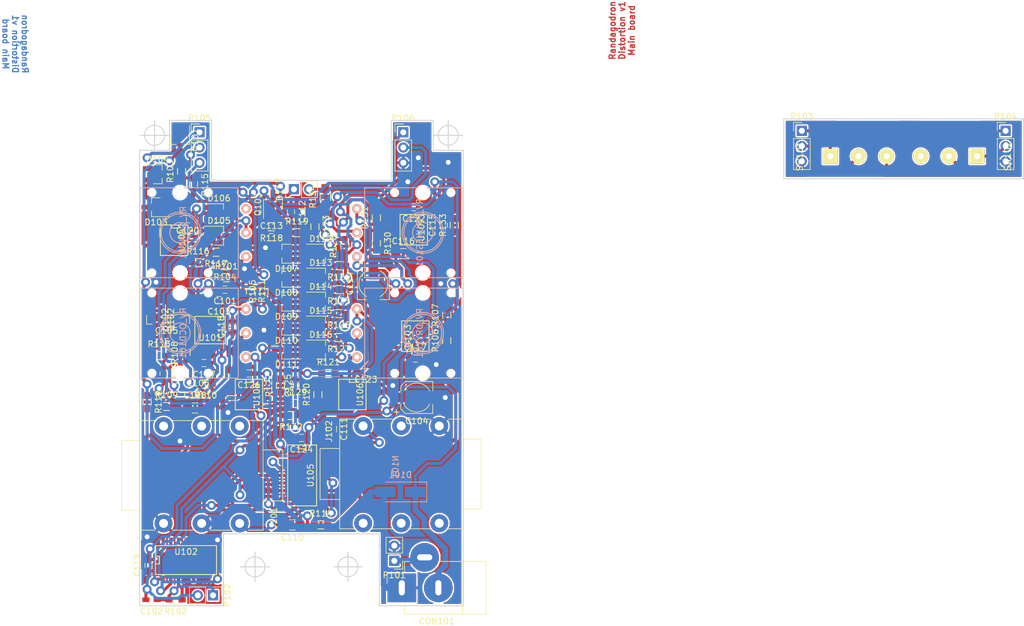
<source format=kicad_pcb>
(kicad_pcb (version 4) (host pcbnew 4.0.5)
  (layers (0 F.Cu signal) (31 B.Cu signal) (34 B.Paste user) (35 F.Paste user) (36 B.SilkS user) (37 F.SilkS user) (38 B.Mask user) (39 F.Mask user) (44 Edge.Cuts user))
  (net 0 "")
  (net 1 "Net-(C101-Pad1)")
  (net 2 "Net-(C101-Pad2)")
  (net 3 "Net-(C102-Pad1)")
  (net 4 +9V)
  (net 5 /audio_gain)
  (net 6 VCOM)
  (net 7 "Net-(C105-Pad2)")
  (net 8 "Net-(C106-Pad1)")
  (net 9 "Net-(C106-Pad2)")
  (net 10 "Net-(C107-Pad1)")
  (net 11 "Net-(C108-Pad1)")
  (net 12 "Net-(C109-Pad1)")
  (net 13 "Net-(C109-Pad2)")
  (net 14 /audio_jack_in)
  (net 15 "Net-(C110-Pad2)")
  (net 16 "Net-(C111-Pad1)")
  (net 17 /audio_jack_out)
  (net 18 GND)
  (net 19 "Net-(C112-Pad2)")
  (net 20 "Net-(C113-Pad2)")
  (net 21 "Net-(C115-Pad1)")
  (net 22 "Net-(C115-Pad2)")
  (net 23 "Net-(C116-Pad1)")
  (net 24 +BATT)
  (net 25 "Net-(CON101-Pad3)")
  (net 26 "Net-(D102-Pad1)")
  (net 27 "Net-(D103-Pad1)")
  (net 28 "Net-(D103-Pad2)")
  (net 29 /audio_octave_out)
  (net 30 "Net-(D105-Pad1)")
  (net 31 "Net-(D105-Pad2)")
  (net 32 "Net-(D106-Pad1)")
  (net 33 "Net-(D107-Pad1)")
  (net 34 "Net-(D108-Pad1)")
  (net 35 "Net-(D109-Pad1)")
  (net 36 "Net-(D110-Pad1)")
  (net 37 "Net-(D111-Pad1)")
  (net 38 "Net-(D117-Pad1)")
  (net 39 "Net-(D117-Pad2)")
  (net 40 GNDPWR)
  (net 41 /bypass_cmd)
  (net 42 "Net-(R102-Pad1)")
  (net 43 "Net-(R104-Pad1)")
  (net 44 "Net-(R106-Pad2)")
  (net 45 "Net-(R116-Pad1)")
  (net 46 "Net-(R122-Pad1)")
  (net 47 "Net-(R123-Pad1)")
  (net 48 "Net-(R129-Pad2)")
  (net 49 "Net-(C114-Pad1)")
  (net 50 "Net-(R132-Pad2)")
  (net 51 /audio_ocd_out)
  (net 52 /audio_fx_in)
  (net 53 /audio_prunes_out)
  (net 54 /~bypass_cmd~)
  (net 55 /audio_bypass)
  (net 56 /audio_fx_out)
  (net 57 "Net-(RV_DRY101-Pad2)")
  (net 58 "Net-(P103-Pad1)")
  (net 59 "Net-(P103-Pad2)")
  (net 60 "Net-(P103-Pad3)")
  (net 61 "Net-(P104-Pad1)")
  (net 62 "Net-(P104-Pad2)")
  (net 63 "Net-(P105-Pad2)")
  (net 64 "Net-(P105-Pad3)")
  (net 65 "Net-(C125-Pad1)")
  (net 66 "Net-(C125-Pad2)")
  (module Connect:NMJ6HCD2 (layer F.Cu) (at 44.5 100.75 90)
    (fp_text reference J101 (at 0.89 18.41 90) (layer F.SilkS))
    (fp_text value JACK_IN)
    (pad 6 thru_hole circle (at 16.23 6.35 90) (size 3 3) (drill 1.5) (layers *.Cu *.Mask))
    (pad 5 thru_hole circle (at 16.23 12.7 90) (size 3 3) (drill 1.5) (layers *.Cu *.Mask))
    (pad 4 thru_hole circle (at 16.23 0 90) (size 3 3) (drill 1.5) (layers *.Cu *.Mask))
    (pad 3 thru_hole circle (at 0 6.35 90) (size 3 3) (drill 1.5) (layers *.Cu *.Mask) (net 40 GNDPWR))
    (pad 2 thru_hole circle (at 0 12.7 90) (size 3 3) (drill 1.5) (layers *.Cu *.Mask) (net 15 "Net-(C110-Pad2)"))
    (pad 1 thru_hole circle (at 0 0 90) (size 3 3) (drill 1.5) (layers *.Cu *.Mask) (net 18 GND))
  )
  (module Capacitors_SMD:C_0603_HandSoldering (layer F.Cu) (at 54.75 61.75 180)
    (fp_text reference C101 (at 0 -1.9 180) (layer F.SilkS))
    (fp_text value 68n)
    (pad 1 smd rect (at -0.95 0 180) (size 1.2 0.75) (layers F.Cu F.Paste F.Mask) (net 1 "Net-(C101-Pad1)"))
    (pad 2 smd rect (at 0.95 0 180) (size 1.2 0.75) (layers F.Cu F.Paste F.Mask) (net 2 "Net-(C101-Pad2)"))
  )
  (module Capacitors_SMD:C_0603_HandSoldering (layer F.Cu) (at 53.75 63.5 180)
    (fp_text reference C103 (at 0 -1.9 180) (layer F.SilkS))
    (fp_text value 220p)
    (pad 1 smd rect (at -0.95 0 180) (size 1.2 0.75) (layers F.Cu F.Paste F.Mask) (net 5 /audio_gain))
    (pad 2 smd rect (at 0.95 0 180) (size 1.2 0.75) (layers F.Cu F.Paste F.Mask) (net 2 "Net-(C101-Pad2)"))
  )
  (module Capacitors_SMD:C_0603_HandSoldering (layer F.Cu) (at 45 70.5)
    (fp_text reference C105 (at 0 -1.9) (layer F.SilkS))
    (fp_text value 1n)
    (pad 1 smd rect (at -0.95 0) (size 1.2 0.75) (layers F.Cu F.Paste F.Mask) (net 6 VCOM))
    (pad 2 smd rect (at 0.95 0) (size 1.2 0.75) (layers F.Cu F.Paste F.Mask) (net 7 "Net-(C105-Pad2)"))
  )
  (module Capacitors_SMD:C_0603_HandSoldering (layer F.Cu) (at 50.25 79.25)
    (fp_text reference C106 (at 0 -1.9) (layer F.SilkS))
    (fp_text value 100n)
    (pad 1 smd rect (at -0.95 0) (size 1.2 0.75) (layers F.Cu F.Paste F.Mask) (net 8 "Net-(C106-Pad1)"))
    (pad 2 smd rect (at 0.95 0) (size 1.2 0.75) (layers F.Cu F.Paste F.Mask) (net 9 "Net-(C106-Pad2)"))
  )
  (module Capacitors_SMD:C_0603_HandSoldering (layer F.Cu) (at 51.25 74 180)
    (fp_text reference C107 (at 0 -1.9 180) (layer F.SilkS))
    (fp_text value 220p)
    (pad 1 smd rect (at -0.95 0 180) (size 1.2 0.75) (layers F.Cu F.Paste F.Mask) (net 10 "Net-(C107-Pad1)"))
    (pad 2 smd rect (at 0.95 0 180) (size 1.2 0.75) (layers F.Cu F.Paste F.Mask) (net 9 "Net-(C106-Pad2)"))
  )
  (module Capacitors_SMD:C_0805_HandSoldering (layer F.Cu) (at 49.75 81.5)
    (fp_text reference C108 (at 0 -2.1) (layer F.SilkS))
    (fp_text value 1u)
    (pad 1 smd rect (at -1.25 0) (size 1.5 1.25) (layers F.Cu F.Paste F.Mask) (net 11 "Net-(C108-Pad1)"))
    (pad 2 smd rect (at 1.25 0) (size 1.5 1.25) (layers F.Cu F.Paste F.Mask) (net 10 "Net-(C107-Pad1)"))
  )
  (module Capacitors_SMD:C_0603_HandSoldering (layer F.Cu) (at 44.5 75.75 270)
    (fp_text reference C109 (at 0 -1.9 270) (layer F.SilkS))
    (fp_text value 22n)
    (pad 1 smd rect (at -0.95 0 270) (size 1.2 0.75) (layers F.Cu F.Paste F.Mask) (net 12 "Net-(C109-Pad1)"))
    (pad 2 smd rect (at 0.95 0 270) (size 1.2 0.75) (layers F.Cu F.Paste F.Mask) (net 13 "Net-(C109-Pad2)"))
  )
  (module Capacitors_SMD:C_0805_HandSoldering (layer F.Cu) (at 66 101 180)
    (fp_text reference C110 (at 0 -2.1 180) (layer F.SilkS))
    (fp_text value 470n)
    (pad 1 smd rect (at -1.25 0 180) (size 1.5 1.25) (layers F.Cu F.Paste F.Mask) (net 14 /audio_jack_in))
    (pad 2 smd rect (at 1.25 0 180) (size 1.5 1.25) (layers F.Cu F.Paste F.Mask) (net 15 "Net-(C110-Pad2)"))
  )
  (module Capacitors_SMD:C_0805_HandSoldering (layer F.Cu) (at 72.5 85 270)
    (fp_text reference C111 (at 0 -2.1 270) (layer F.SilkS))
    (fp_text value 470n)
    (pad 1 smd rect (at -1.25 0 270) (size 1.5 1.25) (layers F.Cu F.Paste F.Mask) (net 16 "Net-(C111-Pad1)"))
    (pad 2 smd rect (at 1.25 0 270) (size 1.5 1.25) (layers F.Cu F.Paste F.Mask) (net 17 /audio_jack_out))
  )
  (module Capacitors_SMD:C_0603_HandSoldering (layer F.Cu) (at 65.75 48.75 270)
    (fp_text reference C112 (at 0 -1.9 270) (layer F.SilkS))
    (fp_text value 47n)
    (pad 1 smd rect (at -0.95 0 270) (size 1.2 0.75) (layers F.Cu F.Paste F.Mask) (net 18 GND))
    (pad 2 smd rect (at 0.95 0 270) (size 1.2 0.75) (layers F.Cu F.Paste F.Mask) (net 19 "Net-(C112-Pad2)"))
  )
  (module Capacitors_SMD:C_0603_HandSoldering (layer F.Cu) (at 62.5 53)
    (fp_text reference C113 (at 0 -1.9) (layer F.SilkS))
    (fp_text value 220n)
    (pad 1 smd rect (at -0.95 0) (size 1.2 0.75) (layers F.Cu F.Paste F.Mask) (net 18 GND))
    (pad 2 smd rect (at 0.95 0) (size 1.2 0.75) (layers F.Cu F.Paste F.Mask) (net 20 "Net-(C113-Pad2)"))
  )
  (module Capacitors_SMD:C_0603_HandSoldering (layer F.Cu) (at 91.25 51 90)
    (fp_text reference C115 (at 0 -1.9 90) (layer F.SilkS))
    (fp_text value 220p)
    (pad 1 smd rect (at -0.95 0 90) (size 1.2 0.75) (layers F.Cu F.Paste F.Mask) (net 21 "Net-(C115-Pad1)"))
    (pad 2 smd rect (at 0.95 0 90) (size 1.2 0.75) (layers F.Cu F.Paste F.Mask) (net 22 "Net-(C115-Pad2)"))
  )
  (module Capacitors_SMD:C_0805_HandSoldering (layer F.Cu) (at 84.5 55.75)
    (fp_text reference C116 (at 0 -2.1) (layer F.SilkS))
    (fp_text value 1u)
    (pad 1 smd rect (at -1.25 0) (size 1.5 1.25) (layers F.Cu F.Paste F.Mask) (net 23 "Net-(C116-Pad1)"))
    (pad 2 smd rect (at 1.25 0) (size 1.5 1.25) (layers F.Cu F.Paste F.Mask) (net 21 "Net-(C115-Pad1)"))
  )
  (module Diodes_SMD:D_SMA_Handsoldering (layer B.Cu) (at 84 95.5 180)
    (fp_text reference D101 (at 0 2.85 180) (layer B.SilkS) (effects (justify mirror)))
    (fp_text value D_Small)
    (pad 1 smd rect (at -2.5 0 180) (size 3.5 1.8) (layers B.Cu B.Paste B.Mask) (net 24 +BATT))
    (pad 2 smd rect (at 2.5 0 180) (size 3.5 1.8) (layers B.Cu B.Paste B.Mask) (net 40 GNDPWR))
  )
  (module TO_SOT_Packages_SMD:SOT-23_Handsoldering (layer F.Cu) (at 47.25 66.75 90)
    (fp_text reference D102 (at 0 -2.5 90) (layer F.SilkS))
    (fp_text value D_Small)
    (pad 1 smd rect (at -1.5 -0.95 90) (size 1.9 0.8) (layers F.Cu F.Paste F.Mask) (net 26 "Net-(D102-Pad1)"))
    (pad 2 smd rect (at -1.5 0.95 90) (size 1.9 0.8) (layers F.Cu F.Paste F.Mask) (net 7 "Net-(C105-Pad2)"))
    (pad 3 smd rect (at 1.5 0 90) (size 1.9 0.8) (layers F.Cu F.Paste F.Mask))
  )
  (module TO_SOT_Packages_SMD:SOT-23_Handsoldering (layer F.Cu) (at 43.25 48 180)
    (fp_text reference D103 (at 0 -2.5 180) (layer F.SilkS))
    (fp_text value D_Small)
    (pad 1 smd rect (at -1.5 -0.95 180) (size 1.9 0.8) (layers F.Cu F.Paste F.Mask) (net 27 "Net-(D103-Pad1)"))
    (pad 2 smd rect (at -1.5 0.95 180) (size 1.9 0.8) (layers F.Cu F.Paste F.Mask) (net 28 "Net-(D103-Pad2)"))
    (pad 3 smd rect (at 1.5 0 180) (size 1.9 0.8) (layers F.Cu F.Paste F.Mask))
  )
  (module TO_SOT_Packages_SMD:SOT-23_Handsoldering (layer F.Cu) (at 43.5 42.5)
    (fp_text reference D104 (at 0 -2.5) (layer F.SilkS))
    (fp_text value D_Small)
    (pad 1 smd rect (at -1.5 -0.95) (size 1.9 0.8) (layers F.Cu F.Paste F.Mask) (net 29 /audio_octave_out))
    (pad 2 smd rect (at -1.5 0.95) (size 1.9 0.8) (layers F.Cu F.Paste F.Mask) (net 27 "Net-(D103-Pad1)"))
    (pad 3 smd rect (at 1.5 0) (size 1.9 0.8) (layers F.Cu F.Paste F.Mask))
  )
  (module TO_SOT_Packages_SMD:SOT-23_Handsoldering (layer F.Cu) (at 53.75 52.75)
    (fp_text reference D105 (at 0 -2.5) (layer F.SilkS))
    (fp_text value D_Small)
    (pad 1 smd rect (at -1.5 -0.95) (size 1.9 0.8) (layers F.Cu F.Paste F.Mask) (net 30 "Net-(D105-Pad1)"))
    (pad 2 smd rect (at -1.5 0.95) (size 1.9 0.8) (layers F.Cu F.Paste F.Mask) (net 31 "Net-(D105-Pad2)"))
    (pad 3 smd rect (at 1.5 0) (size 1.9 0.8) (layers F.Cu F.Paste F.Mask))
  )
  (module TO_SOT_Packages_SMD:SOT-23_Handsoldering (layer F.Cu) (at 53.75 49)
    (fp_text reference D106 (at 0 -2.5) (layer F.SilkS))
    (fp_text value D_Small)
    (pad 1 smd rect (at -1.5 -0.95) (size 1.9 0.8) (layers F.Cu F.Paste F.Mask) (net 32 "Net-(D106-Pad1)"))
    (pad 2 smd rect (at -1.5 0.95) (size 1.9 0.8) (layers F.Cu F.Paste F.Mask) (net 30 "Net-(D105-Pad1)"))
    (pad 3 smd rect (at 1.5 0) (size 1.9 0.8) (layers F.Cu F.Paste F.Mask))
  )
  (module TO_SOT_Packages_SMD:SOT-23_Handsoldering (layer F.Cu) (at 65 55.75 180)
    (fp_text reference D107 (at 0 -2.5 180) (layer F.SilkS))
    (fp_text value D_Small)
    (pad 1 smd rect (at -1.5 -0.95 180) (size 1.9 0.8) (layers F.Cu F.Paste F.Mask) (net 33 "Net-(D107-Pad1)"))
    (pad 2 smd rect (at -1.5 0.95 180) (size 1.9 0.8) (layers F.Cu F.Paste F.Mask) (net 19 "Net-(C112-Pad2)"))
    (pad 3 smd rect (at 1.5 0 180) (size 1.9 0.8) (layers F.Cu F.Paste F.Mask))
  )
  (module TO_SOT_Packages_SMD:SOT-23_Handsoldering (layer F.Cu) (at 65 59.75 180)
    (fp_text reference D108 (at 0 -2.5 180) (layer F.SilkS))
    (fp_text value D_Small)
    (pad 1 smd rect (at -1.5 -0.95 180) (size 1.9 0.8) (layers F.Cu F.Paste F.Mask) (net 34 "Net-(D108-Pad1)"))
    (pad 2 smd rect (at -1.5 0.95 180) (size 1.9 0.8) (layers F.Cu F.Paste F.Mask) (net 33 "Net-(D107-Pad1)"))
    (pad 3 smd rect (at 1.5 0 180) (size 1.9 0.8) (layers F.Cu F.Paste F.Mask))
  )
  (module TO_SOT_Packages_SMD:SOT-23_Handsoldering (layer F.Cu) (at 65 63.75 180)
    (fp_text reference D109 (at 0 -2.5 180) (layer F.SilkS))
    (fp_text value D_Small)
    (pad 1 smd rect (at -1.5 -0.95 180) (size 1.9 0.8) (layers F.Cu F.Paste F.Mask) (net 35 "Net-(D109-Pad1)"))
    (pad 2 smd rect (at -1.5 0.95 180) (size 1.9 0.8) (layers F.Cu F.Paste F.Mask) (net 34 "Net-(D108-Pad1)"))
    (pad 3 smd rect (at 1.5 0 180) (size 1.9 0.8) (layers F.Cu F.Paste F.Mask))
  )
  (module TO_SOT_Packages_SMD:SOT-23_Handsoldering (layer F.Cu) (at 65 67.75 180)
    (fp_text reference D110 (at 0 -2.5 180) (layer F.SilkS))
    (fp_text value D_Small)
    (pad 1 smd rect (at -1.5 -0.95 180) (size 1.9 0.8) (layers F.Cu F.Paste F.Mask) (net 36 "Net-(D110-Pad1)"))
    (pad 2 smd rect (at -1.5 0.95 180) (size 1.9 0.8) (layers F.Cu F.Paste F.Mask) (net 35 "Net-(D109-Pad1)"))
    (pad 3 smd rect (at 1.5 0 180) (size 1.9 0.8) (layers F.Cu F.Paste F.Mask))
  )
  (module TO_SOT_Packages_SMD:SOT-23_Handsoldering (layer F.Cu) (at 65 71.75 180)
    (fp_text reference D111 (at 0 -2.5 180) (layer F.SilkS))
    (fp_text value D_Small)
    (pad 1 smd rect (at -1.5 -0.95 180) (size 1.9 0.8) (layers F.Cu F.Paste F.Mask) (net 37 "Net-(D111-Pad1)"))
    (pad 2 smd rect (at -1.5 0.95 180) (size 1.9 0.8) (layers F.Cu F.Paste F.Mask) (net 36 "Net-(D110-Pad1)"))
    (pad 3 smd rect (at 1.5 0 180) (size 1.9 0.8) (layers F.Cu F.Paste F.Mask))
  )
  (module TO_SOT_Packages_SMD:SOT-23_Handsoldering (layer F.Cu) (at 70.75 55.75)
    (fp_text reference D112 (at 0 -2.5) (layer F.SilkS))
    (fp_text value D_Small)
    (pad 1 smd rect (at -1.5 -0.95) (size 1.9 0.8) (layers F.Cu F.Paste F.Mask) (net 19 "Net-(C112-Pad2)"))
    (pad 2 smd rect (at -1.5 0.95) (size 1.9 0.8) (layers F.Cu F.Paste F.Mask) (net 33 "Net-(D107-Pad1)"))
    (pad 3 smd rect (at 1.5 0) (size 1.9 0.8) (layers F.Cu F.Paste F.Mask))
  )
  (module TO_SOT_Packages_SMD:SOT-23_Handsoldering (layer F.Cu) (at 70.75 59.75)
    (fp_text reference D113 (at 0 -2.5) (layer F.SilkS))
    (fp_text value D_Small)
    (pad 1 smd rect (at -1.5 -0.95) (size 1.9 0.8) (layers F.Cu F.Paste F.Mask) (net 33 "Net-(D107-Pad1)"))
    (pad 2 smd rect (at -1.5 0.95) (size 1.9 0.8) (layers F.Cu F.Paste F.Mask) (net 34 "Net-(D108-Pad1)"))
    (pad 3 smd rect (at 1.5 0) (size 1.9 0.8) (layers F.Cu F.Paste F.Mask))
  )
  (module TO_SOT_Packages_SMD:SOT-23_Handsoldering (layer F.Cu) (at 70.75 63.75)
    (fp_text reference D114 (at 0 -2.5) (layer F.SilkS))
    (fp_text value D_Small)
    (pad 1 smd rect (at -1.5 -0.95) (size 1.9 0.8) (layers F.Cu F.Paste F.Mask) (net 34 "Net-(D108-Pad1)"))
    (pad 2 smd rect (at -1.5 0.95) (size 1.9 0.8) (layers F.Cu F.Paste F.Mask) (net 35 "Net-(D109-Pad1)"))
    (pad 3 smd rect (at 1.5 0) (size 1.9 0.8) (layers F.Cu F.Paste F.Mask))
  )
  (module TO_SOT_Packages_SMD:SOT-23_Handsoldering (layer F.Cu) (at 70.75 67.75)
    (fp_text reference D115 (at 0 -2.5) (layer F.SilkS))
    (fp_text value D_Small)
    (pad 1 smd rect (at -1.5 -0.95) (size 1.9 0.8) (layers F.Cu F.Paste F.Mask) (net 35 "Net-(D109-Pad1)"))
    (pad 2 smd rect (at -1.5 0.95) (size 1.9 0.8) (layers F.Cu F.Paste F.Mask) (net 36 "Net-(D110-Pad1)"))
    (pad 3 smd rect (at 1.5 0) (size 1.9 0.8) (layers F.Cu F.Paste F.Mask))
  )
  (module TO_SOT_Packages_SMD:SOT-23_Handsoldering (layer F.Cu) (at 70.75 71.75)
    (fp_text reference D116 (at 0 -2.5) (layer F.SilkS))
    (fp_text value D_Small)
    (pad 1 smd rect (at -1.5 -0.95) (size 1.9 0.8) (layers F.Cu F.Paste F.Mask) (net 36 "Net-(D110-Pad1)"))
    (pad 2 smd rect (at -1.5 0.95) (size 1.9 0.8) (layers F.Cu F.Paste F.Mask) (net 37 "Net-(D111-Pad1)"))
    (pad 3 smd rect (at 1.5 0) (size 1.9 0.8) (layers F.Cu F.Paste F.Mask))
  )
  (module Pin_Headers:Pin_Header_Straight_1x02_Pitch2.54mm (layer F.Cu) (at 66.25 45 90)
    (fp_text reference D117 (at 0 -2.39 90) (layer F.SilkS))
    (fp_text value Led_Small)
    (pad 1 thru_hole rect (at 0 0 90) (size 1.7 1.7) (drill 1) (layers *.Cu *.Mask) (net 38 "Net-(D117-Pad1)"))
    (pad 2 thru_hole oval (at 0 2.54 90) (size 1.7 1.7) (drill 1) (layers *.Cu *.Mask) (net 39 "Net-(D117-Pad2)"))
  )
  (module Connect:NMJ6HCD2 (layer F.Cu) (at 90.5 84.5 270)
    (fp_text reference J102 (at 0.89 18.41 270) (layer F.SilkS))
    (fp_text value JACK_OUT)
    (pad 6 thru_hole circle (at 16.23 6.35 270) (size 3 3) (drill 1.5) (layers *.Cu *.Mask))
    (pad 5 thru_hole circle (at 16.23 12.7 270) (size 3 3) (drill 1.5) (layers *.Cu *.Mask))
    (pad 4 thru_hole circle (at 16.23 0 270) (size 3 3) (drill 1.5) (layers *.Cu *.Mask))
    (pad 3 thru_hole circle (at 0 6.35 270) (size 3 3) (drill 1.5) (layers *.Cu *.Mask))
    (pad 2 thru_hole circle (at 0 12.7 270) (size 3 3) (drill 1.5) (layers *.Cu *.Mask) (net 16 "Net-(C111-Pad1)"))
    (pad 1 thru_hole circle (at 0 0 270) (size 3 3) (drill 1.5) (layers *.Cu *.Mask) (net 18 GND))
  )
  (module flax_lib:net_tie_0.5mm (layer B.Cu) (at 86.5 94.5 90)
    (fp_text reference N101 (at 3.175 -3.302 90) (layer B.SilkS) (effects (justify mirror)))
    (fp_text value net_tie)
    (fp_line (start -0.508 0) (end 0.508 0) (layer B.Cu) (width 0.5))
    (pad 2 smd circle (at 0.508 0 90) (size 0.5 0.5) (layers B.Cu) (net 4 +9V))
    (pad 1 smd circle (at -0.508 0 90) (size 0.5 0.5) (layers B.Cu) (net 24 +BATT))
  )
  (module Pin_Headers:Pin_Header_Straight_1x02_Pitch2.54mm (layer F.Cu) (at 83 107 180)
    (fp_text reference P101 (at 0 -2.39 180) (layer F.SilkS))
    (fp_text value Battery_conn)
    (pad 1 thru_hole rect (at 0 0 180) (size 1.7 1.7) (drill 1) (layers *.Cu *.Mask) (net 25 "Net-(CON101-Pad3)"))
    (pad 2 thru_hole oval (at 0 2.54 180) (size 1.7 1.7) (drill 1) (layers *.Cu *.Mask) (net 40 GNDPWR))
  )
  (module Pin_Headers:Pin_Header_Straight_1x02_Pitch2.54mm (layer F.Cu) (at 52.75 112.75 270)
    (fp_text reference P102 (at 0 -2.39 270) (layer F.SilkS))
    (fp_text value BYPASS_SWITCH)
    (pad 1 thru_hole rect (at 0 0 270) (size 1.7 1.7) (drill 1) (layers *.Cu *.Mask) (net 3 "Net-(C102-Pad1)"))
    (pad 2 thru_hole oval (at 0 2.54 270) (size 1.7 1.7) (drill 1) (layers *.Cu *.Mask) (net 4 +9V))
  )
  (module TO_SOT_Packages_SMD:SOT-23_Handsoldering (layer F.Cu) (at 47.25 36.75 270)
    (fp_text reference Q101 (at 0 -2.5 270) (layer F.SilkS))
    (fp_text value BS170)
    (pad 1 smd rect (at -1.5 -0.95 270) (size 1.9 0.8) (layers F.Cu F.Paste F.Mask) (net 7 "Net-(C105-Pad2)"))
    (pad 2 smd rect (at -1.5 0.95 270) (size 1.9 0.8) (layers F.Cu F.Paste F.Mask) (net 7 "Net-(C105-Pad2)"))
    (pad 3 smd rect (at 1.5 0 270) (size 1.9 0.8) (layers F.Cu F.Paste F.Mask) (net 6 VCOM))
  )
  (module TO_SOT_Packages_SMD:SOT-23_Handsoldering (layer F.Cu) (at 43.25 66.75 270)
    (fp_text reference Q102 (at 0 -2.5 270) (layer F.SilkS))
    (fp_text value BS170)
    (pad 1 smd rect (at -1.5 -0.95 270) (size 1.9 0.8) (layers F.Cu F.Paste F.Mask) (net 6 VCOM))
    (pad 2 smd rect (at -1.5 0.95 270) (size 1.9 0.8) (layers F.Cu F.Paste F.Mask) (net 6 VCOM))
    (pad 3 smd rect (at 1.5 0 270) (size 1.9 0.8) (layers F.Cu F.Paste F.Mask) (net 26 "Net-(D102-Pad1)"))
  )
  (module TO_SOT_Packages_SMD:SOT-23_Handsoldering (layer F.Cu) (at 62.75 47.5 90)
    (fp_text reference Q103 (at 0 -2.5 90) (layer F.SilkS))
    (fp_text value DTC114Y)
    (pad 1 smd rect (at -1.5 -0.95 90) (size 1.9 0.8) (layers F.Cu F.Paste F.Mask) (net 41 /bypass_cmd))
    (pad 2 smd rect (at -1.5 0.95 90) (size 1.9 0.8) (layers F.Cu F.Paste F.Mask) (net 18 GND))
    (pad 3 smd rect (at 1.5 0 90) (size 1.9 0.8) (layers F.Cu F.Paste F.Mask) (net 38 "Net-(D117-Pad1)"))
  )
  (module Resistors_SMD:R_0603_HandSoldering (layer F.Cu) (at 55 59.75)
    (fp_text reference R101 (at 0 -1.9) (layer F.SilkS))
    (fp_text value 1k)
    (pad 1 smd rect (at -1.1 0) (size 1.2 0.9) (layers F.Cu F.Paste F.Mask) (net 1 "Net-(C101-Pad1)"))
    (pad 2 smd rect (at 1.1 0) (size 1.2 0.9) (layers F.Cu F.Paste F.Mask) (net 18 GND))
  )
  (module Resistors_SMD:R_0603_HandSoldering (layer F.Cu) (at 46.5 113.5 180)
    (fp_text reference R102 (at 0 -1.9 180) (layer F.SilkS))
    (fp_text value 1k)
    (pad 1 smd rect (at -1.1 0 180) (size 1.2 0.9) (layers F.Cu F.Paste F.Mask) (net 42 "Net-(R102-Pad1)"))
    (pad 2 smd rect (at 1.1 0 180) (size 1.2 0.9) (layers F.Cu F.Paste F.Mask) (net 3 "Net-(C102-Pad1)"))
  )
  (module Resistors_SMD:R_0603_HandSoldering (layer F.Cu) (at 47.5 42 90)
    (fp_text reference R103 (at 0 -1.9 90) (layer F.SilkS))
    (fp_text value 2.2k)
    (pad 1 smd rect (at -1.1 0 90) (size 1.2 0.9) (layers F.Cu F.Paste F.Mask) (net 29 /audio_octave_out))
    (pad 2 smd rect (at 1.1 0 90) (size 1.2 0.9) (layers F.Cu F.Paste F.Mask) (net 63 "Net-(P105-Pad2)"))
  )
  (module Resistors_SMD:R_0603_HandSoldering (layer F.Cu) (at 54.75 57.75 180)
    (fp_text reference R104 (at 0 -1.9 180) (layer F.SilkS))
    (fp_text value 10k)
    (pad 1 smd rect (at -1.1 0 180) (size 1.2 0.9) (layers F.Cu F.Paste F.Mask) (net 43 "Net-(R104-Pad1)"))
    (pad 2 smd rect (at 1.1 0 180) (size 1.2 0.9) (layers F.Cu F.Paste F.Mask) (net 5 /audio_gain))
  )
  (module Resistors_SMD:R_0603_HandSoldering (layer F.Cu) (at 61.25 62 90)
    (fp_text reference R105 (at 0 -1.9 90) (layer F.SilkS))
    (fp_text value 10k)
    (pad 1 smd rect (at -1.1 0 90) (size 1.2 0.9) (layers F.Cu F.Paste F.Mask) (net 7 "Net-(C105-Pad2)"))
    (pad 2 smd rect (at 1.1 0 90) (size 1.2 0.9) (layers F.Cu F.Paste F.Mask) (net 5 /audio_gain))
  )
  (module Resistors_SMD:R_0603_HandSoldering (layer F.Cu) (at 91.75 70.25 90)
    (fp_text reference R106 (at 0 -1.9 90) (layer F.SilkS))
    (fp_text value 10k)
    (pad 1 smd rect (at -1.1 0 90) (size 1.2 0.9) (layers F.Cu F.Paste F.Mask) (net 4 +9V))
    (pad 2 smd rect (at 1.1 0 90) (size 1.2 0.9) (layers F.Cu F.Paste F.Mask) (net 44 "Net-(R106-Pad2)"))
  )
  (module Resistors_SMD:R_0603_HandSoldering (layer F.Cu) (at 91.75 66 90)
    (fp_text reference R107 (at 0 -1.9 90) (layer F.SilkS))
    (fp_text value 10k)
    (pad 1 smd rect (at -1.1 0 90) (size 1.2 0.9) (layers F.Cu F.Paste F.Mask) (net 44 "Net-(R106-Pad2)"))
    (pad 2 smd rect (at 1.1 0 90) (size 1.2 0.9) (layers F.Cu F.Paste F.Mask) (net 18 GND))
  )
  (module Resistors_SMD:R_0603_HandSoldering (layer F.Cu) (at 48.25 72.25 90)
    (fp_text reference R108 (at 0 -1.9 90) (layer F.SilkS))
    (fp_text value 10k)
    (pad 1 smd rect (at -1.1 0 90) (size 1.2 0.9) (layers F.Cu F.Paste F.Mask) (net 64 "Net-(P105-Pad3)"))
    (pad 2 smd rect (at 1.1 0 90) (size 1.2 0.9) (layers F.Cu F.Paste F.Mask) (net 7 "Net-(C105-Pad2)"))
  )
  (module Resistors_SMD:R_0603_HandSoldering (layer F.Cu) (at 45 81.25)
    (fp_text reference R109 (at 0 -1.9) (layer F.SilkS))
    (fp_text value 39k)
    (pad 1 smd rect (at -1.1 0) (size 1.2 0.9) (layers F.Cu F.Paste F.Mask) (net 8 "Net-(C106-Pad1)"))
    (pad 2 smd rect (at 1.1 0) (size 1.2 0.9) (layers F.Cu F.Paste F.Mask) (net 18 GND))
  )
  (module Resistors_SMD:R_0603_HandSoldering (layer F.Cu) (at 51.5 77.5 180)
    (fp_text reference R110 (at 0 -1.9 180) (layer F.SilkS))
    (fp_text value 150k)
    (pad 1 smd rect (at -1.1 0 180) (size 1.2 0.9) (layers F.Cu F.Paste F.Mask) (net 10 "Net-(C107-Pad1)"))
    (pad 2 smd rect (at 1.1 0 180) (size 1.2 0.9) (layers F.Cu F.Paste F.Mask) (net 9 "Net-(C106-Pad2)"))
  )
  (module Resistors_SMD:R_0603_HandSoldering (layer F.Cu) (at 59 62 270)
    (fp_text reference R111 (at 0 -1.9 270) (layer F.SilkS))
    (fp_text value 10k)
    (pad 1 smd rect (at -1.1 0 270) (size 1.2 0.9) (layers F.Cu F.Paste F.Mask) (net 28 "Net-(D103-Pad2)"))
    (pad 2 smd rect (at 1.1 0 270) (size 1.2 0.9) (layers F.Cu F.Paste F.Mask) (net 5 /audio_gain))
  )
  (module Resistors_SMD:R_0603_HandSoldering (layer F.Cu) (at 41.75 80.5 270)
    (fp_text reference R112 (at 0 -1.9 270) (layer F.SilkS))
    (fp_text value 10k)
    (pad 1 smd rect (at -1.1 0 270) (size 1.2 0.9) (layers F.Cu F.Paste F.Mask) (net 13 "Net-(C109-Pad2)"))
    (pad 2 smd rect (at 1.1 0 270) (size 1.2 0.9) (layers F.Cu F.Paste F.Mask) (net 11 "Net-(C108-Pad1)"))
  )
  (module Resistors_SMD:R_0603_HandSoldering (layer F.Cu) (at 43.75 72.75)
    (fp_text reference R113 (at 0 -1.9) (layer F.SilkS))
    (fp_text value 15k)
    (pad 1 smd rect (at -1.1 0) (size 1.2 0.9) (layers F.Cu F.Paste F.Mask) (net 6 VCOM))
    (pad 2 smd rect (at 1.1 0) (size 1.2 0.9) (layers F.Cu F.Paste F.Mask) (net 12 "Net-(C109-Pad1)"))
  )
  (module Resistors_SMD:R_0603_HandSoldering (layer F.Cu) (at 70.75 101)
    (fp_text reference R114 (at 0 -1.9) (layer F.SilkS))
    (fp_text value 1M)
    (pad 1 smd rect (at -1.1 0) (size 1.2 0.9) (layers F.Cu F.Paste F.Mask) (net 14 /audio_jack_in))
    (pad 2 smd rect (at 1.1 0) (size 1.2 0.9) (layers F.Cu F.Paste F.Mask) (net 6 VCOM))
  )
  (module Resistors_SMD:R_0603_HandSoldering (layer F.Cu) (at 49.5 44.25 270)
    (fp_text reference R115 (at 0 -1.9 270) (layer F.SilkS))
    (fp_text value 10k)
    (pad 1 smd rect (at -1.1 0 270) (size 1.2 0.9) (layers F.Cu F.Paste F.Mask) (net 29 /audio_octave_out))
    (pad 2 smd rect (at 1.1 0 270) (size 1.2 0.9) (layers F.Cu F.Paste F.Mask) (net 28 "Net-(D103-Pad2)"))
  )
  (module Resistors_SMD:R_0603_HandSoldering (layer F.Cu) (at 50.25 57.25)
    (fp_text reference R116 (at 0 -1.9) (layer F.SilkS))
    (fp_text value 10k)
    (pad 1 smd rect (at -1.1 0) (size 1.2 0.9) (layers F.Cu F.Paste F.Mask) (net 45 "Net-(R116-Pad1)"))
    (pad 2 smd rect (at 1.1 0) (size 1.2 0.9) (layers F.Cu F.Paste F.Mask) (net 5 /audio_gain))
  )
  (module Resistors_SMD:R_0603_HandSoldering (layer F.Cu) (at 53.25 55.5 180)
    (fp_text reference R117 (at 0 -1.9 180) (layer F.SilkS))
    (fp_text value 10k)
    (pad 1 smd rect (at -1.1 0 180) (size 1.2 0.9) (layers F.Cu F.Paste F.Mask) (net 32 "Net-(D106-Pad1)"))
    (pad 2 smd rect (at 1.1 0 180) (size 1.2 0.9) (layers F.Cu F.Paste F.Mask) (net 31 "Net-(D105-Pad2)"))
  )
  (module Resistors_SMD:R_0603_HandSoldering (layer F.Cu) (at 62.5 51.25 180)
    (fp_text reference R118 (at 0 -1.9 180) (layer F.SilkS))
    (fp_text value 2k)
    (pad 1 smd rect (at -1.1 0 180) (size 1.2 0.9) (layers F.Cu F.Paste F.Mask) (net 19 "Net-(C112-Pad2)"))
    (pad 2 smd rect (at 1.1 0 180) (size 1.2 0.9) (layers F.Cu F.Paste F.Mask) (net 5 /audio_gain))
  )
  (module Resistors_SMD:R_0603_HandSoldering (layer F.Cu) (at 66.75 52.25)
    (fp_text reference R119 (at 0 -1.9) (layer F.SilkS))
    (fp_text value 100k)
    (pad 1 smd rect (at -1.1 0) (size 1.2 0.9) (layers F.Cu F.Paste F.Mask) (net 20 "Net-(C113-Pad2)"))
    (pad 2 smd rect (at 1.1 0) (size 1.2 0.9) (layers F.Cu F.Paste F.Mask) (net 19 "Net-(C112-Pad2)"))
  )
  (module Resistors_SMD:R_0603_HandSoldering (layer F.Cu) (at 70.25 79.25 90)
    (fp_text reference R120 (at 0 -1.9 90) (layer F.SilkS))
    (fp_text value 22k)
    (pad 1 smd rect (at -1.1 0 90) (size 1.2 0.9) (layers F.Cu F.Paste F.Mask) (net 65 "Net-(C125-Pad1)"))
    (pad 2 smd rect (at 1.1 0 90) (size 1.2 0.9) (layers F.Cu F.Paste F.Mask) (net 66 "Net-(C125-Pad2)"))
  )
  (module Resistors_SMD:R_0603_HandSoldering (layer F.Cu) (at 72 75.75)
    (fp_text reference R121 (at 0 -1.9) (layer F.SilkS))
    (fp_text value 10k)
    (pad 1 smd rect (at -1.1 0) (size 1.2 0.9) (layers F.Cu F.Paste F.Mask) (net 6 VCOM))
    (pad 2 smd rect (at 1.1 0) (size 1.2 0.9) (layers F.Cu F.Paste F.Mask) (net 65 "Net-(C125-Pad1)"))
  )
  (module Resistors_SMD:R_0603_HandSoldering (layer F.Cu) (at 64 77.75 90)
    (fp_text reference R122 (at 0 -1.9 90) (layer F.SilkS))
    (fp_text value 10k)
    (pad 1 smd rect (at -1.1 0 90) (size 1.2 0.9) (layers F.Cu F.Paste F.Mask) (net 46 "Net-(R122-Pad1)"))
    (pad 2 smd rect (at 1.1 0 90) (size 1.2 0.9) (layers F.Cu F.Paste F.Mask) (net 66 "Net-(C125-Pad2)"))
  )
  (module Resistors_SMD:R_0603_HandSoldering (layer F.Cu) (at 69.75 51.25 270)
    (fp_text reference R123 (at 0 -1.9 270) (layer F.SilkS))
    (fp_text value 56k)
    (pad 1 smd rect (at -1.1 0 270) (size 1.2 0.9) (layers F.Cu F.Paste F.Mask) (net 47 "Net-(R123-Pad1)"))
    (pad 2 smd rect (at 1.1 0 270) (size 1.2 0.9) (layers F.Cu F.Paste F.Mask) (net 19 "Net-(C112-Pad2)"))
  )
  (module Resistors_SMD:R_0603_HandSoldering (layer F.Cu) (at 73.75 57.75 180)
    (fp_text reference R124 (at 0 -1.9 180) (layer F.SilkS))
    (fp_text value 20k)
    (pad 1 smd rect (at -1.1 0 180) (size 1.2 0.9) (layers F.Cu F.Paste F.Mask) (net 22 "Net-(C115-Pad2)"))
    (pad 2 smd rect (at 1.1 0 180) (size 1.2 0.9) (layers F.Cu F.Paste F.Mask) (net 33 "Net-(D107-Pad1)"))
  )
  (module Resistors_SMD:R_0603_HandSoldering (layer F.Cu) (at 73.75 61.75 180)
    (fp_text reference R125 (at 0 -1.9 180) (layer F.SilkS))
    (fp_text value 16k)
    (pad 1 smd rect (at -1.1 0 180) (size 1.2 0.9) (layers F.Cu F.Paste F.Mask) (net 47 "Net-(R123-Pad1)"))
    (pad 2 smd rect (at 1.1 0 180) (size 1.2 0.9) (layers F.Cu F.Paste F.Mask) (net 34 "Net-(D108-Pad1)"))
  )
  (module Resistors_SMD:R_0603_HandSoldering (layer F.Cu) (at 73.75 65.75 180)
    (fp_text reference R126 (at 0 -1.9 180) (layer F.SilkS))
    (fp_text value 15k)
    (pad 1 smd rect (at -1.1 0 180) (size 1.2 0.9) (layers F.Cu F.Paste F.Mask) (net 22 "Net-(C115-Pad2)"))
    (pad 2 smd rect (at 1.1 0 180) (size 1.2 0.9) (layers F.Cu F.Paste F.Mask) (net 35 "Net-(D109-Pad1)"))
  )
  (module Resistors_SMD:R_0603_HandSoldering (layer F.Cu) (at 73.75 69.75 180)
    (fp_text reference R127 (at 0 -1.9 180) (layer F.SilkS))
    (fp_text value 16k)
    (pad 1 smd rect (at -1.1 0 180) (size 1.2 0.9) (layers F.Cu F.Paste F.Mask) (net 47 "Net-(R123-Pad1)"))
    (pad 2 smd rect (at 1.1 0 180) (size 1.2 0.9) (layers F.Cu F.Paste F.Mask) (net 36 "Net-(D110-Pad1)"))
  )
  (module Resistors_SMD:R_0603_HandSoldering (layer F.Cu) (at 74.75 54.5 90)
    (fp_text reference R128 (at 0 -1.9 90) (layer F.SilkS))
    (fp_text value 15k)
    (pad 1 smd rect (at -1.1 0 90) (size 1.2 0.9) (layers F.Cu F.Paste F.Mask) (net 22 "Net-(C115-Pad2)"))
    (pad 2 smd rect (at 1.1 0 90) (size 1.2 0.9) (layers F.Cu F.Paste F.Mask) (net 37 "Net-(D111-Pad1)"))
  )
  (module Resistors_SMD:R_0603_HandSoldering (layer F.Cu) (at 66.5 80.75)
    (fp_text reference R129 (at 0 -1.9) (layer F.SilkS))
    (fp_text value 10k)
    (pad 1 smd rect (at -1.1 0) (size 1.2 0.9) (layers F.Cu F.Paste F.Mask) (net 46 "Net-(R122-Pad1)"))
    (pad 2 smd rect (at 1.1 0) (size 1.2 0.9) (layers F.Cu F.Paste F.Mask) (net 48 "Net-(R129-Pad2)"))
  )
  (module Resistors_SMD:R_0603_HandSoldering (layer F.Cu) (at 80 54 270)
    (fp_text reference R130 (at 0 -1.9 270) (layer F.SilkS))
    (fp_text value 10k)
    (pad 1 smd rect (at -1.1 0 270) (size 1.2 0.9) (layers F.Cu F.Paste F.Mask) (net 49 "Net-(C114-Pad1)"))
    (pad 2 smd rect (at 1.1 0 270) (size 1.2 0.9) (layers F.Cu F.Paste F.Mask) (net 47 "Net-(R123-Pad1)"))
  )
  (module Resistors_SMD:R_0603_HandSoldering (layer F.Cu) (at 80 49.75 90)
    (fp_text reference R131 (at 0 -1.9 90) (layer F.SilkS))
    (fp_text value 10k)
    (pad 1 smd rect (at -1.1 0 90) (size 1.2 0.9) (layers F.Cu F.Paste F.Mask) (net 49 "Net-(C114-Pad1)"))
    (pad 2 smd rect (at 1.1 0 90) (size 1.2 0.9) (layers F.Cu F.Paste F.Mask) (net 22 "Net-(C115-Pad2)"))
  )
  (module Resistors_SMD:R_0603_HandSoldering (layer F.Cu) (at 65.75 82.75 180)
    (fp_text reference R132 (at 0 -1.9 180) (layer F.SilkS))
    (fp_text value 10k)
    (pad 1 smd rect (at -1.1 0 180) (size 1.2 0.9) (layers F.Cu F.Paste F.Mask) (net 46 "Net-(R122-Pad1)"))
    (pad 2 smd rect (at 1.1 0 180) (size 1.2 0.9) (layers F.Cu F.Paste F.Mask) (net 50 "Net-(R132-Pad2)"))
  )
  (module Resistors_SMD:R_0603_HandSoldering (layer F.Cu) (at 93 51 90)
    (fp_text reference R133 (at 0 -1.9 90) (layer F.SilkS))
    (fp_text value 390k)
    (pad 1 smd rect (at -1.1 0 90) (size 1.2 0.9) (layers F.Cu F.Paste F.Mask) (net 21 "Net-(C115-Pad1)"))
    (pad 2 smd rect (at 1.1 0 90) (size 1.2 0.9) (layers F.Cu F.Paste F.Mask) (net 22 "Net-(C115-Pad2)"))
  )
  (module Resistors_SMD:R_0805_HandSoldering (layer F.Cu) (at 71.5 46.25 90)
    (fp_text reference R134 (at 0 -2.1 90) (layer F.SilkS))
    (fp_text value 470)
    (pad 1 smd rect (at -1.35 0 90) (size 1.5 1.3) (layers F.Cu F.Paste F.Mask) (net 4 +9V))
    (pad 2 smd rect (at 1.35 0 90) (size 1.5 1.3) (layers F.Cu F.Paste F.Mask) (net 39 "Net-(D117-Pad2)"))
  )
  (module SMD_Packages:SOIC-8-N (layer F.Cu) (at 52.25 68.5 180)
    (fp_text reference U101 (at 0 -1.27 180) (layer F.SilkS))
    (fp_text value TL072)
    (pad 8 smd rect (at -1.905 -3.175 180) (size 0.508 1.143) (layers F.Cu F.Paste F.Mask) (net 4 +9V))
    (pad 7 smd rect (at -0.635 -3.175 180) (size 0.508 1.143) (layers F.Cu F.Paste F.Mask) (net 10 "Net-(C107-Pad1)"))
    (pad 6 smd rect (at 0.635 -3.175 180) (size 0.508 1.143) (layers F.Cu F.Paste F.Mask) (net 9 "Net-(C106-Pad2)"))
    (pad 5 smd rect (at 1.905 -3.175 180) (size 0.508 1.143) (layers F.Cu F.Paste F.Mask) (net 64 "Net-(P105-Pad3)"))
    (pad 4 smd rect (at 1.905 3.175 180) (size 0.508 1.143) (layers F.Cu F.Paste F.Mask) (net 18 GND))
    (pad 3 smd rect (at 0.635 3.175 180) (size 0.508 1.143) (layers F.Cu F.Paste F.Mask) (net 52 /audio_fx_in))
    (pad 2 smd rect (at -0.635 3.175 180) (size 0.508 1.143) (layers F.Cu F.Paste F.Mask) (net 2 "Net-(C101-Pad2)"))
    (pad 1 smd rect (at -1.905 3.175 180) (size 0.508 1.143) (layers F.Cu F.Paste F.Mask) (net 5 /audio_gain))
  )
  (module SMD_Packages:SOIC-14_N (layer F.Cu) (at 48.25 106.75)
    (fp_text reference U102 (at 0 -1.27) (layer F.SilkS))
    (fp_text value 4013)
    (pad 1 smd rect (at -3.81 3.302) (size 0.508 1.143) (layers F.Cu F.Paste F.Mask) (net 41 /bypass_cmd))
    (pad 2 smd rect (at -2.54 3.302) (size 0.508 1.143) (layers F.Cu F.Paste F.Mask) (net 54 /~bypass_cmd~))
    (pad 3 smd rect (at -1.27 3.302) (size 0.508 1.143) (layers F.Cu F.Paste F.Mask) (net 42 "Net-(R102-Pad1)"))
    (pad 4 smd rect (at 0 3.302) (size 0.508 1.143) (layers F.Cu F.Paste F.Mask) (net 18 GND))
    (pad 5 smd rect (at 1.27 3.302) (size 0.508 1.143) (layers F.Cu F.Paste F.Mask) (net 54 /~bypass_cmd~))
    (pad 6 smd rect (at 2.54 3.302) (size 0.508 1.143) (layers F.Cu F.Paste F.Mask) (net 18 GND))
    (pad 7 smd rect (at 3.81 3.302) (size 0.508 1.143) (layers F.Cu F.Paste F.Mask) (net 18 GND))
    (pad 8 smd rect (at 3.81 -3.048) (size 0.508 1.143) (layers F.Cu F.Paste F.Mask) (net 18 GND))
    (pad 9 smd rect (at 2.54 -3.048) (size 0.508 1.143) (layers F.Cu F.Paste F.Mask))
    (pad 11 smd rect (at 0 -3.048) (size 0.508 1.143) (layers F.Cu F.Paste F.Mask))
    (pad 12 smd rect (at -1.27 -3.048) (size 0.508 1.143) (layers F.Cu F.Paste F.Mask))
    (pad 13 smd rect (at -2.54 -3.048) (size 0.508 1.143) (layers F.Cu F.Paste F.Mask))
    (pad 14 smd rect (at -3.81 -3.048) (size 0.508 1.143) (layers F.Cu F.Paste F.Mask) (net 4 +9V))
    (pad 10 smd rect (at 1.27 -3.048) (size 0.508 1.143) (layers F.Cu F.Paste F.Mask) (net 18 GND))
  )
  (module SMD_Packages:SOIC-8-N (layer F.Cu) (at 86.5 69.5 90)
    (fp_text reference U103 (at 0 -1.27 90) (layer F.SilkS))
    (fp_text value TL071)
    (pad 8 smd rect (at -1.905 -3.175 90) (size 0.508 1.143) (layers F.Cu F.Paste F.Mask))
    (pad 7 smd rect (at -0.635 -3.175 90) (size 0.508 1.143) (layers F.Cu F.Paste F.Mask) (net 4 +9V))
    (pad 6 smd rect (at 0.635 -3.175 90) (size 0.508 1.143) (layers F.Cu F.Paste F.Mask) (net 6 VCOM))
    (pad 5 smd rect (at 1.905 -3.175 90) (size 0.508 1.143) (layers F.Cu F.Paste F.Mask))
    (pad 4 smd rect (at 1.905 3.175 90) (size 0.508 1.143) (layers F.Cu F.Paste F.Mask) (net 18 GND))
    (pad 3 smd rect (at 0.635 3.175 90) (size 0.508 1.143) (layers F.Cu F.Paste F.Mask) (net 44 "Net-(R106-Pad2)"))
    (pad 2 smd rect (at -0.635 3.175 90) (size 0.508 1.143) (layers F.Cu F.Paste F.Mask) (net 6 VCOM))
    (pad 1 smd rect (at -1.905 3.175 90) (size 0.508 1.143) (layers F.Cu F.Paste F.Mask))
  )
  (module SMD_Packages:SOIC-8-N (layer F.Cu) (at 46.25 53.5 270)
    (fp_text reference U104 (at 0 -1.27 270) (layer F.SilkS))
    (fp_text value TL072)
    (pad 8 smd rect (at -1.905 -3.175 270) (size 0.508 1.143) (layers F.Cu F.Paste F.Mask) (net 4 +9V))
    (pad 7 smd rect (at -0.635 -3.175 270) (size 0.508 1.143) (layers F.Cu F.Paste F.Mask) (net 30 "Net-(D105-Pad1)"))
    (pad 6 smd rect (at 0.635 -3.175 270) (size 0.508 1.143) (layers F.Cu F.Paste F.Mask) (net 31 "Net-(D105-Pad2)"))
    (pad 5 smd rect (at 1.905 -3.175 270) (size 0.508 1.143) (layers F.Cu F.Paste F.Mask) (net 45 "Net-(R116-Pad1)"))
    (pad 4 smd rect (at 1.905 3.175 270) (size 0.508 1.143) (layers F.Cu F.Paste F.Mask) (net 18 GND))
    (pad 3 smd rect (at 0.635 3.175 270) (size 0.508 1.143) (layers F.Cu F.Paste F.Mask) (net 6 VCOM))
    (pad 2 smd rect (at -0.635 3.175 270) (size 0.508 1.143) (layers F.Cu F.Paste F.Mask) (net 28 "Net-(D103-Pad2)"))
    (pad 1 smd rect (at -1.905 3.175 270) (size 0.508 1.143) (layers F.Cu F.Paste F.Mask) (net 27 "Net-(D103-Pad1)"))
  )
  (module SMD_Packages:SOIC-14_N (layer F.Cu) (at 67.75 92.75 270)
    (fp_text reference U105 (at 0 -1.27 270) (layer F.SilkS))
    (fp_text value 4066)
    (pad 1 smd rect (at -3.81 3.302 270) (size 0.508 1.143) (layers F.Cu F.Paste F.Mask) (net 52 /audio_fx_in))
    (pad 2 smd rect (at -2.54 3.302 270) (size 0.508 1.143) (layers F.Cu F.Paste F.Mask) (net 14 /audio_jack_in))
    (pad 3 smd rect (at -1.27 3.302 270) (size 0.508 1.143) (layers F.Cu F.Paste F.Mask) (net 14 /audio_jack_in))
    (pad 4 smd rect (at 0 3.302 270) (size 0.508 1.143) (layers F.Cu F.Paste F.Mask) (net 55 /audio_bypass))
    (pad 5 smd rect (at 1.27 3.302 270) (size 0.508 1.143) (layers F.Cu F.Paste F.Mask) (net 54 /~bypass_cmd~))
    (pad 6 smd rect (at 2.54 3.302 270) (size 0.508 1.143) (layers F.Cu F.Paste F.Mask) (net 41 /bypass_cmd))
    (pad 7 smd rect (at 3.81 3.302 270) (size 0.508 1.143) (layers F.Cu F.Paste F.Mask) (net 18 GND))
    (pad 8 smd rect (at 3.81 -3.048 270) (size 0.508 1.143) (layers F.Cu F.Paste F.Mask) (net 56 /audio_fx_out))
    (pad 9 smd rect (at 2.54 -3.048 270) (size 0.508 1.143) (layers F.Cu F.Paste F.Mask) (net 17 /audio_jack_out))
    (pad 11 smd rect (at 0 -3.048 270) (size 0.508 1.143) (layers F.Cu F.Paste F.Mask) (net 55 /audio_bypass))
    (pad 12 smd rect (at -1.27 -3.048 270) (size 0.508 1.143) (layers F.Cu F.Paste F.Mask) (net 54 /~bypass_cmd~))
    (pad 13 smd rect (at -2.54 -3.048 270) (size 0.508 1.143) (layers F.Cu F.Paste F.Mask) (net 41 /bypass_cmd))
    (pad 14 smd rect (at -3.81 -3.048 270) (size 0.508 1.143) (layers F.Cu F.Paste F.Mask) (net 4 +9V))
    (pad 10 smd rect (at 1.27 -3.048 270) (size 0.508 1.143) (layers F.Cu F.Paste F.Mask) (net 17 /audio_jack_out))
  )
  (module SMD_Packages:SOIC-8-N (layer F.Cu) (at 86.25 51.75 270)
    (fp_text reference U107 (at 0 -1.27 270) (layer F.SilkS))
    (fp_text value TL071)
    (pad 8 smd rect (at -1.905 -3.175 270) (size 0.508 1.143) (layers F.Cu F.Paste F.Mask))
    (pad 7 smd rect (at -0.635 -3.175 270) (size 0.508 1.143) (layers F.Cu F.Paste F.Mask) (net 4 +9V))
    (pad 6 smd rect (at 0.635 -3.175 270) (size 0.508 1.143) (layers F.Cu F.Paste F.Mask) (net 21 "Net-(C115-Pad1)"))
    (pad 5 smd rect (at 1.905 -3.175 270) (size 0.508 1.143) (layers F.Cu F.Paste F.Mask))
    (pad 4 smd rect (at 1.905 3.175 270) (size 0.508 1.143) (layers F.Cu F.Paste F.Mask) (net 18 GND))
    (pad 3 smd rect (at 0.635 3.175 270) (size 0.508 1.143) (layers F.Cu F.Paste F.Mask) (net 47 "Net-(R123-Pad1)"))
    (pad 2 smd rect (at -0.635 3.175 270) (size 0.508 1.143) (layers F.Cu F.Paste F.Mask) (net 22 "Net-(C115-Pad2)"))
    (pad 1 smd rect (at -1.905 3.175 270) (size 0.508 1.143) (layers F.Cu F.Paste F.Mask))
  )
  (module Capacitors_SMD:CP_Elec_5x4.5 (layer F.Cu) (at 86.75 79.75)
    (fp_text reference C104 (at 0 3.9243) (layer F.SilkS))
    (fp_text value 10u)
    (fp_text user + (at -3.3782 2.3622) (layer F.SilkS))
    (pad 1 smd rect (at -2.2 0 180) (size 3 1.6) (layers F.Cu F.Paste F.Mask) (net 4 +9V))
    (pad 2 smd rect (at 2.2 0 180) (size 3 1.6) (layers F.Cu F.Paste F.Mask) (net 18 GND))
  )
  (module Capacitors_SMD:CP_Elec_5x4.5 (layer F.Cu) (at 79.5 60.75 270)
    (fp_text reference C114 (at 0 3.9243 270) (layer F.SilkS))
    (fp_text value 10u)
    (fp_text user + (at -3.3782 2.3622 270) (layer F.SilkS))
    (pad 1 smd rect (at -2.2 0 90) (size 3 1.6) (layers F.Cu F.Paste F.Mask) (net 49 "Net-(C114-Pad1)"))
    (pad 2 smd rect (at 2.2 0 90) (size 3 1.6) (layers F.Cu F.Paste F.Mask) (net 18 GND))
  )
  (module Connect:JACK_ALIM (layer F.Cu) (at 84.25 111.5 180)
    (fp_text reference CON101 (at -5.84 -5.59 180) (layer F.SilkS))
    (fp_text value Ext_PSU)
    (pad 2 thru_hole circle (at -6.1 0 180) (size 4.8 4.8) (drill oval 1.02 2.54) (layers *.Cu *.Mask) (net 24 +BATT))
    (pad 1 thru_hole rect (at 0 0 180) (size 4.8 4.8) (drill oval 1.02 2.54) (layers *.Cu *.Mask) (net 40 GNDPWR))
    (pad 3 thru_hole circle (at -3.81 5.08 180) (size 4.8 4.8) (drill oval 2.54 1.02) (layers *.Cu *.Mask) (net 25 "Net-(CON101-Pad3)"))
  )
  (module flax_lib:SW_SPDT_through_hole (layer F.Cu) (at 155.75 39.5 90)
    (fp_text reference SW101 (at 0 -5.1 90) (layer F.SilkS))
    (fp_text value OCTAVE_PRE_POST_SWITCH)
    (pad 1 thru_hole rect (at 0 0 90) (size 2.5 2.5) (drill 1) (layers *.Cu *.Mask F.SilkS) (net 58 "Net-(P103-Pad1)"))
    (pad 2 thru_hole oval (at 0 4.7 90) (size 2.5 2.5) (drill 1) (layers *.Cu *.Mask F.SilkS) (net 59 "Net-(P103-Pad2)"))
    (pad 3 thru_hole oval (at 0 9.4 90) (size 2.5 2.5) (drill 1) (layers *.Cu *.Mask F.SilkS) (net 60 "Net-(P103-Pad3)"))
  )
  (module flax_lib:SW_SPDT_through_hole (layer F.Cu) (at 180.25 39.5 270)
    (fp_text reference SW102 (at 0 -5.1 270) (layer F.SilkS))
    (fp_text value HALF-FULLWAVE_SWITCH)
    (pad 1 thru_hole rect (at 0 0 270) (size 2.5 2.5) (drill 1) (layers *.Cu *.Mask F.SilkS) (net 61 "Net-(P104-Pad1)"))
    (pad 2 thru_hole oval (at 0 4.7 270) (size 2.5 2.5) (drill 1) (layers *.Cu *.Mask F.SilkS) (net 62 "Net-(P104-Pad2)"))
    (pad 3 thru_hole oval (at 0 9.4 270) (size 2.5 2.5) (drill 1) (layers *.Cu *.Mask F.SilkS))
  )
  (module Capacitors_SMD:C_0603_HandSoldering (layer F.Cu) (at 42.5 113.5 180)
    (fp_text reference C102 (at 0 -1.9 180) (layer F.SilkS))
    (fp_text value 100n)
    (pad 1 smd rect (at -0.95 0 180) (size 1.2 0.75) (layers F.Cu F.Paste F.Mask) (net 3 "Net-(C102-Pad1)"))
    (pad 2 smd rect (at 0.95 0 180) (size 1.2 0.75) (layers F.Cu F.Paste F.Mask) (net 4 +9V))
  )
  (module Capacitors_SMD:C_0603_HandSoldering (layer F.Cu) (at 86.5 73.25)
    (fp_text reference C117 (at 0 -1.9) (layer F.SilkS))
    (fp_text value 100n)
    (pad 1 smd rect (at -0.95 0) (size 1.2 0.75) (layers F.Cu F.Paste F.Mask) (net 4 +9V))
    (pad 2 smd rect (at 0.95 0) (size 1.2 0.75) (layers F.Cu F.Paste F.Mask) (net 18 GND))
  )
  (module Capacitors_SMD:C_0603_HandSoldering (layer F.Cu) (at 56 68 90)
    (fp_text reference C118 (at 0 -1.9 90) (layer F.SilkS))
    (fp_text value 100n)
    (pad 1 smd rect (at -0.95 0 90) (size 1.2 0.75) (layers F.Cu F.Paste F.Mask) (net 4 +9V))
    (pad 2 smd rect (at 0.95 0 90) (size 1.2 0.75) (layers F.Cu F.Paste F.Mask) (net 18 GND))
  )
  (module Capacitors_SMD:C_0603_HandSoldering (layer F.Cu) (at 42 107.75 90)
    (fp_text reference C119 (at 0 -1.9 90) (layer F.SilkS))
    (fp_text value 100n)
    (pad 1 smd rect (at -0.95 0 90) (size 1.2 0.75) (layers F.Cu F.Paste F.Mask) (net 18 GND))
    (pad 2 smd rect (at 0.95 0 90) (size 1.2 0.75) (layers F.Cu F.Paste F.Mask) (net 4 +9V))
  )
  (module Capacitors_SMD:C_0603_HandSoldering (layer F.Cu) (at 48.5 50 180)
    (fp_text reference C120 (at 0 -1.9 180) (layer F.SilkS))
    (fp_text value 100n)
    (pad 1 smd rect (at -0.95 0 180) (size 1.2 0.75) (layers F.Cu F.Paste F.Mask) (net 4 +9V))
    (pad 2 smd rect (at 0.95 0 180) (size 1.2 0.75) (layers F.Cu F.Paste F.Mask) (net 18 GND))
  )
  (module Capacitors_SMD:C_0603_HandSoldering (layer F.Cu) (at 58.75 75.75 180)
    (fp_text reference C121 (at 0 -1.9 180) (layer F.SilkS))
    (fp_text value 100n)
    (pad 1 smd rect (at -0.95 0 180) (size 1.2 0.75) (layers F.Cu F.Paste F.Mask) (net 4 +9V))
    (pad 2 smd rect (at 0.95 0 180) (size 1.2 0.75) (layers F.Cu F.Paste F.Mask) (net 18 GND))
  )
  (module Capacitors_SMD:C_0603_HandSoldering (layer F.Cu) (at 86.25 48 180)
    (fp_text reference C122 (at 0 -1.9 180) (layer F.SilkS))
    (fp_text value 100n)
    (pad 1 smd rect (at -0.95 0 180) (size 1.2 0.75) (layers F.Cu F.Paste F.Mask) (net 4 +9V))
    (pad 2 smd rect (at 0.95 0 180) (size 1.2 0.75) (layers F.Cu F.Paste F.Mask) (net 18 GND))
  )
  (module Capacitors_SMD:C_0603_HandSoldering (layer F.Cu) (at 67.5 86.5 180)
    (fp_text reference C124 (at 0 -1.9 180) (layer F.SilkS))
    (fp_text value 100n)
    (pad 1 smd rect (at -0.95 0 180) (size 1.2 0.75) (layers F.Cu F.Paste F.Mask) (net 4 +9V))
    (pad 2 smd rect (at 0.95 0 180) (size 1.2 0.75) (layers F.Cu F.Paste F.Mask) (net 18 GND))
  )
  (module flax_lib:alpha_rv141F (layer B.Cu) (at 87.75 69 90)
    (fp_text reference RV_DRY101 (at 0 -0.5 90) (layer B.SilkS) (effects (justify mirror)))
    (fp_text value 470k)
    (pad "" np_thru_hole circle (at 6.7 -4.7 90) (size 1 1) (drill 1) (layers *.Cu *.Mask B.SilkS))
    (pad "" np_thru_hole circle (at -6.7 -4.7 90) (size 1 1) (drill 1) (layers *.Cu *.Mask B.SilkS))
    (pad "" np_thru_hole circle (at 6.7 4.7 90) (size 1 1) (drill 1) (layers *.Cu *.Mask B.SilkS))
    (pad "" np_thru_hole circle (at -6.7 0 90) (size 2.1 2.1) (drill 2.1) (layers *.Cu *.Mask B.SilkS))
    (pad 1 thru_hole circle (at -4 -11 90) (size 1.6 1.6) (drill 0.8) (layers *.Cu *.Mask B.SilkS) (net 52 /audio_fx_in))
    (pad 3 thru_hole circle (at 4 -11 90) (size 1.6 1.6) (drill 0.8) (layers *.Cu *.Mask B.SilkS) (net 6 VCOM))
    (pad 2 thru_hole circle (at 0 -11 90) (size 1.6 1.6) (drill 0.8) (layers *.Cu *.Mask B.SilkS) (net 57 "Net-(RV_DRY101-Pad2)"))
    (pad "" np_thru_hole circle (at 6.7 0 90) (size 2.1 2.1) (drill 2.1) (layers *.Cu *.Mask B.SilkS))
    (pad "" np_thru_hole circle (at -6.7 4.7 90) (size 1 1) (drill 1) (layers *.Cu *.Mask B.SilkS))
  )
  (module flax_lib:alpha_rv141F (layer B.Cu) (at 47.25 52.25 270)
    (fp_text reference RV_GAIN101 (at 0 -0.5 270) (layer B.SilkS) (effects (justify mirror)))
    (fp_text value 1M)
    (pad "" np_thru_hole circle (at 6.7 -4.7 270) (size 1 1) (drill 1) (layers *.Cu *.Mask B.SilkS))
    (pad "" np_thru_hole circle (at -6.7 -4.7 270) (size 1 1) (drill 1) (layers *.Cu *.Mask B.SilkS))
    (pad "" np_thru_hole circle (at 6.7 4.7 270) (size 1 1) (drill 1) (layers *.Cu *.Mask B.SilkS))
    (pad "" np_thru_hole circle (at -6.7 0 270) (size 2.1 2.1) (drill 2.1) (layers *.Cu *.Mask B.SilkS))
    (pad 1 thru_hole circle (at -4 -11 270) (size 1.6 1.6) (drill 0.8) (layers *.Cu *.Mask B.SilkS))
    (pad 3 thru_hole circle (at 4 -11 270) (size 1.6 1.6) (drill 0.8) (layers *.Cu *.Mask B.SilkS) (net 43 "Net-(R104-Pad1)"))
    (pad 2 thru_hole circle (at 0 -11 270) (size 1.6 1.6) (drill 0.8) (layers *.Cu *.Mask B.SilkS) (net 2 "Net-(C101-Pad2)"))
    (pad "" np_thru_hole circle (at 6.7 0 270) (size 2.1 2.1) (drill 2.1) (layers *.Cu *.Mask B.SilkS))
    (pad "" np_thru_hole circle (at -6.7 4.7 270) (size 1 1) (drill 1) (layers *.Cu *.Mask B.SilkS))
  )
  (module flax_lib:alpha_rv141F (layer B.Cu) (at 47.25 69 270)
    (fp_text reference RV_OCD101 (at 0 -0.5 270) (layer B.SilkS) (effects (justify mirror)))
    (fp_text value 470k)
    (pad "" np_thru_hole circle (at 6.7 -4.7 270) (size 1 1) (drill 1) (layers *.Cu *.Mask B.SilkS))
    (pad "" np_thru_hole circle (at -6.7 -4.7 270) (size 1 1) (drill 1) (layers *.Cu *.Mask B.SilkS))
    (pad "" np_thru_hole circle (at 6.7 4.7 270) (size 1 1) (drill 1) (layers *.Cu *.Mask B.SilkS))
    (pad "" np_thru_hole circle (at -6.7 0 270) (size 2.1 2.1) (drill 2.1) (layers *.Cu *.Mask B.SilkS))
    (pad 1 thru_hole circle (at -4 -11 270) (size 1.6 1.6) (drill 0.8) (layers *.Cu *.Mask B.SilkS) (net 13 "Net-(C109-Pad2)"))
    (pad 3 thru_hole circle (at 4 -11 270) (size 1.6 1.6) (drill 0.8) (layers *.Cu *.Mask B.SilkS) (net 6 VCOM))
    (pad 2 thru_hole circle (at 0 -11 270) (size 1.6 1.6) (drill 0.8) (layers *.Cu *.Mask B.SilkS) (net 51 /audio_ocd_out))
    (pad "" np_thru_hole circle (at 6.7 0 270) (size 2.1 2.1) (drill 2.1) (layers *.Cu *.Mask B.SilkS))
    (pad "" np_thru_hole circle (at -6.7 4.7 270) (size 1 1) (drill 1) (layers *.Cu *.Mask B.SilkS))
  )
  (module flax_lib:alpha_rv141F (layer B.Cu) (at 87.75 52.25 90)
    (fp_text reference RV_PRUNES101 (at 0 -0.5 90) (layer B.SilkS) (effects (justify mirror)))
    (fp_text value 470k)
    (pad "" np_thru_hole circle (at 6.7 -4.7 90) (size 1 1) (drill 1) (layers *.Cu *.Mask B.SilkS))
    (pad "" np_thru_hole circle (at -6.7 -4.7 90) (size 1 1) (drill 1) (layers *.Cu *.Mask B.SilkS))
    (pad "" np_thru_hole circle (at 6.7 4.7 90) (size 1 1) (drill 1) (layers *.Cu *.Mask B.SilkS))
    (pad "" np_thru_hole circle (at -6.7 0 90) (size 2.1 2.1) (drill 2.1) (layers *.Cu *.Mask B.SilkS))
    (pad 1 thru_hole circle (at -4 -11 90) (size 1.6 1.6) (drill 0.8) (layers *.Cu *.Mask B.SilkS) (net 23 "Net-(C116-Pad1)"))
    (pad 3 thru_hole circle (at 4 -11 90) (size 1.6 1.6) (drill 0.8) (layers *.Cu *.Mask B.SilkS) (net 6 VCOM))
    (pad 2 thru_hole circle (at 0 -11 90) (size 1.6 1.6) (drill 0.8) (layers *.Cu *.Mask B.SilkS) (net 53 /audio_prunes_out))
    (pad "" np_thru_hole circle (at 6.7 0 90) (size 2.1 2.1) (drill 2.1) (layers *.Cu *.Mask B.SilkS))
    (pad "" np_thru_hole circle (at -6.7 4.7 90) (size 1 1) (drill 1) (layers *.Cu *.Mask B.SilkS))
  )
  (module Pin_Headers:Pin_Header_Straight_1x03_Pitch2.54mm (layer F.Cu) (at 151 35.25)
    (fp_text reference P103 (at 0 -2.39) (layer F.SilkS))
    (fp_text value CONN_01X03)
    (pad 1 thru_hole rect (at 0 0) (size 1.7 1.7) (drill 1) (layers *.Cu *.Mask) (net 58 "Net-(P103-Pad1)"))
    (pad 2 thru_hole oval (at 0 2.54) (size 1.7 1.7) (drill 1) (layers *.Cu *.Mask) (net 59 "Net-(P103-Pad2)"))
    (pad 3 thru_hole oval (at 0 5.08) (size 1.7 1.7) (drill 1) (layers *.Cu *.Mask) (net 60 "Net-(P103-Pad3)"))
  )
  (module Pin_Headers:Pin_Header_Straight_1x03_Pitch2.54mm (layer F.Cu) (at 185 35.25)
    (fp_text reference P104 (at 0 -2.39) (layer F.SilkS))
    (fp_text value CONN_01X03)
    (pad 1 thru_hole rect (at 0 0) (size 1.7 1.7) (drill 1) (layers *.Cu *.Mask) (net 61 "Net-(P104-Pad1)"))
    (pad 2 thru_hole oval (at 0 2.54) (size 1.7 1.7) (drill 1) (layers *.Cu *.Mask) (net 62 "Net-(P104-Pad2)"))
    (pad 3 thru_hole oval (at 0 5.08) (size 1.7 1.7) (drill 1) (layers *.Cu *.Mask) (net 18 GND))
  )
  (module Pin_Headers:Pin_Header_Straight_1x03_Pitch2.54mm (layer F.Cu) (at 50.5 35.5)
    (fp_text reference P105 (at 0 -2.39) (layer F.SilkS))
    (fp_text value CONN_01X03)
    (pad 1 thru_hole rect (at 0 0) (size 1.7 1.7) (drill 1) (layers *.Cu *.Mask) (net 7 "Net-(C105-Pad2)"))
    (pad 2 thru_hole oval (at 0 2.54) (size 1.7 1.7) (drill 1) (layers *.Cu *.Mask) (net 63 "Net-(P105-Pad2)"))
    (pad 3 thru_hole oval (at 0 5.08) (size 1.7 1.7) (drill 1) (layers *.Cu *.Mask) (net 64 "Net-(P105-Pad3)"))
  )
  (module Pin_Headers:Pin_Header_Straight_1x03_Pitch2.54mm (layer F.Cu) (at 84.5 35.5)
    (fp_text reference P106 (at 0 -2.39) (layer F.SilkS))
    (fp_text value CONN_01X03)
    (pad 1 thru_hole rect (at 0 0) (size 1.7 1.7) (drill 1) (layers *.Cu *.Mask) (net 29 /audio_octave_out))
    (pad 2 thru_hole oval (at 0 2.54) (size 1.7 1.7) (drill 1) (layers *.Cu *.Mask) (net 32 "Net-(D106-Pad1)"))
    (pad 3 thru_hole oval (at 0 5.08) (size 1.7 1.7) (drill 1) (layers *.Cu *.Mask) (net 18 GND))
  )
  (module SMD_Packages:SOIC-8-N (layer F.Cu) (at 76 79.25 270)
    (fp_text reference U106 (at 0 -1.27 270) (layer F.SilkS))
    (fp_text value TL072)
    (pad 8 smd rect (at -1.905 -3.175 270) (size 0.508 1.143) (layers F.Cu F.Paste F.Mask) (net 4 +9V))
    (pad 7 smd rect (at -0.635 -3.175 270) (size 0.508 1.143) (layers F.Cu F.Paste F.Mask) (net 48 "Net-(R129-Pad2)"))
    (pad 6 smd rect (at 0.635 -3.175 270) (size 0.508 1.143) (layers F.Cu F.Paste F.Mask) (net 48 "Net-(R129-Pad2)"))
    (pad 5 smd rect (at 1.905 -3.175 270) (size 0.508 1.143) (layers F.Cu F.Paste F.Mask) (net 53 /audio_prunes_out))
    (pad 4 smd rect (at 1.905 3.175 270) (size 0.508 1.143) (layers F.Cu F.Paste F.Mask) (net 18 GND))
    (pad 3 smd rect (at 0.635 3.175 270) (size 0.508 1.143) (layers F.Cu F.Paste F.Mask) (net 57 "Net-(RV_DRY101-Pad2)"))
    (pad 2 smd rect (at -0.635 3.175 270) (size 0.508 1.143) (layers F.Cu F.Paste F.Mask) (net 65 "Net-(C125-Pad1)"))
    (pad 1 smd rect (at -1.905 3.175 270) (size 0.508 1.143) (layers F.Cu F.Paste F.Mask) (net 66 "Net-(C125-Pad2)"))
  )
  (module SMD_Packages:SOIC-8-N (layer F.Cu) (at 58.75 79.25 270)
    (fp_text reference U108 (at 0 -1.27 270) (layer F.SilkS))
    (fp_text value TL072)
    (pad 8 smd rect (at -1.905 -3.175 270) (size 0.508 1.143) (layers F.Cu F.Paste F.Mask) (net 4 +9V))
    (pad 7 smd rect (at -0.635 -3.175 270) (size 0.508 1.143) (layers F.Cu F.Paste F.Mask) (net 56 /audio_fx_out))
    (pad 6 smd rect (at 0.635 -3.175 270) (size 0.508 1.143) (layers F.Cu F.Paste F.Mask) (net 56 /audio_fx_out))
    (pad 5 smd rect (at 1.905 -3.175 270) (size 0.508 1.143) (layers F.Cu F.Paste F.Mask) (net 46 "Net-(R122-Pad1)"))
    (pad 4 smd rect (at 1.905 3.175 270) (size 0.508 1.143) (layers F.Cu F.Paste F.Mask) (net 18 GND))
    (pad 3 smd rect (at 0.635 3.175 270) (size 0.508 1.143) (layers F.Cu F.Paste F.Mask) (net 51 /audio_ocd_out))
    (pad 2 smd rect (at -0.635 3.175 270) (size 0.508 1.143) (layers F.Cu F.Paste F.Mask) (net 50 "Net-(R132-Pad2)"))
    (pad 1 smd rect (at -1.905 3.175 270) (size 0.508 1.143) (layers F.Cu F.Paste F.Mask) (net 50 "Net-(R132-Pad2)"))
  )
  (module Capacitors_SMD:C_0603_HandSoldering (layer F.Cu) (at 78.25 75.5 180)
    (fp_text reference C123 (at 0 -1.25 180) (layer F.SilkS))
    (fp_text value 100n)
    (pad 1 smd rect (at -0.95 0 180) (size 1.2 0.75) (layers F.Cu F.Paste F.Mask) (net 4 +9V))
    (pad 2 smd rect (at 0.95 0 180) (size 1.2 0.75) (layers F.Cu F.Paste F.Mask) (net 18 GND))
  )
  (module Capacitors_SMD:C_0603_HandSoldering (layer F.Cu) (at 66.5 77.75 90)
    (fp_text reference C125 (at 0 -1.25 90) (layer F.SilkS))
    (fp_text value 220p)
    (pad 1 smd rect (at -0.95 0 90) (size 1.2 0.75) (layers F.Cu F.Paste F.Mask) (net 65 "Net-(C125-Pad1)"))
    (pad 2 smd rect (at 0.95 0 90) (size 1.2 0.75) (layers F.Cu F.Paste F.Mask) (net 66 "Net-(C125-Pad2)"))
  )
  (gr_text "Distortion v1\nSwitch board" (at 175.75 35.25) (layer F.Cu) (effects (font (size 1 1) (thickness 0.2))))
  (gr_line (start 148 43.25) (end 148 33.25) (angle 90) (layer Edge.Cuts) (width 0.15))
  (gr_line (start 188 43.25) (end 148 43.25) (angle 90) (layer Edge.Cuts) (width 0.15))
  (gr_line (start 188 33.25) (end 188 43.25) (angle 90) (layer Edge.Cuts) (width 0.15))
  (gr_line (start 148 33.25) (end 188 33.25) (angle 90) (layer Edge.Cuts) (width 0.15))
  (gr_line (start 82.5 33.5) (end 89.5 33.5) (angle 90) (layer Edge.Cuts) (width 0.15))
  (gr_line (start 82.5 43.5) (end 82.5 33.5) (angle 90) (layer Edge.Cuts) (width 0.15))
  (gr_line (start 52.5 43.5) (end 82.5 43.5) (angle 90) (layer Edge.Cuts) (width 0.15))
  (gr_line (start 52.5 33.5) (end 52.5 43.5) (angle 90) (layer Edge.Cuts) (width 0.15))
  (gr_line (start 45.5 33.5) (end 52.5 33.5) (angle 90) (layer Edge.Cuts) (width 0.15))
  (target plus (at 75.25 108) (size 5) (width 0.15) (layer Edge.Cuts))
  (target plus (at 59.75 108) (size 5) (width 0.15) (layer Edge.Cuts))
  (target plus (at 92 36) (size 5) (width 0.15) (layer Edge.Cuts))
  (target plus (at 43 36) (size 5) (width 0.15) (layer Edge.Cuts))
  (gr_line (start 80.5 114.5) (end 94.5 114.5) (angle 90) (layer Edge.Cuts) (width 0.15))
  (gr_line (start 80.5 102.5) (end 80.5 114.5) (angle 90) (layer Edge.Cuts) (width 0.15))
  (gr_line (start 54.5 102.5) (end 80.5 102.5) (angle 90) (layer Edge.Cuts) (width 0.15))
  (gr_line (start 54.5 114.5) (end 54.5 102.5) (angle 90) (layer Edge.Cuts) (width 0.15))
  (gr_line (start 40.5 114.5) (end 54.5 114.5) (angle 90) (layer Edge.Cuts) (width 0.15))
  (gr_line (start 40.5 38.5) (end 40.5 114.5) (angle 90) (layer Edge.Cuts) (width 0.15))
  (gr_line (start 45.5 38.5) (end 40.5 38.5) (angle 90) (layer Edge.Cuts) (width 0.15))
  (gr_line (start 45.5 33.5) (end 45.5 38.5) (angle 90) (layer Edge.Cuts) (width 0.15))
  (gr_line (start 94.5 38.5) (end 94.5 114.5) (angle 90) (layer Edge.Cuts) (width 0.15))
  (gr_line (start 89.5 38.5) (end 94.5 38.5) (angle 90) (layer Edge.Cuts) (width 0.15))
  (gr_line (start 89.5 33.5) (end 89.5 38.5) (angle 90) (layer Edge.Cuts) (width 0.15))
  (gr_text "Randagodron\nDistortion v1\nMain board" (at 19.75 20.75 270) (layer B.Cu) (effects (font (size 1 1) (thickness 0.2)) (justify mirror)))
  (gr_text Randagodron (at 162 34.5) (layer F.Cu) (effects (font (size 1 1) (thickness 0.2))))
  (gr_text "Randagodron\nDistortion v1\nMain board" (at 121 18.5 90) (layer F.Cu) (effects (font (size 1 1) (thickness 0.2))))
  (segment (start 55.7 61.75) (end 55.7 61.2) (width 0.5) (layer F.Cu) (net 1))
  (segment (start 53.9 60.4) (end 53.9 59.75) (width 0.5) (layer F.Cu) (net 1))
  (segment (start 54.25 60.75) (end 53.9 60.4) (width 0.5) (layer F.Cu) (net 1))
  (segment (start 55.25 60.75) (end 54.25 60.75) (width 0.5) (layer F.Cu) (net 1))
  (segment (start 55.7 61.2) (end 55.25 60.75) (width 0.5) (layer F.Cu) (net 1))
  (segment (start 49 58.25) (end 57 50.25) (width 0.5) (layer B.Cu) (net 2))
  (segment (start 50.75 62) (end 49.5 62) (width 0.5) (layer B.Cu) (net 2))
  (segment (start 49.5 62) (end 49 61.5) (width 0.5) (layer B.Cu) (net 2))
  (segment (start 49 61.5) (end 49 58.25) (width 0.5) (layer B.Cu) (net 2))
  (segment (start 53.8 61.75) (end 53 61.75) (width 0.5) (layer F.Cu) (net 2))
  (via (at 52 60.75) (size 1.5) (drill 0.8) (layers F.Cu B.Cu) (net 2))
  (segment (start 53 61.75) (end 52 60.75) (width 0.5) (layer F.Cu) (net 2))
  (segment (start 52 60.75) (end 50.75 62) (width 0.5) (layer B.Cu) (net 2))
  (segment (start 58.25 50.25) (end 58.25 52.25) (width 0.5) (layer F.Cu) (net 2))
  (via (at 58.25 50.25) (size 1.5) (drill 0.8) (layers F.Cu B.Cu) (net 2))
  (segment (start 57 50.25) (end 58.25 50.25) (width 0.5) (layer B.Cu) (net 2))
  (segment (start 52.885 65.325) (end 52.885 64.385) (width 0.5) (layer F.Cu) (net 2))
  (segment (start 52.8 64.3) (end 52.8 63.5) (width 0.5) (layer F.Cu) (net 2))
  (segment (start 52.885 64.385) (end 52.8 64.3) (width 0.5) (layer F.Cu) (net 2))
  (segment (start 53.8 61.75) (end 53.8 62.2) (width 0.5) (layer F.Cu) (net 2))
  (segment (start 53.8 62.2) (end 52.8 63.2) (width 0.5) (layer F.Cu) (net 2))
  (segment (start 52.8 63.2) (end 52.8 63.5) (width 0.5) (layer F.Cu) (net 2))
  (segment (start 52.75 112.75) (end 52.75 111.75) (width 0.5) (layer B.Cu) (net 3))
  (segment (start 52.75 111.75) (end 52.25 111.25) (width 0.5) (layer B.Cu) (net 3))
  (segment (start 47 111.25) (end 46.25 112) (width 0.5) (layer B.Cu) (net 3))
  (segment (start 52.25 111.25) (end 47 111.25) (width 0.5) (layer B.Cu) (net 3))
  (segment (start 45.4 113.5) (end 45.4 112.85) (width 0.5) (layer F.Cu) (net 3))
  (via (at 46.25 112) (size 1.5) (drill 0.8) (layers F.Cu B.Cu) (net 3))
  (segment (start 45.4 112.85) (end 46.25 112) (width 0.5) (layer F.Cu) (net 3))
  (segment (start 43.45 113.5) (end 45.4 113.5) (width 0.5) (layer F.Cu) (net 3))
  (segment (start 45.5 76.5) (end 45.5 75.25) (width 0.5) (layer B.Cu) (net 4))
  (segment (start 43.75 73.5) (end 43.75 62) (width 0.5) (layer B.Cu) (net 4))
  (segment (start 45.5 75.25) (end 43.75 73.5) (width 0.5) (layer B.Cu) (net 4))
  (segment (start 81.75 82) (end 82.5 81.25) (width 0.5) (layer F.Cu) (net 4))
  (segment (start 82.5 81.25) (end 82.5 79.75) (width 0.5) (layer F.Cu) (net 4))
  (segment (start 90.75 43.75) (end 90.75 45.25) (width 0.5) (layer B.Cu) (net 4))
  (segment (start 74.25 45.5) (end 73.5 46.25) (width 0.5) (layer B.Cu) (net 4))
  (segment (start 80 45.5) (end 74.25 45.5) (width 0.5) (layer B.Cu) (net 4))
  (segment (start 82 47.5) (end 80 45.5) (width 0.5) (layer B.Cu) (net 4))
  (segment (start 88.5 47.5) (end 82 47.5) (width 0.5) (layer B.Cu) (net 4))
  (segment (start 90.75 45.25) (end 88.5 47.5) (width 0.5) (layer B.Cu) (net 4))
  (segment (start 86.5 93.992) (end 86.5 92.75) (width 0.5) (layer B.Cu) (net 4))
  (segment (start 92 78) (end 84.25 78) (width 0.5) (layer B.Cu) (net 4))
  (segment (start 93.25 79.25) (end 92 78) (width 0.5) (layer B.Cu) (net 4))
  (segment (start 93.25 88.25) (end 93.25 79.25) (width 0.5) (layer B.Cu) (net 4))
  (segment (start 90.75 90.75) (end 93.25 88.25) (width 0.5) (layer B.Cu) (net 4))
  (segment (start 88.5 90.75) (end 90.75 90.75) (width 0.5) (layer B.Cu) (net 4))
  (segment (start 86.5 92.75) (end 88.5 90.75) (width 0.5) (layer B.Cu) (net 4))
  (segment (start 58.25 87) (end 57 87) (width 0.5) (layer B.Cu) (net 4))
  (segment (start 46.75 97.75) (end 46.75 101.5) (width 0.5) (layer B.Cu) (net 4))
  (segment (start 56.005024 88.494976) (end 46.75 97.75) (width 0.5) (layer B.Cu) (net 4))
  (segment (start 56.005024 87.994976) (end 56.005024 88.494976) (width 0.5) (layer B.Cu) (net 4))
  (segment (start 57 87) (end 56.005024 87.994976) (width 0.5) (layer B.Cu) (net 4))
  (segment (start 50.21 112.75) (end 47.5 112.75) (width 0.5) (layer B.Cu) (net 4))
  (segment (start 43.25 113.25) (end 41.75 111.75) (width 0.5) (layer B.Cu) (net 4))
  (segment (start 47 113.25) (end 43.25 113.25) (width 0.5) (layer B.Cu) (net 4))
  (segment (start 47.5 112.75) (end 47 113.25) (width 0.5) (layer B.Cu) (net 4))
  (segment (start 50.25 80) (end 46.5 80) (width 0.5) (layer B.Cu) (net 4))
  (segment (start 46.5 80) (end 45 78.5) (width 0.5) (layer B.Cu) (net 4))
  (segment (start 45 77) (end 45.5 76.5) (width 0.5) (layer B.Cu) (net 4))
  (segment (start 45 78.5) (end 45 77) (width 0.5) (layer B.Cu) (net 4))
  (segment (start 71.5 47.6) (end 72.65 47.6) (width 0.5) (layer F.Cu) (net 4))
  (segment (start 72.65 47.6) (end 73.5 46.75) (width 0.5) (layer F.Cu) (net 4))
  (segment (start 73.5 46.75) (end 73.5 46.25) (width 0.5) (layer F.Cu) (net 4))
  (via (at 73.5 46.25) (size 1.5) (drill 0.8) (layers F.Cu B.Cu) (net 4))
  (segment (start 81.75 82) (end 81.75 82.25) (width 0.5) (layer B.Cu) (net 4))
  (via (at 81.75 82) (size 1.5) (drill 0.8) (layers F.Cu B.Cu) (net 4))
  (segment (start 84.55 79.75) (end 84.55 76.95) (width 0.5) (layer F.Cu) (net 4))
  (segment (start 85.55 75.95) (end 85.55 73.25) (width 0.5) (layer F.Cu) (net 4))
  (segment (start 84.55 76.95) (end 85.55 75.95) (width 0.5) (layer F.Cu) (net 4))
  (segment (start 79.2 75.5) (end 79.2 77.32) (width 0.5) (layer F.Cu) (net 4))
  (segment (start 80.595 77.345) (end 81.75 78.5) (width 0.5) (layer F.Cu) (net 4))
  (segment (start 81.75 78.5) (end 81.75 79) (width 0.5) (layer F.Cu) (net 4))
  (segment (start 81.75 79) (end 82.5 79.75) (width 0.5) (layer F.Cu) (net 4))
  (segment (start 79.175 77.345) (end 80.595 77.345) (width 0.5) (layer F.Cu) (net 4))
  (segment (start 82.5 79.75) (end 84.55 79.75) (width 0.5) (layer F.Cu) (net 4))
  (segment (start 76.75 82.25) (end 81.75 82.25) (width 0.5) (layer B.Cu) (net 4))
  (segment (start 71 82.5) (end 76.5 82.5) (width 0.5) (layer B.Cu) (net 4))
  (segment (start 76.5 82.5) (end 76.75 82.25) (width 0.5) (layer B.Cu) (net 4))
  (segment (start 68.75 84.75) (end 71 82.5) (width 0.5) (layer B.Cu) (net 4))
  (segment (start 81.75 82.25) (end 82.75 82.25) (width 0.5) (layer B.Cu) (net 4))
  (segment (start 82.75 82.25) (end 84.25 80.75) (width 0.5) (layer B.Cu) (net 4))
  (segment (start 84.25 73.5) (end 93.5 64.25) (width 0.5) (layer B.Cu) (net 4))
  (segment (start 84.25 78) (end 84.25 73.5) (width 0.5) (layer B.Cu) (net 4))
  (segment (start 84.25 80.75) (end 84.25 78) (width 0.5) (layer B.Cu) (net 4))
  (segment (start 60.25 81.25) (end 62.25 81.25) (width 0.5) (layer B.Cu) (net 4))
  (segment (start 59.7 75.75) (end 61.75 75.75) (width 0.5) (layer F.Cu) (net 4))
  (via (at 61.75 75.75) (size 1.5) (drill 0.8) (layers F.Cu B.Cu) (net 4))
  (segment (start 61.75 75.75) (end 61.75 78.5) (width 0.5) (layer B.Cu) (net 4))
  (segment (start 61.75 78.5) (end 62.25 79) (width 0.5) (layer B.Cu) (net 4))
  (segment (start 62.25 79) (end 62.25 81.25) (width 0.5) (layer B.Cu) (net 4))
  (segment (start 62.25 81.25) (end 62.25 82) (width 0.5) (layer B.Cu) (net 4))
  (segment (start 50.25 80) (end 54.25 76) (width 0.5) (layer B.Cu) (net 4))
  (segment (start 44.75 57) (end 44.75 61) (width 0.5) (layer B.Cu) (net 4))
  (segment (start 44.75 61) (end 43.75 62) (width 0.5) (layer B.Cu) (net 4))
  (segment (start 58.25 87) (end 59.5 85.75) (width 0.5) (layer B.Cu) (net 4))
  (segment (start 59.5 85.75) (end 59.5 83.5) (width 0.5) (layer B.Cu) (net 4))
  (segment (start 59.5 83.5) (end 59.25 83.25) (width 0.5) (layer B.Cu) (net 4))
  (segment (start 59.25 83.25) (end 59.25 82.25) (width 0.5) (layer B.Cu) (net 4))
  (segment (start 59.25 82.25) (end 60.25 81.25) (width 0.5) (layer B.Cu) (net 4))
  (segment (start 42.25 105) (end 44.25 103) (width 0.5) (layer B.Cu) (net 4))
  (segment (start 45.25 103) (end 46.75 101.5) (width 0.5) (layer B.Cu) (net 4))
  (segment (start 44.25 103) (end 45.25 103) (width 0.5) (layer B.Cu) (net 4))
  (segment (start 68.75 87.5) (end 68.75 84.75) (width 0.5) (layer B.Cu) (net 4))
  (segment (start 62.25 82) (end 62.25 87.75) (width 0.5) (layer B.Cu) (net 4))
  (segment (start 62.25 87.75) (end 64 89.5) (width 0.5) (layer B.Cu) (net 4))
  (segment (start 64 89.5) (end 66.75 89.5) (width 0.5) (layer B.Cu) (net 4))
  (segment (start 66.75 89.5) (end 68.75 87.5) (width 0.5) (layer B.Cu) (net 4))
  (segment (start 68.45 85.05) (end 68.75 84.75) (width 0.5) (layer F.Cu) (net 4))
  (segment (start 68.45 86.5) (end 68.45 85.05) (width 0.5) (layer F.Cu) (net 4))
  (via (at 68.75 84.75) (size 1.5) (drill 0.8) (layers F.Cu B.Cu) (net 4))
  (segment (start 56.75 73.75) (end 56.75 72.25) (width 0.5) (layer F.Cu) (net 4))
  (segment (start 59.7 74.95) (end 59.25 74.5) (width 0.5) (layer F.Cu) (net 4))
  (segment (start 59.25 74.5) (end 57.5 74.5) (width 0.5) (layer F.Cu) (net 4))
  (segment (start 57.5 74.5) (end 56.75 73.75) (width 0.5) (layer F.Cu) (net 4))
  (segment (start 59.7 75.75) (end 59.7 74.95) (width 0.5) (layer F.Cu) (net 4))
  (segment (start 59.75 70) (end 59.75 68.25) (width 0.5) (layer F.Cu) (net 4))
  (segment (start 58.75 71) (end 59.75 70) (width 0.5) (layer F.Cu) (net 4))
  (segment (start 58 71) (end 58.75 71) (width 0.5) (layer F.Cu) (net 4))
  (segment (start 56.75 72.25) (end 58 71) (width 0.5) (layer F.Cu) (net 4))
  (segment (start 57.75 67.5) (end 59 67.5) (width 0.5) (layer F.Cu) (net 4))
  (segment (start 59 67.5) (end 59.75 68.25) (width 0.5) (layer F.Cu) (net 4))
  (segment (start 56.3 68.95) (end 57.75 67.5) (width 0.5) (layer F.Cu) (net 4))
  (segment (start 49.45 50) (end 49.45 48.8) (width 0.5) (layer F.Cu) (net 4))
  (segment (start 50 51.75) (end 45 56.75) (width 0.5) (layer B.Cu) (net 4))
  (segment (start 50 48.25) (end 50 51.75) (width 0.5) (layer B.Cu) (net 4))
  (via (at 50 48.25) (size 1.5) (drill 0.8) (layers F.Cu B.Cu) (net 4))
  (segment (start 49.45 48.8) (end 50 48.25) (width 0.5) (layer F.Cu) (net 4))
  (segment (start 45 56.75) (end 44.75 57) (width 0.5) (layer B.Cu) (net 4))
  (segment (start 54.155 73.405) (end 54.155 71.675) (width 0.5) (layer F.Cu) (net 4))
  (segment (start 54.25 76) (end 54.25 73.5) (width 0.5) (layer B.Cu) (net 4))
  (via (at 54.25 73.5) (size 1.5) (drill 0.8) (layers F.Cu B.Cu) (net 4))
  (segment (start 54.25 73.5) (end 54.155 73.405) (width 0.5) (layer F.Cu) (net 4))
  (segment (start 79.2 77.32) (end 79.175 77.345) (width 0.5) (layer F.Cu) (net 4))
  (segment (start 93.5 60.75) (end 92.75 60.75) (width 0.5) (layer B.Cu) (net 4))
  (segment (start 92.9 71.35) (end 93.25 71) (width 0.5) (layer F.Cu) (net 4))
  (segment (start 93.25 71) (end 93.25 63.25) (width 0.5) (layer F.Cu) (net 4))
  (segment (start 93.25 63.25) (end 93.5 63) (width 0.5) (layer F.Cu) (net 4))
  (segment (start 93.5 63) (end 93.5 61.5) (width 0.5) (layer F.Cu) (net 4))
  (segment (start 93.5 61.5) (end 92.75 60.75) (width 0.5) (layer F.Cu) (net 4))
  (via (at 92.75 60.75) (size 1.5) (drill 0.8) (layers F.Cu B.Cu) (net 4))
  (segment (start 92.9 71.35) (end 91.75 71.35) (width 0.5) (layer F.Cu) (net 4))
  (segment (start 93.5 57.5) (end 93.5 48.25) (width 0.5) (layer B.Cu) (net 4))
  (segment (start 93.5 48.25) (end 93.5 44.5) (width 0.5) (layer B.Cu) (net 4))
  (segment (start 88.5 48) (end 89.75 46.75) (width 0.5) (layer F.Cu) (net 4))
  (segment (start 89.75 46.75) (end 89.75 43.75) (width 0.5) (layer F.Cu) (net 4))
  (via (at 89.75 43.75) (size 1.5) (drill 0.8) (layers F.Cu B.Cu) (net 4))
  (segment (start 87.2 48) (end 88.5 48) (width 0.5) (layer F.Cu) (net 4))
  (segment (start 85 72.75) (end 93.5 64.25) (width 0.5) (layer B.Cu) (net 4))
  (segment (start 93.5 64.25) (end 93.5 60.75) (width 0.5) (layer B.Cu) (net 4))
  (segment (start 93.5 60.75) (end 93.5 57.5) (width 0.5) (layer B.Cu) (net 4))
  (segment (start 92.75 43.75) (end 90.75 43.75) (width 0.5) (layer B.Cu) (net 4))
  (segment (start 90.75 43.75) (end 89.75 43.75) (width 0.5) (layer B.Cu) (net 4))
  (segment (start 93.5 44.5) (end 92.75 43.75) (width 0.5) (layer B.Cu) (net 4))
  (segment (start 87.2 48) (end 87.2 50.2) (width 0.5) (layer F.Cu) (net 4))
  (segment (start 88.115 51.115) (end 89.425 51.115) (width 0.5) (layer F.Cu) (net 4))
  (segment (start 87.2 50.2) (end 88.115 51.115) (width 0.5) (layer F.Cu) (net 4))
  (segment (start 56 68.95) (end 56.3 68.95) (width 0.5) (layer F.Cu) (net 4))
  (segment (start 49.45 50) (end 49.45 51.57) (width 0.5) (layer F.Cu) (net 4))
  (segment (start 49.45 51.57) (end 49.425 51.595) (width 0.5) (layer F.Cu) (net 4))
  (segment (start 56 68.95) (end 55.3 68.95) (width 0.5) (layer F.Cu) (net 4))
  (segment (start 55.3 68.95) (end 54.155 70.095) (width 0.5) (layer F.Cu) (net 4))
  (segment (start 54.155 70.095) (end 54.155 71.675) (width 0.5) (layer F.Cu) (net 4))
  (segment (start 41.55 113.5) (end 41.55 111.95) (width 0.5) (layer F.Cu) (net 4))
  (segment (start 41.55 111.95) (end 41.75 111.75) (width 0.5) (layer F.Cu) (net 4))
  (segment (start 42 106.8) (end 42.7 106.8) (width 0.5) (layer F.Cu) (net 4))
  (segment (start 44.44 105.06) (end 44.44 103.702) (width 0.5) (layer F.Cu) (net 4))
  (segment (start 42.7 106.8) (end 44.44 105.06) (width 0.5) (layer F.Cu) (net 4))
  (segment (start 42 106.8) (end 42 105.25) (width 0.5) (layer F.Cu) (net 4))
  (segment (start 41.75 111.75) (end 42.25 111.75) (width 0.5) (layer F.Cu) (net 4))
  (via (at 41.75 111.75) (size 1.5) (drill 0.8) (layers F.Cu B.Cu) (net 4))
  (segment (start 41.75 110) (end 41.75 111.75) (width 0.5) (layer B.Cu) (net 4))
  (segment (start 42.25 109.5) (end 41.75 110) (width 0.5) (layer B.Cu) (net 4))
  (segment (start 42.25 105) (end 42.25 109.5) (width 0.5) (layer B.Cu) (net 4))
  (via (at 42.25 105) (size 1.5) (drill 0.8) (layers F.Cu B.Cu) (net 4))
  (segment (start 42 105.25) (end 42.25 105) (width 0.5) (layer F.Cu) (net 4))
  (segment (start 68.45 86.5) (end 68.45 88.2) (width 0.5) (layer F.Cu) (net 4))
  (segment (start 69.19 88.94) (end 70.798 88.94) (width 0.5) (layer F.Cu) (net 4))
  (segment (start 68.45 88.2) (end 69.19 88.94) (width 0.5) (layer F.Cu) (net 4))
  (segment (start 83.325 70.135) (end 84.635 70.135) (width 0.5) (layer F.Cu) (net 4))
  (segment (start 84.635 70.135) (end 85.55 71.05) (width 0.5) (layer F.Cu) (net 4))
  (segment (start 85.55 71.05) (end 85.55 73.25) (width 0.5) (layer F.Cu) (net 4))
  (segment (start 59.7 75.5) (end 59.7 76.7) (width 0.5) (layer F.Cu) (net 4))
  (segment (start 59.7 76.7) (end 60.345 77.345) (width 0.5) (layer F.Cu) (net 4))
  (segment (start 60.345 77.345) (end 61.925 77.345) (width 0.5) (layer F.Cu) (net 4))
  (segment (start 53.65 57.75) (end 53.65 57.35) (width 0.5) (layer F.Cu) (net 5))
  (segment (start 53.65 57.35) (end 54.5 56.5) (width 0.5) (layer F.Cu) (net 5))
  (segment (start 57.5 54.75) (end 60.25 54.75) (width 0.5) (layer F.Cu) (net 5))
  (segment (start 55.75 56.5) (end 57.5 54.75) (width 0.5) (layer F.Cu) (net 5))
  (segment (start 54.5 56.5) (end 55.75 56.5) (width 0.5) (layer F.Cu) (net 5))
  (segment (start 61.4 51.25) (end 60.75 51.25) (width 0.5) (layer F.Cu) (net 5))
  (segment (start 60.75 51.25) (end 60.25 51.75) (width 0.5) (layer F.Cu) (net 5))
  (segment (start 60.25 57.75) (end 57.75 60.25) (width 0.5) (layer F.Cu) (net 5))
  (segment (start 60.25 51.75) (end 60.25 54.75) (width 0.5) (layer F.Cu) (net 5))
  (segment (start 60.25 54.75) (end 60.25 57.75) (width 0.5) (layer F.Cu) (net 5))
  (segment (start 57.75 61.25) (end 57.75 60.25) (width 0.5) (layer F.Cu) (net 5))
  (segment (start 57.75 61.25) (end 57.75 63.1) (width 0.5) (layer F.Cu) (net 5))
  (segment (start 59 63.1) (end 59.65 63.1) (width 0.5) (layer F.Cu) (net 5))
  (segment (start 60.6 60.9) (end 61.25 60.9) (width 0.5) (layer F.Cu) (net 5))
  (segment (start 60.25 61.25) (end 60.6 60.9) (width 0.5) (layer F.Cu) (net 5))
  (segment (start 60.25 62.5) (end 60.25 61.25) (width 0.5) (layer F.Cu) (net 5))
  (segment (start 59.65 63.1) (end 60.25 62.5) (width 0.5) (layer F.Cu) (net 5))
  (segment (start 54.7 63.5) (end 57 63.5) (width 0.5) (layer F.Cu) (net 5))
  (segment (start 57 63.5) (end 57.4 63.1) (width 0.5) (layer F.Cu) (net 5))
  (segment (start 57.4 63.1) (end 57.75 63.1) (width 0.5) (layer F.Cu) (net 5))
  (segment (start 57.75 63.1) (end 59 63.1) (width 0.5) (layer F.Cu) (net 5))
  (segment (start 53.65 57.35) (end 53.75 57.25) (width 0.5) (layer F.Cu) (net 5))
  (segment (start 51.35 57.25) (end 52 57.25) (width 0.5) (layer F.Cu) (net 5))
  (segment (start 52.5 57.75) (end 53.65 57.75) (width 0.5) (layer F.Cu) (net 5))
  (segment (start 52 57.25) (end 52.5 57.75) (width 0.5) (layer F.Cu) (net 5))
  (segment (start 53.65 57.35) (end 53.75 57.25) (width 0.5) (layer F.Cu) (net 5))
  (segment (start 54.7 63.5) (end 54.7 64.05) (width 0.5) (layer F.Cu) (net 5))
  (segment (start 54.7 64.05) (end 54.155 64.595) (width 0.5) (layer F.Cu) (net 5))
  (segment (start 54.155 64.595) (end 54.155 65.325) (width 0.5) (layer F.Cu) (net 5))
  (segment (start 78.25 67) (end 79.25 68) (width 0.5) (layer B.Cu) (net 6))
  (segment (start 79.25 68) (end 79.25 73.75) (width 0.5) (layer B.Cu) (net 6))
  (segment (start 77.25 63.5) (end 78.25 64.5) (width 0.5) (layer B.Cu) (net 6))
  (segment (start 78.25 64.5) (end 78.25 67) (width 0.5) (layer B.Cu) (net 6))
  (segment (start 77 59.75) (end 76.25 60.5) (width 0.5) (layer B.Cu) (net 6))
  (segment (start 76.25 60.5) (end 76.25 62) (width 0.5) (layer B.Cu) (net 6))
  (segment (start 86.5 61.25) (end 85.75 62) (width 0.5) (layer B.Cu) (net 6))
  (segment (start 77 63.5) (end 77.25 63.5) (width 0.5) (layer B.Cu) (net 6))
  (segment (start 76.5 63) (end 77 63.5) (width 0.5) (layer B.Cu) (net 6))
  (segment (start 76.5 62.25) (end 76.5 63) (width 0.5) (layer B.Cu) (net 6))
  (segment (start 76.25 62) (end 76.5 62.25) (width 0.5) (layer B.Cu) (net 6))
  (segment (start 80.5 59.75) (end 77 59.75) (width 0.5) (layer B.Cu) (net 6))
  (segment (start 81.75 61) (end 80.5 59.75) (width 0.5) (layer B.Cu) (net 6))
  (segment (start 81.75 62.75) (end 81.75 61) (width 0.5) (layer B.Cu) (net 6))
  (segment (start 82.5 63.5) (end 81.75 62.75) (width 0.5) (layer B.Cu) (net 6))
  (segment (start 83.5 63.5) (end 82.5 63.5) (width 0.5) (layer B.Cu) (net 6))
  (segment (start 85 62) (end 83.5 63.5) (width 0.5) (layer B.Cu) (net 6))
  (segment (start 85.75 62) (end 85 62) (width 0.5) (layer B.Cu) (net 6))
  (segment (start 85.5 59.25) (end 85.5 58.5) (width 0.5) (layer B.Cu) (net 6))
  (segment (start 78.25 51.25) (end 77.25 50.25) (width 0.5) (layer B.Cu) (net 6))
  (segment (start 78.25 56.5) (end 78.25 51.25) (width 0.5) (layer B.Cu) (net 6))
  (segment (start 78.75 57) (end 78.25 56.5) (width 0.5) (layer B.Cu) (net 6))
  (segment (start 84 57) (end 78.75 57) (width 0.5) (layer B.Cu) (net 6))
  (segment (start 85.5 58.5) (end 84 57) (width 0.5) (layer B.Cu) (net 6))
  (segment (start 76.75 49.75) (end 76.75 48.25) (width 0.5) (layer F.Cu) (net 6))
  (segment (start 77.25 50.25) (end 76.75 49.75) (width 0.5) (layer F.Cu) (net 6))
  (via (at 77.25 50.25) (size 1.5) (drill 0.8) (layers F.Cu B.Cu) (net 6))
  (segment (start 76.75 67) (end 78.25 67) (width 0.5) (layer B.Cu) (net 6))
  (via (at 76.75 67) (size 1.5) (drill 0.8) (layers F.Cu B.Cu) (net 6))
  (segment (start 76.75 67) (end 76.75 65) (width 0.5) (layer F.Cu) (net 6))
  (segment (start 86.5 61.25) (end 86.5 60.25) (width 0.5) (layer B.Cu) (net 6))
  (segment (start 86.5 60.25) (end 85.5 59.25) (width 0.5) (layer B.Cu) (net 6))
  (segment (start 42.65 72.75) (end 41.25 72.75) (width 0.5) (layer F.Cu) (net 6))
  (segment (start 41.25 55.75) (end 41.25 42) (width 0.5) (layer B.Cu) (net 6))
  (segment (start 43 40.25) (end 45.5 40.25) (width 0.5) (layer B.Cu) (net 6))
  (segment (start 41.25 42) (end 43 40.25) (width 0.5) (layer B.Cu) (net 6))
  (segment (start 70.9 75.75) (end 68.5 75.75) (width 0.5) (layer F.Cu) (net 6))
  (via (at 68.5 75.75) (size 1.5) (drill 0.8) (layers F.Cu B.Cu) (net 6))
  (segment (start 68.5 75.75) (end 77.25 75.75) (width 0.5) (layer B.Cu) (net 6))
  (segment (start 77.25 75.75) (end 79.25 73.75) (width 0.5) (layer B.Cu) (net 6))
  (segment (start 70.9 75.75) (end 67.75 75.75) (width 0.5) (layer F.Cu) (net 6))
  (segment (start 67.75 75.75) (end 67.25 75.25) (width 0.5) (layer F.Cu) (net 6))
  (segment (start 93.25 84.75) (end 93.25 78.75) (width 0.5) (layer F.Cu) (net 6))
  (segment (start 73.25 101) (end 77.25 97) (width 0.5) (layer F.Cu) (net 6))
  (segment (start 77.25 97) (end 77.25 94) (width 0.5) (layer F.Cu) (net 6))
  (segment (start 77.25 94) (end 82 89.25) (width 0.5) (layer F.Cu) (net 6))
  (segment (start 82 89.25) (end 90.5 89.25) (width 0.5) (layer F.Cu) (net 6))
  (segment (start 90.5 89.25) (end 93.25 86.5) (width 0.5) (layer F.Cu) (net 6))
  (segment (start 93.25 86.5) (end 93.25 84.75) (width 0.5) (layer F.Cu) (net 6))
  (segment (start 71.85 101) (end 73.25 101) (width 0.5) (layer F.Cu) (net 6))
  (segment (start 88.25 71.75) (end 88.25 70.135) (width 0.5) (layer F.Cu) (net 6))
  (segment (start 88.75 72.25) (end 88.25 71.75) (width 0.5) (layer F.Cu) (net 6))
  (segment (start 89.75 72.25) (end 88.75 72.25) (width 0.5) (layer F.Cu) (net 6))
  (segment (start 91.25 73.75) (end 89.75 72.25) (width 0.5) (layer F.Cu) (net 6))
  (segment (start 91.25 76.75) (end 91.25 73.75) (width 0.5) (layer F.Cu) (net 6))
  (segment (start 93.25 78.75) (end 91.25 76.75) (width 0.5) (layer F.Cu) (net 6))
  (segment (start 64.75 75.25) (end 63.5 75.25) (width 0.5) (layer F.Cu) (net 6))
  (segment (start 67.25 75.25) (end 64.75 75.25) (width 0.5) (layer F.Cu) (net 6))
  (segment (start 63.5 75.25) (end 62.25 74) (width 0.5) (layer F.Cu) (net 6))
  (segment (start 62.25 74) (end 60.75 74) (width 0.5) (layer F.Cu) (net 6))
  (segment (start 60.75 74) (end 59.75 73) (width 0.5) (layer F.Cu) (net 6))
  (segment (start 59.75 73) (end 58.25 73) (width 0.5) (layer F.Cu) (net 6))
  (segment (start 59 78.5) (end 57.75 79.75) (width 0.5) (layer B.Cu) (net 6))
  (segment (start 41.25 77) (end 41.25 73.75) (width 0.5) (layer F.Cu) (net 6))
  (segment (start 41.75 77.5) (end 41.25 77) (width 0.5) (layer F.Cu) (net 6))
  (via (at 41.75 77.5) (size 1.5) (drill 0.8) (layers F.Cu B.Cu) (net 6))
  (segment (start 59.75 77.75) (end 59 78.5) (width 0.5) (layer B.Cu) (net 6))
  (segment (start 59.75 75) (end 59.75 77.75) (width 0.5) (layer B.Cu) (net 6))
  (segment (start 41.25 72.75) (end 41.25 73.75) (width 0.5) (layer F.Cu) (net 6))
  (via (at 59.75 73) (size 1.5) (drill 0.8) (layers F.Cu B.Cu) (net 6))
  (segment (start 59.75 73) (end 59.75 75) (width 0.5) (layer B.Cu) (net 6))
  (segment (start 57.75 79.75) (end 55.5 79.75) (width 0.5) (layer B.Cu) (net 6))
  (segment (start 55.5 79.75) (end 53.5 81.75) (width 0.5) (layer B.Cu) (net 6))
  (segment (start 53.5 81.75) (end 53.5 85.75) (width 0.5) (layer B.Cu) (net 6))
  (segment (start 53.5 85.75) (end 51 88.25) (width 0.5) (layer B.Cu) (net 6))
  (segment (start 51 88.25) (end 44.25 88.25) (width 0.5) (layer B.Cu) (net 6))
  (segment (start 44.25 88.25) (end 41.75 85.75) (width 0.5) (layer B.Cu) (net 6))
  (segment (start 41.75 85.75) (end 41.75 77.5) (width 0.5) (layer B.Cu) (net 6))
  (segment (start 44.05 70.5) (end 44.05 70.95) (width 0.5) (layer F.Cu) (net 6))
  (segment (start 42.65 71.85) (end 42.65 72.75) (width 0.5) (layer F.Cu) (net 6))
  (segment (start 43 71.5) (end 42.65 71.85) (width 0.5) (layer F.Cu) (net 6))
  (segment (start 43.5 71.5) (end 43 71.5) (width 0.5) (layer F.Cu) (net 6))
  (segment (start 44.05 70.95) (end 43.5 71.5) (width 0.5) (layer F.Cu) (net 6))
  (segment (start 58.25 73) (end 59.75 73) (width 0.5) (layer F.Cu) (net 6))
  (segment (start 41.25 68.5) (end 41.25 70.5) (width 0.5) (layer F.Cu) (net 6))
  (segment (start 41.25 70.5) (end 41.25 72.75) (width 0.5) (layer F.Cu) (net 6))
  (segment (start 83.325 68.865) (end 85.365 68.865) (width 0.5) (layer F.Cu) (net 6))
  (segment (start 86.635 70.135) (end 88.25 70.135) (width 0.5) (layer F.Cu) (net 6))
  (segment (start 88.25 70.135) (end 89.675 70.135) (width 0.5) (layer F.Cu) (net 6))
  (segment (start 85.365 68.865) (end 86.635 70.135) (width 0.5) (layer F.Cu) (net 6))
  (segment (start 76.75 65) (end 77 65) (width 0.5) (layer F.Cu) (net 6))
  (segment (start 77 65) (end 80.865 68.865) (width 0.5) (layer F.Cu) (net 6))
  (segment (start 80.865 68.865) (end 83.325 68.865) (width 0.5) (layer F.Cu) (net 6))
  (segment (start 47.25 38.25) (end 47.25 38.5) (width 0.5) (layer F.Cu) (net 6))
  (segment (start 47.25 38.5) (end 45.5 40.25) (width 0.5) (layer F.Cu) (net 6))
  (via (at 45.5 40.25) (size 1.5) (drill 0.8) (layers F.Cu B.Cu) (net 6))
  (segment (start 41.25 55.75) (end 41.25 60.25) (width 0.5) (layer B.Cu) (net 6))
  (segment (start 41.25 60.25) (end 41.5 60.5) (width 0.5) (layer B.Cu) (net 6))
  (via (at 41.5 60.5) (size 1.5) (drill 0.8) (layers F.Cu B.Cu) (net 6))
  (segment (start 41.5 60.5) (end 41.25 60.5) (width 0.5) (layer F.Cu) (net 6))
  (segment (start 42.3 65.25) (end 42.3 64.05) (width 0.5) (layer F.Cu) (net 6))
  (segment (start 41.865 54.135) (end 43.075 54.135) (width 0.5) (layer F.Cu) (net 6))
  (segment (start 41.25 54.75) (end 41.865 54.135) (width 0.5) (layer F.Cu) (net 6))
  (segment (start 41.25 63) (end 41.25 60.5) (width 0.5) (layer F.Cu) (net 6))
  (segment (start 41.25 60.5) (end 41.25 54.75) (width 0.5) (layer F.Cu) (net 6))
  (segment (start 42.3 64.05) (end 41.25 63) (width 0.5) (layer F.Cu) (net 6))
  (segment (start 42.3 65.25) (end 44.2 65.25) (width 0.5) (layer F.Cu) (net 6))
  (segment (start 41.75 65.25) (end 42.3 65.25) (width 0.5) (layer F.Cu) (net 6))
  (segment (start 41.25 65.75) (end 41.75 65.25) (width 0.5) (layer F.Cu) (net 6))
  (segment (start 41.25 68.5) (end 41.25 65.75) (width 0.5) (layer F.Cu) (net 6))
  (segment (start 49.75 79.25) (end 47 79.25) (width 0.5) (layer B.Cu) (net 7))
  (segment (start 46.25 78.5) (end 46.25 77.75) (width 0.5) (layer B.Cu) (net 7))
  (segment (start 47 79.25) (end 46.25 78.5) (width 0.5) (layer B.Cu) (net 7))
  (segment (start 59.5 63.5) (end 57.5 63.5) (width 0.5) (layer B.Cu) (net 7))
  (segment (start 53.5 75.5) (end 49.75 79.25) (width 0.5) (layer B.Cu) (net 7))
  (segment (start 53.5 74.5) (end 53.5 75.5) (width 0.5) (layer B.Cu) (net 7))
  (segment (start 53 74) (end 53.5 74.5) (width 0.5) (layer B.Cu) (net 7))
  (segment (start 53 73) (end 53 74) (width 0.5) (layer B.Cu) (net 7))
  (segment (start 53.75 72.25) (end 53 73) (width 0.5) (layer B.Cu) (net 7))
  (segment (start 54.25 72.25) (end 53.75 72.25) (width 0.5) (layer B.Cu) (net 7))
  (segment (start 54.75 71.75) (end 54.25 72.25) (width 0.5) (layer B.Cu) (net 7))
  (segment (start 54.75 69.75) (end 54.75 71.75) (width 0.5) (layer B.Cu) (net 7))
  (segment (start 55.25 69.25) (end 54.75 69.75) (width 0.5) (layer B.Cu) (net 7))
  (segment (start 55.25 66.25) (end 55.25 69.25) (width 0.5) (layer B.Cu) (net 7))
  (segment (start 54.75 65.75) (end 55.25 66.25) (width 0.5) (layer B.Cu) (net 7))
  (segment (start 54.75 64.5) (end 54.75 65.75) (width 0.5) (layer B.Cu) (net 7))
  (segment (start 55.25 64) (end 54.75 64.5) (width 0.5) (layer B.Cu) (net 7))
  (segment (start 57 64) (end 55.25 64) (width 0.5) (layer B.Cu) (net 7))
  (segment (start 57.5 63.5) (end 57 64) (width 0.5) (layer B.Cu) (net 7))
  (segment (start 45.5 77) (end 45.5 74.75) (width 0.5) (layer F.Cu) (net 7))
  (segment (start 46.5 73.75) (end 45.5 74.75) (width 0.5) (layer F.Cu) (net 7))
  (segment (start 46.5 72.05) (end 47.4 71.15) (width 0.5) (layer F.Cu) (net 7))
  (segment (start 46.5 72.05) (end 46.5 73.75) (width 0.5) (layer F.Cu) (net 7))
  (via (at 46.25 77.75) (size 1.5) (drill 0.8) (layers F.Cu B.Cu) (net 7))
  (segment (start 46.25 77.75) (end 45.5 77) (width 0.5) (layer F.Cu) (net 7))
  (segment (start 61.25 63.1) (end 61.25 64.75) (width 0.5) (layer F.Cu) (net 7))
  (segment (start 61 65) (end 59.5 63.5) (width 0.5) (layer B.Cu) (net 7))
  (via (at 61 65) (size 1.5) (drill 0.8) (layers F.Cu B.Cu) (net 7))
  (segment (start 61.25 64.75) (end 61 65) (width 0.5) (layer F.Cu) (net 7))
  (segment (start 46.3 35.25) (end 48.2 35.25) (width 0.5) (layer F.Cu) (net 7))
  (segment (start 50.5 35.5) (end 49.75 35.5) (width 0.5) (layer B.Cu) (net 7))
  (segment (start 49.75 35.5) (end 46.25 39) (width 0.5) (layer B.Cu) (net 7))
  (segment (start 46.25 39) (end 42.5 39) (width 0.5) (layer B.Cu) (net 7))
  (segment (start 42.5 39) (end 41.75 39.75) (width 0.5) (layer B.Cu) (net 7))
  (via (at 41.75 39.75) (size 1.5) (drill 0.8) (layers F.Cu B.Cu) (net 7))
  (segment (start 41.75 39.75) (end 42.5 39) (width 0.5) (layer F.Cu) (net 7))
  (segment (start 42.5 39) (end 45.75 39) (width 0.5) (layer F.Cu) (net 7))
  (segment (start 45.75 39) (end 46.3 38.45) (width 0.5) (layer F.Cu) (net 7))
  (segment (start 46.3 38.45) (end 46.3 35.25) (width 0.5) (layer F.Cu) (net 7))
  (segment (start 48.2 68.25) (end 48.2 71.1) (width 0.5) (layer F.Cu) (net 7))
  (segment (start 48.2 71.1) (end 48.25 71.15) (width 0.5) (layer F.Cu) (net 7))
  (segment (start 45.95 70.5) (end 46.75 70.5) (width 0.5) (layer F.Cu) (net 7))
  (segment (start 47.4 71.15) (end 48.25 71.15) (width 0.5) (layer F.Cu) (net 7))
  (segment (start 46.75 70.5) (end 47.4 71.15) (width 0.5) (layer F.Cu) (net 7))
  (segment (start 43.9 81.25) (end 43.9 80.6) (width 0.5) (layer F.Cu) (net 8))
  (segment (start 45.25 79.25) (end 49.3 79.25) (width 0.5) (layer F.Cu) (net 8))
  (segment (start 43.9 80.6) (end 45.25 79.25) (width 0.5) (layer F.Cu) (net 8))
  (segment (start 50.3 74) (end 50.3 74.8) (width 0.5) (layer F.Cu) (net 9))
  (segment (start 50.4 76.6) (end 50.4 77.5) (width 0.5) (layer F.Cu) (net 9))
  (segment (start 50.75 76.25) (end 50.4 76.6) (width 0.5) (layer F.Cu) (net 9))
  (segment (start 50.75 75.25) (end 50.75 76.25) (width 0.5) (layer F.Cu) (net 9))
  (segment (start 50.3 74.8) (end 50.75 75.25) (width 0.5) (layer F.Cu) (net 9))
  (segment (start 50.4 77.5) (end 50.4 77.9) (width 0.5) (layer F.Cu) (net 9))
  (segment (start 50.4 77.9) (end 51.2 78.7) (width 0.5) (layer F.Cu) (net 9))
  (segment (start 51.2 78.7) (end 51.2 79.25) (width 0.5) (layer F.Cu) (net 9))
  (segment (start 50.4 74.1) (end 50.3 74) (width 0.5) (layer F.Cu) (net 9))
  (segment (start 51.615 71.675) (end 51.615 72.385) (width 0.5) (layer F.Cu) (net 9))
  (segment (start 51.615 72.385) (end 50.3 73.7) (width 0.5) (layer F.Cu) (net 9))
  (segment (start 50.3 73.7) (end 50.3 74) (width 0.5) (layer F.Cu) (net 9))
  (segment (start 52.2 74) (end 52.2 74.45) (width 0.5) (layer F.Cu) (net 10))
  (segment (start 52.6 76.9) (end 52.6 77.5) (width 0.5) (layer F.Cu) (net 10))
  (segment (start 53 76.5) (end 52.6 76.9) (width 0.5) (layer F.Cu) (net 10))
  (segment (start 53 75.25) (end 53 76.5) (width 0.5) (layer F.Cu) (net 10))
  (segment (start 52.2 74.45) (end 53 75.25) (width 0.5) (layer F.Cu) (net 10))
  (segment (start 52.6 77.5) (end 52.6 81.15) (width 0.5) (layer F.Cu) (net 10))
  (segment (start 52.6 81.15) (end 52.25 81.5) (width 0.5) (layer F.Cu) (net 10))
  (segment (start 52.25 81.5) (end 51 81.5) (width 0.5) (layer F.Cu) (net 10))
  (segment (start 52.885 71.675) (end 52.885 72.615) (width 0.5) (layer F.Cu) (net 10))
  (segment (start 52.2 73.3) (end 52.2 74) (width 0.5) (layer F.Cu) (net 10))
  (segment (start 52.885 72.615) (end 52.2 73.3) (width 0.5) (layer F.Cu) (net 10))
  (segment (start 48.5 81.5) (end 48.5 88.25) (width 0.5) (layer F.Cu) (net 11))
  (segment (start 41.75 88) (end 41.75 81.6) (width 0.5) (layer F.Cu) (net 11))
  (segment (start 43.25 89.5) (end 41.75 88) (width 0.5) (layer F.Cu) (net 11))
  (segment (start 47.25 89.5) (end 43.25 89.5) (width 0.5) (layer F.Cu) (net 11))
  (segment (start 48.5 88.25) (end 47.25 89.5) (width 0.5) (layer F.Cu) (net 11))
  (segment (start 44.85 72.75) (end 44.85 73.4) (width 0.5) (layer F.Cu) (net 12))
  (segment (start 44.5 73.75) (end 44.5 74.8) (width 0.5) (layer F.Cu) (net 12))
  (segment (start 44.85 73.4) (end 44.5 73.75) (width 0.5) (layer F.Cu) (net 12))
  (segment (start 41.75 79.4) (end 42.6 79.4) (width 0.5) (layer F.Cu) (net 13))
  (segment (start 42.6 79.4) (end 43.75 78.25) (width 0.5) (layer F.Cu) (net 13))
  (segment (start 44.5 76.7) (end 44.5 77.5) (width 0.5) (layer F.Cu) (net 13))
  (segment (start 43.75 78.5) (end 46 80.75) (width 0.5) (layer B.Cu) (net 13))
  (segment (start 43.75 78.25) (end 43.75 78.5) (width 0.5) (layer B.Cu) (net 13))
  (via (at 43.75 78.25) (size 1.5) (drill 0.8) (layers F.Cu B.Cu) (net 13))
  (segment (start 44.5 77.5) (end 43.75 78.25) (width 0.5) (layer F.Cu) (net 13))
  (segment (start 55 74.75) (end 55.5 74.25) (width 0.5) (layer B.Cu) (net 13))
  (segment (start 55 76.5) (end 55 74.75) (width 0.5) (layer B.Cu) (net 13))
  (segment (start 50.75 80.75) (end 55 76.5) (width 0.5) (layer B.Cu) (net 13))
  (segment (start 46 80.75) (end 50.75 80.75) (width 0.5) (layer B.Cu) (net 13))
  (segment (start 55.5 70.25) (end 56 69.75) (width 0.5) (layer B.Cu) (net 13))
  (segment (start 55.5 74.25) (end 55.5 70.25) (width 0.5) (layer B.Cu) (net 13))
  (segment (start 56 69.75) (end 56 65.25) (width 0.5) (layer B.Cu) (net 13))
  (segment (start 56.25 65) (end 58.25 65) (width 0.5) (layer F.Cu) (net 13))
  (via (at 56 65.25) (size 1.5) (drill 0.8) (layers F.Cu B.Cu) (net 13))
  (segment (start 56 65.25) (end 56.25 65) (width 0.5) (layer F.Cu) (net 13))
  (segment (start 68.5 101) (end 68.5 99.5) (width 0.5) (layer F.Cu) (net 14))
  (segment (start 67.5 99.5) (end 64.25 96.25) (width 0.5) (layer B.Cu) (net 14))
  (segment (start 68.5 99.5) (end 67.5 99.5) (width 0.5) (layer B.Cu) (net 14))
  (via (at 68.5 99.5) (size 1.5) (drill 0.8) (layers F.Cu B.Cu) (net 14))
  (segment (start 64.448 91.48) (end 63.73 91.48) (width 0.5) (layer F.Cu) (net 14))
  (segment (start 63.73 91.48) (end 62.75 90.5) (width 0.5) (layer F.Cu) (net 14))
  (via (at 62.75 90.5) (size 1.5) (drill 0.8) (layers F.Cu B.Cu) (net 14))
  (segment (start 62.75 90.5) (end 64.25 92) (width 0.5) (layer B.Cu) (net 14))
  (segment (start 64.25 92) (end 64.25 96.25) (width 0.5) (layer B.Cu) (net 14))
  (segment (start 64.448 91.48) (end 64.448 90.21) (width 0.5) (layer F.Cu) (net 14))
  (segment (start 67.25 101) (end 68.5 101) (width 0.5) (layer F.Cu) (net 14))
  (segment (start 68.5 101) (end 69.65 101) (width 0.5) (layer F.Cu) (net 14))
  (segment (start 62.5 101) (end 61.75 101.75) (width 0.5) (layer B.Cu) (net 15))
  (segment (start 61.75 101.75) (end 58.2 101.75) (width 0.5) (layer B.Cu) (net 15))
  (segment (start 58.2 101.75) (end 57.2 100.75) (width 0.5) (layer B.Cu) (net 15))
  (segment (start 64.75 101) (end 62.5 101) (width 0.5) (layer F.Cu) (net 15))
  (via (at 62.5 101) (size 1.5) (drill 0.8) (layers F.Cu B.Cu) (net 15))
  (segment (start 77.8 84.5) (end 77.8 84.55) (width 0.5) (layer B.Cu) (net 16))
  (segment (start 77.8 84.55) (end 80.5 87.25) (width 0.5) (layer B.Cu) (net 16))
  (segment (start 74.25 83.75) (end 72.5 83.75) (width 0.5) (layer F.Cu) (net 16))
  (segment (start 75 84.5) (end 74.25 83.75) (width 0.5) (layer F.Cu) (net 16))
  (segment (start 75 85.5) (end 75 84.5) (width 0.5) (layer F.Cu) (net 16))
  (segment (start 76.75 87.25) (end 75 85.5) (width 0.5) (layer F.Cu) (net 16))
  (segment (start 80.5 87.25) (end 76.75 87.25) (width 0.5) (layer F.Cu) (net 16))
  (via (at 80.5 87.25) (size 1.5) (drill 0.8) (layers F.Cu B.Cu) (net 16))
  (segment (start 76 88.25) (end 74 86.25) (width 0.5) (layer F.Cu) (net 17))
  (segment (start 76 92.25) (end 76 88.25) (width 0.5) (layer F.Cu) (net 17))
  (segment (start 74.71 95.29) (end 76 94) (width 0.5) (layer F.Cu) (net 17))
  (segment (start 76 94) (end 76 92.25) (width 0.5) (layer F.Cu) (net 17))
  (segment (start 70.798 95.29) (end 74.71 95.29) (width 0.5) (layer F.Cu) (net 17))
  (segment (start 74 86.25) (end 72.5 86.25) (width 0.5) (layer F.Cu) (net 17))
  (segment (start 70.798 94.02) (end 70.818 94) (width 0.5) (layer F.Cu) (net 17))
  (segment (start 70.798 95.29) (end 70.798 94.02) (width 0.5) (layer F.Cu) (net 17))
  (segment (start 79.5 62.95) (end 81.2 62.95) (width 0.5) (layer F.Cu) (net 18))
  (segment (start 88.5 64.75) (end 90.75 62.5) (width 0.5) (layer F.Cu) (net 18))
  (segment (start 83 64.75) (end 88.5 64.75) (width 0.5) (layer F.Cu) (net 18))
  (segment (start 81.2 62.95) (end 83 64.75) (width 0.5) (layer F.Cu) (net 18))
  (segment (start 87 39.75) (end 91.25 39.75) (width 0.5) (layer F.Cu) (net 18))
  (segment (start 86.17 40.58) (end 87 39.75) (width 0.5) (layer B.Cu) (net 18))
  (via (at 87 39.75) (size 1.5) (drill 0.8) (layers F.Cu B.Cu) (net 18))
  (segment (start 84.5 40.58) (end 86.17 40.58) (width 0.5) (layer B.Cu) (net 18))
  (segment (start 92 40.5) (end 92 41) (width 0.5) (layer B.Cu) (net 18))
  (via (at 92 40.5) (size 1.5) (drill 0.8) (layers F.Cu B.Cu) (net 18))
  (segment (start 91.25 39.75) (end 92 40.5) (width 0.5) (layer F.Cu) (net 18))
  (segment (start 87.45 73.25) (end 89 73.25) (width 0.5) (layer F.Cu) (net 18))
  (segment (start 89 73.25) (end 90 74.25) (width 0.5) (layer F.Cu) (net 18))
  (via (at 90 74.25) (size 1.5) (drill 0.8) (layers F.Cu B.Cu) (net 18))
  (segment (start 90 74.25) (end 90 74.5) (width 0.5) (layer B.Cu) (net 18))
  (segment (start 90 74.5) (end 90 74.75) (width 0.5) (layer B.Cu) (net 18))
  (segment (start 77.3 75.5) (end 77.3 79.2) (width 0.5) (layer F.Cu) (net 18))
  (segment (start 77.3 79.2) (end 75.345 81.155) (width 0.5) (layer F.Cu) (net 18))
  (segment (start 75.345 81.155) (end 72.825 81.155) (width 0.5) (layer F.Cu) (net 18))
  (segment (start 82.75 77.75) (end 83.25 77.75) (width 0.5) (layer B.Cu) (net 18))
  (via (at 82.75 77.75) (size 1.5) (drill 0.8) (layers F.Cu B.Cu) (net 18))
  (segment (start 81.75 76.75) (end 82.75 77.75) (width 0.5) (layer F.Cu) (net 18))
  (segment (start 81.75 75) (end 81.75 76.75) (width 0.5) (layer F.Cu) (net 18))
  (segment (start 81 74.25) (end 81.75 75) (width 0.5) (layer F.Cu) (net 18))
  (segment (start 78.75 74.25) (end 81 74.25) (width 0.5) (layer F.Cu) (net 18))
  (segment (start 77.5 75.5) (end 78.75 74.25) (width 0.5) (layer F.Cu) (net 18))
  (segment (start 77.3 75.5) (end 77.5 75.5) (width 0.5) (layer F.Cu) (net 18))
  (segment (start 88.95 79.75) (end 91.5 79.75) (width 0.5) (layer F.Cu) (net 18))
  (segment (start 91.5 79.75) (end 91.5 79.5) (width 0.5) (layer B.Cu) (net 18))
  (via (at 91.5 79.75) (size 1.5) (drill 0.8) (layers F.Cu B.Cu) (net 18))
  (segment (start 88.95 78.05) (end 88.95 79.75) (width 0.5) (layer F.Cu) (net 18))
  (segment (start 90 77) (end 88.95 78.05) (width 0.5) (layer F.Cu) (net 18))
  (segment (start 90 74.25) (end 90 77) (width 0.5) (layer F.Cu) (net 18))
  (segment (start 89 73.25) (end 90 74.25) (width 0.5) (layer F.Cu) (net 18))
  (segment (start 47.25 84.75) (end 47.25 87) (width 0.5) (layer F.Cu) (net 18))
  (segment (start 46.1 82.35) (end 47.25 83.5) (width 0.5) (layer F.Cu) (net 18))
  (segment (start 47.25 83.5) (end 47.25 84.75) (width 0.5) (layer F.Cu) (net 18))
  (segment (start 46.1 81.25) (end 46.1 82.35) (width 0.5) (layer F.Cu) (net 18))
  (segment (start 47.25 87) (end 47 87) (width 0.5) (layer B.Cu) (net 18))
  (via (at 47.25 87) (size 1.5) (drill 0.8) (layers F.Cu B.Cu) (net 18))
  (segment (start 57.25 66.5) (end 59.25 66.5) (width 0.5) (layer F.Cu) (net 18))
  (segment (start 59.25 66.5) (end 61.25 68.5) (width 0.5) (layer F.Cu) (net 18))
  (segment (start 61.25 68.5) (end 61.25 68.75) (width 0.5) (layer B.Cu) (net 18))
  (via (at 61.25 68.5) (size 1.5) (drill 0.8) (layers F.Cu B.Cu) (net 18))
  (segment (start 56.1 59.75) (end 56.5 59.75) (width 0.5) (layer F.Cu) (net 18))
  (segment (start 56.5 59.75) (end 58 58.25) (width 0.5) (layer F.Cu) (net 18))
  (via (at 58 58.25) (size 1.5) (drill 0.8) (layers F.Cu B.Cu) (net 18))
  (segment (start 55.575 81.155) (end 55.575 81.925) (width 0.5) (layer F.Cu) (net 18))
  (via (at 55.25 82.25) (size 1.5) (drill 0.8) (layers F.Cu B.Cu) (net 18))
  (segment (start 55.575 81.925) (end 55.25 82.25) (width 0.5) (layer F.Cu) (net 18))
  (segment (start 57.8 75.75) (end 57.8 80.45) (width 0.5) (layer F.Cu) (net 18))
  (segment (start 57.095 81.155) (end 55.575 81.155) (width 0.5) (layer F.Cu) (net 18))
  (segment (start 57.8 80.45) (end 57.095 81.155) (width 0.5) (layer F.Cu) (net 18))
  (segment (start 43.075 55.405) (end 43.075 57.825) (width 0.5) (layer F.Cu) (net 18))
  (via (at 43.25 60.5) (size 1.5) (drill 0.8) (layers F.Cu B.Cu) (net 18))
  (segment (start 43.75 60) (end 43.25 60.5) (width 0.5) (layer F.Cu) (net 18))
  (segment (start 43.75 58.5) (end 43.75 60) (width 0.5) (layer F.Cu) (net 18))
  (segment (start 43.075 57.825) (end 43.75 58.5) (width 0.5) (layer F.Cu) (net 18))
  (segment (start 61.55 53) (end 61.55 54.7) (width 0.5) (layer F.Cu) (net 18))
  (via (at 61.5 54.75) (size 1.5) (drill 0.8) (layers F.Cu B.Cu) (net 18))
  (segment (start 61.55 54.7) (end 61.5 54.75) (width 0.5) (layer F.Cu) (net 18))
  (segment (start 65.75 47.8) (end 65.45 47.8) (width 0.5) (layer F.Cu) (net 18))
  (segment (start 65.45 47.8) (end 64.25 49) (width 0.5) (layer F.Cu) (net 18))
  (segment (start 64.25 49) (end 63.7 49) (width 0.5) (layer F.Cu) (net 18))
  (segment (start 65.75 47.8) (end 66.8 47.8) (width 0.5) (layer F.Cu) (net 18))
  (via (at 67.75 48.75) (size 1.5) (drill 0.8) (layers F.Cu B.Cu) (net 18))
  (segment (start 66.8 47.8) (end 67.75 48.75) (width 0.5) (layer F.Cu) (net 18))
  (segment (start 91.75 64.9) (end 91.75 63.5) (width 0.5) (layer F.Cu) (net 18))
  (segment (start 91.75 63.5) (end 90.75 62.5) (width 0.5) (layer F.Cu) (net 18))
  (segment (start 90.75 60.75) (end 90.5 60.75) (width 0.5) (layer B.Cu) (net 18))
  (segment (start 90.75 62.5) (end 90.75 60.75) (width 0.5) (layer F.Cu) (net 18))
  (via (at 90.75 60.75) (size 1.5) (drill 0.8) (layers F.Cu B.Cu) (net 18))
  (segment (start 89.675 67.595) (end 89.675 66.325) (width 0.5) (layer F.Cu) (net 18))
  (segment (start 91.1 64.9) (end 91.75 64.9) (width 0.5) (layer F.Cu) (net 18))
  (segment (start 89.675 66.325) (end 91.1 64.9) (width 0.5) (layer F.Cu) (net 18))
  (segment (start 85.3 48) (end 85.25 47.95) (width 0.5) (layer F.Cu) (net 18))
  (segment (start 85.25 47.95) (end 85.25 43.75) (width 0.5) (layer F.Cu) (net 18))
  (via (at 85.25 43.75) (size 1.5) (drill 0.8) (layers F.Cu B.Cu) (net 18))
  (segment (start 85.3 48) (end 85.3 52.2) (width 0.5) (layer F.Cu) (net 18))
  (segment (start 83.845 53.655) (end 83.075 53.655) (width 0.5) (layer F.Cu) (net 18))
  (segment (start 85.3 52.2) (end 83.845 53.655) (width 0.5) (layer F.Cu) (net 18))
  (segment (start 65.7 47.75) (end 65.75 47.8) (width 0.5) (layer F.Cu) (net 18))
  (segment (start 47.55 50) (end 47.55 51.95) (width 0.5) (layer F.Cu) (net 18))
  (segment (start 47.55 51.95) (end 45 54.5) (width 0.5) (layer F.Cu) (net 18))
  (segment (start 56 67.05) (end 56.7 67.05) (width 0.5) (layer F.Cu) (net 18))
  (segment (start 56.7 67.05) (end 57.25 66.5) (width 0.5) (layer F.Cu) (net 18))
  (segment (start 44.095 55.405) (end 43.075 55.405) (width 0.5) (layer F.Cu) (net 18))
  (segment (start 45 54.5) (end 44.095 55.405) (width 0.5) (layer F.Cu) (net 18))
  (segment (start 56 67.05) (end 51.05 67.05) (width 0.5) (layer F.Cu) (net 18))
  (segment (start 50.345 66.345) (end 50.345 65.325) (width 0.5) (layer F.Cu) (net 18))
  (segment (start 51.05 67.05) (end 50.345 66.345) (width 0.5) (layer F.Cu) (net 18))
  (segment (start 52.06 103.702) (end 53.298 103.702) (width 0.5) (layer F.Cu) (net 18))
  (segment (start 53.5 103.5) (end 53.5 103) (width 0.5) (layer B.Cu) (net 18))
  (via (at 53.5 103.5) (size 1.5) (drill 0.8) (layers F.Cu B.Cu) (net 18))
  (segment (start 53.298 103.702) (end 53.5 103.5) (width 0.5) (layer F.Cu) (net 18))
  (segment (start 49.52 103.702) (end 49.52 103.02) (width 0.5) (layer F.Cu) (net 18))
  (segment (start 41.75 99.5) (end 41.75 103) (width 0.5) (layer F.Cu) (net 18))
  (segment (start 43 98.25) (end 41.75 99.5) (width 0.5) (layer F.Cu) (net 18))
  (segment (start 45.75 98.25) (end 43 98.25) (width 0.5) (layer F.Cu) (net 18))
  (segment (start 48 100.5) (end 45.75 98.25) (width 0.5) (layer F.Cu) (net 18))
  (segment (start 48 101.5) (end 48 100.5) (width 0.5) (layer F.Cu) (net 18))
  (segment (start 49.52 103.02) (end 48 101.5) (width 0.5) (layer F.Cu) (net 18))
  (segment (start 50.79 110.052) (end 50.79 110.71) (width 0.5) (layer F.Cu) (net 18))
  (segment (start 48.25 110.75) (end 48.25 110.052) (width 0.5) (layer F.Cu) (net 18))
  (segment (start 48.75 111.25) (end 48.25 110.75) (width 0.5) (layer F.Cu) (net 18))
  (segment (start 50.25 111.25) (end 48.75 111.25) (width 0.5) (layer F.Cu) (net 18))
  (segment (start 50.79 110.71) (end 50.25 111.25) (width 0.5) (layer F.Cu) (net 18))
  (segment (start 42 108.7) (end 47.7 108.7) (width 0.5) (layer F.Cu) (net 18))
  (segment (start 47.7 108.7) (end 48.25 109.25) (width 0.5) (layer F.Cu) (net 18))
  (segment (start 48.25 109.25) (end 48.25 110.052) (width 0.5) (layer F.Cu) (net 18))
  (segment (start 41 107.5) (end 41 108.25) (width 0.5) (layer F.Cu) (net 18))
  (segment (start 41 107) (end 41 107.5) (width 0.5) (layer F.Cu) (net 18))
  (segment (start 41 105.25) (end 41 107) (width 0.5) (layer F.Cu) (net 18))
  (segment (start 41 103.75) (end 41 105.25) (width 0.5) (layer F.Cu) (net 18))
  (segment (start 41.45 108.7) (end 42 108.7) (width 0.5) (layer F.Cu) (net 18))
  (segment (start 41 108.25) (end 41.45 108.7) (width 0.5) (layer F.Cu) (net 18))
  (segment (start 41 103.75) (end 41.75 103) (width 0.5) (layer F.Cu) (net 18))
  (via (at 41.75 103) (size 1.5) (drill 0.8) (layers F.Cu B.Cu) (net 18))
  (segment (start 42.25 103) (end 44.5 100.75) (width 0.5) (layer B.Cu) (net 18))
  (segment (start 41.75 103) (end 42.25 103) (width 0.5) (layer B.Cu) (net 18))
  (segment (start 66.55 86.5) (end 66.55 95.45) (width 0.5) (layer F.Cu) (net 18))
  (segment (start 65.44 96.56) (end 64.448 96.56) (width 0.5) (layer F.Cu) (net 18))
  (segment (start 66.55 95.45) (end 65.44 96.56) (width 0.5) (layer F.Cu) (net 18))
  (segment (start 50.79 110.052) (end 52.06 110.052) (width 0.5) (layer F.Cu) (net 18))
  (segment (start 44.5 100.75) (end 44.5 101.25) (width 0.5) (layer B.Cu) (net 18))
  (segment (start 41.75 103) (end 41 103.75) (width 0.5) (layer F.Cu) (net 18))
  (segment (start 48.25 109.25) (end 48.25 110.052) (width 0.5) (layer F.Cu) (net 18))
  (segment (start 49.52 103.702) (end 49.52 105.02) (width 0.5) (layer F.Cu) (net 18))
  (segment (start 52.06 104.94) (end 52.06 103.702) (width 0.5) (layer F.Cu) (net 18))
  (segment (start 51.5 105.5) (end 52.06 104.94) (width 0.5) (layer F.Cu) (net 18))
  (segment (start 50 105.5) (end 51.5 105.5) (width 0.5) (layer F.Cu) (net 18))
  (segment (start 49.52 105.02) (end 50 105.5) (width 0.5) (layer F.Cu) (net 18))
  (segment (start 69.75 52.35) (end 69.75 53.25) (width 0.5) (layer F.Cu) (net 19))
  (segment (start 69.25 53.75) (end 69.25 54.8) (width 0.5) (layer F.Cu) (net 19))
  (segment (start 69.75 53.25) (end 69.25 53.75) (width 0.5) (layer F.Cu) (net 19))
  (segment (start 67.85 52.25) (end 69.65 52.25) (width 0.5) (layer F.Cu) (net 19))
  (segment (start 69.65 52.25) (end 69.75 52.35) (width 0.5) (layer F.Cu) (net 19))
  (segment (start 63.6 51.25) (end 64 51.25) (width 0.5) (layer F.Cu) (net 19))
  (segment (start 64 51.25) (end 65.55 49.7) (width 0.5) (layer F.Cu) (net 19))
  (segment (start 65.55 49.7) (end 65.75 49.7) (width 0.5) (layer F.Cu) (net 19))
  (segment (start 65.75 49.7) (end 66.95 49.7) (width 0.5) (layer F.Cu) (net 19))
  (segment (start 67.85 50.6) (end 67.85 52.25) (width 0.5) (layer F.Cu) (net 19))
  (segment (start 66.95 49.7) (end 67.85 50.6) (width 0.5) (layer F.Cu) (net 19))
  (segment (start 66.5 54.8) (end 69.25 54.8) (width 0.5) (layer F.Cu) (net 19))
  (segment (start 63.45 53) (end 64.25 53) (width 0.5) (layer F.Cu) (net 20))
  (segment (start 65 52.25) (end 65.65 52.25) (width 0.5) (layer F.Cu) (net 20))
  (segment (start 64.25 53) (end 65 52.25) (width 0.5) (layer F.Cu) (net 20))
  (segment (start 65.65 52.25) (end 65.25 52.25) (width 0.5) (layer F.Cu) (net 20))
  (segment (start 91.25 51.95) (end 91.95 51.95) (width 0.5) (layer F.Cu) (net 21))
  (segment (start 92.1 52.1) (end 93 52.1) (width 0.5) (layer F.Cu) (net 21))
  (segment (start 91.95 51.95) (end 92.1 52.1) (width 0.5) (layer F.Cu) (net 21))
  (segment (start 89.425 52.385) (end 90.365 52.385) (width 0.5) (layer F.Cu) (net 21))
  (segment (start 90.8 51.95) (end 91.25 51.95) (width 0.5) (layer F.Cu) (net 21))
  (segment (start 90.365 52.385) (end 90.8 51.95) (width 0.5) (layer F.Cu) (net 21))
  (segment (start 85.75 55.75) (end 85.75 54.25) (width 0.5) (layer F.Cu) (net 21))
  (segment (start 87.615 52.385) (end 89.425 52.385) (width 0.5) (layer F.Cu) (net 21))
  (segment (start 85.75 54.25) (end 87.615 52.385) (width 0.5) (layer F.Cu) (net 21))
  (segment (start 76.75 54.25) (end 75.25 52.75) (width 0.5) (layer B.Cu) (net 22))
  (segment (start 75.25 52.75) (end 75.25 51.5) (width 0.5) (layer B.Cu) (net 22))
  (segment (start 74.75 55.6) (end 75.4 55.6) (width 0.5) (layer F.Cu) (net 22))
  (segment (start 75.4 55.6) (end 76.75 54.25) (width 0.5) (layer F.Cu) (net 22))
  (via (at 76.75 54.25) (size 1.5) (drill 0.8) (layers F.Cu B.Cu) (net 22))
  (segment (start 75.5 46) (end 74 47.5) (width 0.5) (layer F.Cu) (net 22))
  (segment (start 75.25 51.5) (end 75.75 51) (width 0.5) (layer B.Cu) (net 22))
  (segment (start 75.75 51) (end 75.75 50) (width 0.5) (layer B.Cu) (net 22))
  (segment (start 75.75 50) (end 75 49.25) (width 0.5) (layer B.Cu) (net 22))
  (segment (start 75 49.25) (end 74.5 49.25) (width 0.5) (layer B.Cu) (net 22))
  (segment (start 74.5 49.25) (end 74 48.75) (width 0.5) (layer B.Cu) (net 22))
  (segment (start 75.5 46) (end 80 46) (width 0.5) (layer F.Cu) (net 22))
  (via (at 74 48.75) (size 1.5) (drill 0.8) (layers F.Cu B.Cu) (net 22))
  (segment (start 74 47.5) (end 74 48.75) (width 0.5) (layer F.Cu) (net 22))
  (segment (start 75 59.75) (end 75 62) (width 0.5) (layer B.Cu) (net 22))
  (segment (start 75.75 62.75) (end 75.75 64) (width 0.5) (layer B.Cu) (net 22))
  (segment (start 75 62) (end 75.75 62.75) (width 0.5) (layer B.Cu) (net 22))
  (segment (start 74.75 67.75) (end 75.25 67.25) (width 0.5) (layer B.Cu) (net 22))
  (segment (start 75.25 67.25) (end 75.25 64.5) (width 0.5) (layer B.Cu) (net 22))
  (segment (start 74.85 57.75) (end 74.85 59.6) (width 0.5) (layer F.Cu) (net 22))
  (segment (start 74.85 59.6) (end 75 59.75) (width 0.5) (layer F.Cu) (net 22))
  (via (at 75 59.75) (size 1.5) (drill 0.8) (layers F.Cu B.Cu) (net 22))
  (segment (start 75.75 64) (end 75.25 64.5) (width 0.5) (layer B.Cu) (net 22))
  (segment (start 74.85 67.65) (end 74.85 65.75) (width 0.5) (layer F.Cu) (net 22))
  (segment (start 74.75 67.75) (end 74.85 67.65) (width 0.5) (layer F.Cu) (net 22))
  (via (at 74.75 67.75) (size 1.5) (drill 0.8) (layers F.Cu B.Cu) (net 22))
  (segment (start 77.75 46) (end 79.5 46) (width 0.5) (layer F.Cu) (net 22))
  (segment (start 80 46) (end 79.5 46) (width 0.5) (layer F.Cu) (net 22))
  (segment (start 91.25 46.25) (end 91.25 43.25) (width 0.5) (layer F.Cu) (net 22))
  (segment (start 91.25 50.05) (end 91.25 46.25) (width 0.5) (layer F.Cu) (net 22))
  (segment (start 81 46) (end 80 46) (width 0.5) (layer F.Cu) (net 22))
  (segment (start 86 42.5) (end 84.5 42.5) (width 0.5) (layer F.Cu) (net 22))
  (segment (start 84.5 42.5) (end 81 46) (width 0.5) (layer F.Cu) (net 22))
  (segment (start 91.25 43.25) (end 89.5 41.5) (width 0.5) (layer F.Cu) (net 22))
  (segment (start 89.5 41.5) (end 87 41.5) (width 0.5) (layer F.Cu) (net 22))
  (segment (start 87 41.5) (end 86 42.5) (width 0.5) (layer F.Cu) (net 22))
  (segment (start 80 48.65) (end 80 46) (width 0.5) (layer F.Cu) (net 22))
  (segment (start 80 46) (end 80 46.25) (width 0.5) (layer F.Cu) (net 22))
  (segment (start 80 46.25) (end 80 46) (width 0.5) (layer F.Cu) (net 22))
  (segment (start 93 49.9) (end 91.4 49.9) (width 0.5) (layer F.Cu) (net 22))
  (segment (start 91.4 49.9) (end 91.25 50.05) (width 0.5) (layer F.Cu) (net 22))
  (segment (start 83.075 51.115) (end 81.865 51.115) (width 0.5) (layer F.Cu) (net 22))
  (segment (start 81.5 49.25) (end 81.25 49) (width 0.5) (layer F.Cu) (net 22))
  (segment (start 81.5 50.75) (end 81.5 49.25) (width 0.5) (layer F.Cu) (net 22))
  (segment (start 81.865 51.115) (end 81.5 50.75) (width 0.5) (layer F.Cu) (net 22))
  (segment (start 81.25 49) (end 80.9 48.65) (width 0.5) (layer F.Cu) (net 22))
  (segment (start 80.9 48.65) (end 80 48.65) (width 0.5) (layer F.Cu) (net 22))
  (segment (start 74.85 57.75) (end 74.85 56.85) (width 0.5) (layer F.Cu) (net 22))
  (segment (start 74.75 56.75) (end 74.75 55.6) (width 0.5) (layer F.Cu) (net 22))
  (segment (start 74.85 56.85) (end 74.75 56.75) (width 0.5) (layer F.Cu) (net 22))
  (segment (start 85.25 60.75) (end 84.25 59.75) (width 0.5) (layer B.Cu) (net 23))
  (segment (start 83.5 57.75) (end 76.75 57.75) (width 0.5) (layer B.Cu) (net 23))
  (segment (start 84.25 58.5) (end 83.5 57.75) (width 0.5) (layer B.Cu) (net 23))
  (segment (start 84.25 59.75) (end 84.25 58.5) (width 0.5) (layer B.Cu) (net 23))
  (segment (start 85.25 60.75) (end 84.25 59.75) (width 0.5) (layer F.Cu) (net 23))
  (segment (start 84.25 59.75) (end 84.25 58.25) (width 0.5) (layer F.Cu) (net 23))
  (segment (start 76.75 56.25) (end 76.75 57.75) (width 0.5) (layer F.Cu) (net 23))
  (via (at 76.75 57.75) (size 1.5) (drill 0.8) (layers F.Cu B.Cu) (net 23))
  (segment (start 83.25 57.25) (end 83.25 55.75) (width 0.5) (layer F.Cu) (net 23))
  (segment (start 84.25 58.25) (end 83.25 57.25) (width 0.5) (layer F.Cu) (net 23))
  (via (at 85.25 60.75) (size 1.5) (drill 0.8) (layers F.Cu B.Cu) (net 23))
  (segment (start 90.35 111.5) (end 90.35 108.9) (width 1) (layer B.Cu) (net 24))
  (segment (start 91.5 107.75) (end 91.5 105) (width 1) (layer B.Cu) (net 24))
  (segment (start 90.35 108.9) (end 91.5 107.75) (width 1) (layer B.Cu) (net 24))
  (segment (start 88 101.5) (end 91.5 105) (width 1) (layer B.Cu) (net 24))
  (segment (start 86.5 95.5) (end 86.5 98.5) (width 1) (layer B.Cu) (net 24))
  (segment (start 88 100) (end 88 101.5) (width 1) (layer B.Cu) (net 24))
  (segment (start 86.5 98.5) (end 88 100) (width 1) (layer B.Cu) (net 24))
  (segment (start 83 107) (end 87.48 107) (width 1) (layer B.Cu) (net 25))
  (segment (start 87.48 107) (end 88.06 106.42) (width 1) (layer B.Cu) (net 25))
  (segment (start 43.25 68.25) (end 46.3 68.25) (width 0.5) (layer F.Cu) (net 26))
  (segment (start 43.075 51.595) (end 44.405 51.595) (width 0.5) (layer F.Cu) (net 27))
  (segment (start 44.75 51.25) (end 44.75 48.95) (width 0.5) (layer F.Cu) (net 27))
  (segment (start 44.405 51.595) (end 44.75 51.25) (width 0.5) (layer F.Cu) (net 27))
  (segment (start 44.75 48.95) (end 43.7 48.95) (width 0.5) (layer F.Cu) (net 27))
  (segment (start 42 44) (end 42 43.45) (width 0.5) (layer F.Cu) (net 27))
  (segment (start 41.5 44.5) (end 42 44) (width 0.5) (layer F.Cu) (net 27))
  (segment (start 41.5 46.25) (end 41.5 44.5) (width 0.5) (layer F.Cu) (net 27))
  (segment (start 42 46.75) (end 41.5 46.25) (width 0.5) (layer F.Cu) (net 27))
  (segment (start 42.5 46.75) (end 42 46.75) (width 0.5) (layer F.Cu) (net 27))
  (segment (start 43.25 47.5) (end 42.5 46.75) (width 0.5) (layer F.Cu) (net 27))
  (segment (start 43.25 48.5) (end 43.25 47.5) (width 0.5) (layer F.Cu) (net 27))
  (segment (start 43.7 48.95) (end 43.25 48.5) (width 0.5) (layer F.Cu) (net 27))
  (segment (start 44.75 47.05) (end 46.3 47.05) (width 0.5) (layer F.Cu) (net 28))
  (segment (start 46.3 47.05) (end 46.75 47.5) (width 0.5) (layer F.Cu) (net 28))
  (segment (start 46.75 47.5) (end 49 47.5) (width 0.5) (layer F.Cu) (net 28))
  (segment (start 49 47.5) (end 49.5 47) (width 0.5) (layer F.Cu) (net 28))
  (segment (start 57.75 45.5) (end 57 44.75) (width 0.5) (layer F.Cu) (net 28))
  (segment (start 52.25 47) (end 49.5 47) (width 0.5) (layer F.Cu) (net 28))
  (segment (start 53.25 46) (end 52.25 47) (width 0.5) (layer F.Cu) (net 28))
  (segment (start 53.25 45.25) (end 53.25 46) (width 0.5) (layer F.Cu) (net 28))
  (segment (start 53.75 44.75) (end 53.25 45.25) (width 0.5) (layer F.Cu) (net 28))
  (segment (start 57 44.75) (end 53.75 44.75) (width 0.5) (layer F.Cu) (net 28))
  (segment (start 59 60.9) (end 59 60.25) (width 0.5) (layer F.Cu) (net 28))
  (segment (start 59.75 57.75) (end 59.75 54.5) (width 0.5) (layer B.Cu) (net 28))
  (segment (start 61.25 59.25) (end 59.75 57.75) (width 0.5) (layer B.Cu) (net 28))
  (via (at 61.25 59.25) (size 1.5) (drill 0.8) (layers F.Cu B.Cu) (net 28))
  (segment (start 60 59.25) (end 61.25 59.25) (width 0.5) (layer F.Cu) (net 28))
  (segment (start 59 60.25) (end 60 59.25) (width 0.5) (layer F.Cu) (net 28))
  (segment (start 59.75 47.5) (end 59.75 48.5) (width 0.5) (layer B.Cu) (net 28))
  (segment (start 57.75 45.5) (end 59.75 47.5) (width 0.5) (layer B.Cu) (net 28))
  (via (at 57.75 45.5) (size 1.5) (drill 0.8) (layers F.Cu B.Cu) (net 28))
  (segment (start 59.75 49.5) (end 59.75 48.5) (width 0.5) (layer B.Cu) (net 28))
  (segment (start 59.75 54.5) (end 59.75 49.5) (width 0.5) (layer B.Cu) (net 28))
  (segment (start 59.75 48.5) (end 59.75 47.75) (width 0.5) (layer B.Cu) (net 28))
  (segment (start 49.5 47) (end 49.5 45.35) (width 0.5) (layer F.Cu) (net 28))
  (segment (start 43.075 52.865) (end 45.135 52.865) (width 0.5) (layer F.Cu) (net 28))
  (segment (start 46.75 47.5) (end 46.3 47.05) (width 0.5) (layer F.Cu) (net 28))
  (segment (start 46.75 48.75) (end 46.75 48.25) (width 0.5) (layer F.Cu) (net 28))
  (segment (start 46.75 48.25) (end 46.75 47.5) (width 0.5) (layer F.Cu) (net 28))
  (segment (start 46.25 49.25) (end 46.75 48.75) (width 0.5) (layer F.Cu) (net 28))
  (segment (start 46.25 51.75) (end 46.25 49.25) (width 0.5) (layer F.Cu) (net 28))
  (segment (start 45.135 52.865) (end 46.25 51.75) (width 0.5) (layer F.Cu) (net 28))
  (segment (start 64 44.5) (end 63.5 44) (width 0.5) (layer F.Cu) (net 29))
  (segment (start 63.5 44) (end 52.2 44) (width 0.5) (layer F.Cu) (net 29))
  (segment (start 52.2 44) (end 51.35 43.15) (width 0.5) (layer F.Cu) (net 29))
  (segment (start 68.25 46.75) (end 64.75 46.75) (width 0.5) (layer B.Cu) (net 29))
  (via (at 64 44.5) (size 1.5) (drill 0.8) (layers F.Cu B.Cu) (net 29))
  (segment (start 64 46) (end 64 44.5) (width 0.5) (layer B.Cu) (net 29))
  (segment (start 64.75 46.75) (end 64 46) (width 0.5) (layer B.Cu) (net 29))
  (segment (start 68.25 46.75) (end 69.25 46.75) (width 0.5) (layer B.Cu) (net 29))
  (segment (start 49.5 43.15) (end 51.35 43.15) (width 0.5) (layer F.Cu) (net 29))
  (segment (start 83 37) (end 84.5 35.5) (width 0.5) (layer B.Cu) (net 29))
  (segment (start 83 43.75) (end 83 37) (width 0.5) (layer B.Cu) (net 29))
  (segment (start 82.75 44) (end 83 43.75) (width 0.5) (layer B.Cu) (net 29))
  (segment (start 72 44) (end 82.75 44) (width 0.5) (layer B.Cu) (net 29))
  (segment (start 69.25 46.75) (end 72 44) (width 0.5) (layer B.Cu) (net 29))
  (segment (start 47.5 43.1) (end 46.85 43.1) (width 0.5) (layer F.Cu) (net 29))
  (segment (start 46.3 41.55) (end 42 41.55) (width 0.5) (layer F.Cu) (net 29))
  (segment (start 46.5 41.75) (end 46.3 41.55) (width 0.5) (layer F.Cu) (net 29))
  (segment (start 46.5 42.75) (end 46.5 41.75) (width 0.5) (layer F.Cu) (net 29))
  (segment (start 46.85 43.1) (end 46.5 42.75) (width 0.5) (layer F.Cu) (net 29))
  (segment (start 47.5 43.1) (end 49.45 43.1) (width 0.5) (layer F.Cu) (net 29))
  (segment (start 49.45 43.1) (end 49.5 43.15) (width 0.5) (layer F.Cu) (net 29))
  (segment (start 52.25 49.95) (end 52.25 51.8) (width 0.5) (layer F.Cu) (net 30))
  (segment (start 49.425 52.865) (end 50.135 52.865) (width 0.5) (layer F.Cu) (net 30))
  (segment (start 51.2 51.8) (end 52.25 51.8) (width 0.5) (layer F.Cu) (net 30))
  (segment (start 50.135 52.865) (end 51.2 51.8) (width 0.5) (layer F.Cu) (net 30))
  (segment (start 52.15 55.5) (end 52.15 53.8) (width 0.5) (layer F.Cu) (net 31))
  (segment (start 52.15 53.8) (end 52.25 53.7) (width 0.5) (layer F.Cu) (net 31))
  (segment (start 49.425 54.135) (end 50.115 54.135) (width 0.5) (layer F.Cu) (net 31))
  (segment (start 50.55 53.7) (end 52.25 53.7) (width 0.5) (layer F.Cu) (net 31))
  (segment (start 50.115 54.135) (end 50.55 53.7) (width 0.5) (layer F.Cu) (net 31))
  (segment (start 88.25 42.5) (end 86 44.75) (width 0.5) (layer B.Cu) (net 32))
  (segment (start 85.549998 46.75) (end 82.5 46.75) (width 0.5) (layer B.Cu) (net 32))
  (segment (start 86 46.299998) (end 85.549998 46.75) (width 0.5) (layer B.Cu) (net 32))
  (segment (start 86 44.75) (end 86 46.299998) (width 0.5) (layer B.Cu) (net 32))
  (segment (start 56.75 54.25) (end 56.75 47.25) (width 0.5) (layer F.Cu) (net 32))
  (segment (start 56.75 47.25) (end 57.25 46.75) (width 0.5) (layer F.Cu) (net 32))
  (segment (start 58.25 46.75) (end 57.25 46.75) (width 0.5) (layer F.Cu) (net 32))
  (segment (start 54 47.5) (end 53.45 48.05) (width 0.5) (layer F.Cu) (net 32))
  (segment (start 54 46) (end 54 47.5) (width 0.5) (layer F.Cu) (net 32))
  (segment (start 54.5 45.5) (end 54 46) (width 0.5) (layer F.Cu) (net 32))
  (segment (start 56 45.5) (end 54.5 45.5) (width 0.5) (layer F.Cu) (net 32))
  (segment (start 57.25 46.75) (end 56 45.5) (width 0.5) (layer F.Cu) (net 32))
  (segment (start 53.45 48.05) (end 52.25 48.05) (width 0.5) (layer F.Cu) (net 32))
  (segment (start 72.5 44.75) (end 69.75 47.5) (width 0.5) (layer B.Cu) (net 32))
  (segment (start 80.5 44.75) (end 72.5 44.75) (width 0.5) (layer B.Cu) (net 32))
  (segment (start 82.5 46.75) (end 80.5 44.75) (width 0.5) (layer B.Cu) (net 32))
  (segment (start 64.25 47.5) (end 69.75 47.5) (width 0.5) (layer B.Cu) (net 32))
  (segment (start 62.75 46) (end 64.25 47.5) (width 0.5) (layer B.Cu) (net 32))
  (segment (start 62.75 44.75) (end 62.75 46) (width 0.5) (layer B.Cu) (net 32))
  (segment (start 62 44) (end 62.75 44.75) (width 0.5) (layer B.Cu) (net 32))
  (segment (start 60.25 44) (end 62 44) (width 0.5) (layer B.Cu) (net 32))
  (segment (start 59.5 44.75) (end 60.25 44) (width 0.5) (layer B.Cu) (net 32))
  (segment (start 59.5 45.5) (end 59.5 44.75) (width 0.5) (layer B.Cu) (net 32))
  (via (at 59.5 45.5) (size 1.5) (drill 0.8) (layers F.Cu B.Cu) (net 32))
  (segment (start 58.25 46.75) (end 59.5 45.5) (width 0.5) (layer F.Cu) (net 32))
  (segment (start 87.54 38.04) (end 84.5 38.04) (width 0.5) (layer B.Cu) (net 32))
  (segment (start 88.25 38.75) (end 87.54 38.04) (width 0.5) (layer B.Cu) (net 32))
  (segment (start 88.25 42.5) (end 88.25 38.75) (width 0.5) (layer B.Cu) (net 32))
  (segment (start 54.25 47.25) (end 53.45 48.05) (width 0.5) (layer F.Cu) (net 32))
  (segment (start 52.25 48.05) (end 53.45 48.05) (width 0.5) (layer F.Cu) (net 32))
  (segment (start 53.45 48.05) (end 54.25 47.25) (width 0.5) (layer F.Cu) (net 32))
  (segment (start 54.35 55.5) (end 55.5 55.5) (width 0.5) (layer F.Cu) (net 32))
  (segment (start 55.5 55.5) (end 56.75 54.25) (width 0.5) (layer F.Cu) (net 32))
  (segment (start 69.25 57.75) (end 66.5 57.75) (width 0.5) (layer F.Cu) (net 33))
  (segment (start 72.65 57.75) (end 69.25 57.75) (width 0.5) (layer F.Cu) (net 33))
  (segment (start 69.25 56.7) (end 69.25 57.75) (width 0.5) (layer F.Cu) (net 33))
  (segment (start 69.25 57.75) (end 69.25 58.8) (width 0.5) (layer F.Cu) (net 33))
  (segment (start 66.5 56.7) (end 66.5 57.75) (width 0.5) (layer F.Cu) (net 33))
  (segment (start 66.5 57.75) (end 66.5 58.8) (width 0.5) (layer F.Cu) (net 33))
  (segment (start 69.25 61.75) (end 66.5 61.75) (width 0.5) (layer F.Cu) (net 34))
  (segment (start 72.65 61.75) (end 69.25 61.75) (width 0.5) (layer F.Cu) (net 34))
  (segment (start 69.25 60.7) (end 69.25 61.75) (width 0.5) (layer F.Cu) (net 34))
  (segment (start 69.25 61.75) (end 69.25 62.8) (width 0.5) (layer F.Cu) (net 34))
  (segment (start 66.5 62.8) (end 66.5 61.75) (width 0.5) (layer F.Cu) (net 34))
  (segment (start 66.5 61.75) (end 66.5 60.7) (width 0.5) (layer F.Cu) (net 34))
  (segment (start 69.25 65.75) (end 66.5 65.75) (width 0.5) (layer F.Cu) (net 35))
  (segment (start 72.65 65.75) (end 69.25 65.75) (width 0.5) (layer F.Cu) (net 35))
  (segment (start 69.25 66.8) (end 69.25 65.75) (width 0.5) (layer F.Cu) (net 35))
  (segment (start 69.25 65.75) (end 69.25 64.7) (width 0.5) (layer F.Cu) (net 35))
  (segment (start 66.5 64.7) (end 66.5 65.75) (width 0.5) (layer F.Cu) (net 35))
  (segment (start 66.5 65.75) (end 66.5 66.8) (width 0.5) (layer F.Cu) (net 35))
  (segment (start 69.25 69.75) (end 66.5 69.75) (width 0.5) (layer F.Cu) (net 36))
  (segment (start 66.5 69.75) (end 66.75 69.75) (width 0.5) (layer F.Cu) (net 36))
  (segment (start 66.75 69.75) (end 66.5 69.75) (width 0.5) (layer F.Cu) (net 36))
  (segment (start 72.65 69.75) (end 69.25 69.75) (width 0.5) (layer F.Cu) (net 36))
  (segment (start 69.25 69.75) (end 69.25 70) (width 0.5) (layer F.Cu) (net 36))
  (segment (start 69.25 68.7) (end 69.25 70) (width 0.5) (layer F.Cu) (net 36))
  (segment (start 69.25 70) (end 69.25 70.8) (width 0.5) (layer F.Cu) (net 36))
  (segment (start 66.5 68.7) (end 66.5 69.75) (width 0.5) (layer F.Cu) (net 36))
  (segment (start 66.5 69.75) (end 66.5 70.8) (width 0.5) (layer F.Cu) (net 36))
  (segment (start 74.75 53.4) (end 73.6 53.4) (width 0.5) (layer F.Cu) (net 37))
  (segment (start 73.6 53.4) (end 72.75 54.25) (width 0.5) (layer F.Cu) (net 37))
  (segment (start 73.5 55.5) (end 73.5 57.75) (width 0.5) (layer B.Cu) (net 37))
  (segment (start 72.25 54.25) (end 73.5 55.5) (width 0.5) (layer B.Cu) (net 37))
  (via (at 72.25 54.25) (size 1.5) (drill 0.8) (layers F.Cu B.Cu) (net 37))
  (segment (start 72.75 54.25) (end 72.25 54.25) (width 0.5) (layer F.Cu) (net 37))
  (segment (start 72.755024 65.755024) (end 72 66.510048) (width 0.5) (layer B.Cu) (net 37))
  (segment (start 73.5 57.75) (end 73 58.25) (width 0.5) (layer B.Cu) (net 37))
  (segment (start 73 58.25) (end 73 60.700002) (width 0.5) (layer B.Cu) (net 37))
  (segment (start 73 60.700002) (end 73.5 61.200002) (width 0.5) (layer B.Cu) (net 37))
  (segment (start 73.5 61.200002) (end 73.5 62.75) (width 0.5) (layer B.Cu) (net 37))
  (segment (start 73.5 62.75) (end 73.25 63) (width 0.5) (layer B.Cu) (net 37))
  (segment (start 73.25 63) (end 73.25 64) (width 0.5) (layer B.Cu) (net 37))
  (segment (start 73.25 64) (end 73.5 64.25) (width 0.5) (layer B.Cu) (net 37))
  (segment (start 73.5 64.25) (end 73.5 65.010048) (width 0.5) (layer B.Cu) (net 37))
  (segment (start 73.5 65.010048) (end 72.755024 65.755024) (width 0.5) (layer B.Cu) (net 37))
  (segment (start 72 66.510048) (end 72 69.75) (width 0.5) (layer B.Cu) (net 37))
  (segment (start 72 69.75) (end 74.25 72) (width 0.5) (layer B.Cu) (net 37))
  (segment (start 70.75 72.75) (end 69.3 72.75) (width 0.5) (layer F.Cu) (net 37))
  (segment (start 71 73) (end 74.25 73) (width 0.5) (layer F.Cu) (net 37))
  (via (at 74.25 73) (size 1.5) (drill 0.8) (layers F.Cu B.Cu) (net 37))
  (segment (start 74.25 73) (end 74.25 72) (width 0.5) (layer B.Cu) (net 37))
  (segment (start 70.75 72.75) (end 71 73) (width 0.5) (layer F.Cu) (net 37))
  (segment (start 66.5 72.7) (end 69.25 72.7) (width 0.5) (layer F.Cu) (net 37))
  (segment (start 69.3 72.75) (end 69.25 72.7) (width 0.5) (layer F.Cu) (net 37))
  (segment (start 62.75 46) (end 65.25 46) (width 0.5) (layer F.Cu) (net 38))
  (segment (start 65.25 46) (end 66.25 45) (width 0.5) (layer F.Cu) (net 38))
  (segment (start 68.79 45) (end 71.4 45) (width 0.5) (layer F.Cu) (net 39))
  (segment (start 71.4 45) (end 71.5 44.9) (width 0.5) (layer F.Cu) (net 39))
  (segment (start 59.75 99.5) (end 64.5 99.5) (width 1) (layer B.Cu) (net 40))
  (segment (start 53.25 100.75) (end 56 98) (width 1) (layer B.Cu) (net 40))
  (segment (start 56 98) (end 58.25 98) (width 1) (layer B.Cu) (net 40))
  (segment (start 58.25 98) (end 59.75 99.5) (width 1) (layer B.Cu) (net 40))
  (segment (start 50.85 100.75) (end 53.25 100.75) (width 1) (layer B.Cu) (net 40))
  (segment (start 79 95.5) (end 81.5 95.5) (width 1) (layer B.Cu) (net 40))
  (segment (start 73.25 101.25) (end 79 95.5) (width 1) (layer B.Cu) (net 40))
  (segment (start 66.25 101.25) (end 73.25 101.25) (width 1) (layer B.Cu) (net 40))
  (segment (start 64.5 99.5) (end 66.25 101.25) (width 1) (layer B.Cu) (net 40))
  (segment (start 84.25 111.5) (end 81.75 111.5) (width 1) (layer B.Cu) (net 40))
  (segment (start 81.25 111) (end 81.25 109.25) (width 1) (layer B.Cu) (net 40))
  (segment (start 81.75 111.5) (end 81.25 111) (width 1) (layer B.Cu) (net 40))
  (segment (start 83 104.46) (end 81.25 104.46) (width 1) (layer B.Cu) (net 40))
  (segment (start 81.25 104.46) (end 81.25 104.25) (width 1) (layer B.Cu) (net 40))
  (segment (start 81.25 106.5) (end 81.25 104.25) (width 1) (layer B.Cu) (net 40))
  (segment (start 81.25 109.25) (end 81.25 106.5) (width 1) (layer B.Cu) (net 40))
  (segment (start 81.25 104.25) (end 81.25 95.75) (width 1) (layer B.Cu) (net 40))
  (segment (start 81.25 95.75) (end 81.5 95.5) (width 1) (layer B.Cu) (net 40))
  (segment (start 84.25 111.5) (end 82.75 111.5) (width 1) (layer B.Cu) (net 40))
  (segment (start 57.25 96) (end 57.25 95) (width 0.5) (layer F.Cu) (net 41))
  (segment (start 58 94.25) (end 62.5 94.25) (width 0.5) (layer F.Cu) (net 41))
  (segment (start 57.25 95) (end 58 94.25) (width 0.5) (layer F.Cu) (net 41))
  (segment (start 66.5 84.75) (end 65.75 84) (width 0.5) (layer F.Cu) (net 41))
  (segment (start 58 87.75) (end 57.25 88.5) (width 0.5) (layer F.Cu) (net 41))
  (segment (start 59.5 87.75) (end 58 87.75) (width 0.5) (layer F.Cu) (net 41))
  (segment (start 63.25 84) (end 59.5 87.75) (width 0.5) (layer F.Cu) (net 41))
  (segment (start 65.75 84) (end 63.25 84) (width 0.5) (layer F.Cu) (net 41))
  (segment (start 66.5 84.75) (end 67 84.75) (width 0.5) (layer F.Cu) (net 41))
  (segment (start 67 84.75) (end 68.25 83.5) (width 0.5) (layer F.Cu) (net 41))
  (segment (start 69.25 83.5) (end 70 84.25) (width 0.5) (layer F.Cu) (net 41))
  (segment (start 68.25 83.5) (end 69.25 83.5) (width 0.5) (layer F.Cu) (net 41))
  (segment (start 70 87.25) (end 70 84.25) (width 0.5) (layer F.Cu) (net 41))
  (segment (start 72.25 88.5) (end 71.75 88) (width 0.5) (layer F.Cu) (net 41))
  (segment (start 70.75 88) (end 70 87.25) (width 0.5) (layer F.Cu) (net 41))
  (segment (start 71.75 88) (end 70.75 88) (width 0.5) (layer F.Cu) (net 41))
  (segment (start 66.5 52.25) (end 66.5 51) (width 0.5) (layer B.Cu) (net 41))
  (segment (start 66.5 84.75) (end 66.5 52.25) (width 0.5) (layer B.Cu) (net 41))
  (via (at 66.5 84.75) (size 1.5) (drill 0.8) (layers F.Cu B.Cu) (net 41))
  (segment (start 61.8 47.8) (end 61.8 49) (width 0.5) (layer F.Cu) (net 41))
  (segment (start 61.25 47.25) (end 61.8 47.8) (width 0.5) (layer F.Cu) (net 41))
  (segment (start 61.25 45.25) (end 61.25 47.25) (width 0.5) (layer F.Cu) (net 41))
  (via (at 61.25 45.25) (size 1.5) (drill 0.8) (layers F.Cu B.Cu) (net 41))
  (segment (start 61.25 45.75) (end 61.25 45.25) (width 0.5) (layer B.Cu) (net 41))
  (segment (start 66.5 51) (end 61.25 45.75) (width 0.5) (layer B.Cu) (net 41))
  (segment (start 57.25 96) (end 57.25 94) (width 0.5) (layer B.Cu) (net 41))
  (segment (start 57.25 94) (end 54.5 91.25) (width 0.5) (layer B.Cu) (net 41))
  (segment (start 43 110.5) (end 43 106) (width 0.5) (layer B.Cu) (net 41))
  (segment (start 43 106) (end 43.5 105.5) (width 0.5) (layer B.Cu) (net 41))
  (segment (start 43.5 105.5) (end 43.5 105) (width 0.5) (layer B.Cu) (net 41))
  (segment (start 43.5 105) (end 44.75 103.75) (width 0.5) (layer B.Cu) (net 41))
  (segment (start 44.75 103.75) (end 45.75 103.75) (width 0.5) (layer B.Cu) (net 41))
  (segment (start 45.75 103.75) (end 47.5 102) (width 0.5) (layer B.Cu) (net 41))
  (segment (start 47.5 102) (end 47.5 98.25) (width 0.5) (layer B.Cu) (net 41))
  (segment (start 47.5 98.25) (end 54.5 91.25) (width 0.5) (layer B.Cu) (net 41))
  (segment (start 54.5 91.25) (end 57.25 88.5) (width 0.5) (layer B.Cu) (net 41))
  (via (at 57.25 88.5) (size 1.5) (drill 0.8) (layers F.Cu B.Cu) (net 41))
  (segment (start 70.798 90.21) (end 71.54 90.21) (width 0.5) (layer F.Cu) (net 41))
  (segment (start 72.25 88.5) (end 72.25 89.5) (width 0.5) (layer F.Cu) (net 41))
  (segment (start 72.25 89.5) (end 71.54 90.21) (width 0.5) (layer F.Cu) (net 41))
  (segment (start 64.448 95.29) (end 63.54 95.29) (width 0.5) (layer F.Cu) (net 41))
  (segment (start 63.54 95.29) (end 62.5 94.25) (width 0.5) (layer F.Cu) (net 41))
  (via (at 57.25 96) (size 1.5) (drill 0.8) (layers F.Cu B.Cu) (net 41))
  (segment (start 44.44 110.052) (end 43.448 110.052) (width 0.5) (layer F.Cu) (net 41))
  (via (at 43 110.5) (size 1.5) (drill 0.8) (layers F.Cu B.Cu) (net 41))
  (segment (start 43.448 110.052) (end 43 110.5) (width 0.5) (layer F.Cu) (net 41))
  (segment (start 46.98 110.052) (end 46.98 110.98) (width 0.5) (layer F.Cu) (net 42))
  (segment (start 47.6 111.6) (end 47.6 113.5) (width 0.5) (layer F.Cu) (net 42))
  (segment (start 46.98 110.98) (end 47.6 111.6) (width 0.5) (layer F.Cu) (net 42))
  (segment (start 55.85 57.75) (end 56.75 57.75) (width 0.5) (layer F.Cu) (net 43))
  (segment (start 56.75 57.75) (end 58.25 56.25) (width 0.5) (layer F.Cu) (net 43))
  (segment (start 91.75 67.1) (end 91.75 69.15) (width 0.5) (layer F.Cu) (net 44))
  (segment (start 89.675 68.865) (end 90.615 68.865) (width 0.5) (layer F.Cu) (net 44))
  (segment (start 90.9 69.15) (end 91.75 69.15) (width 0.5) (layer F.Cu) (net 44))
  (segment (start 90.615 68.865) (end 90.9 69.15) (width 0.5) (layer F.Cu) (net 44))
  (segment (start 49.425 55.405) (end 49.425 56.075) (width 0.5) (layer F.Cu) (net 45))
  (segment (start 49.15 56.35) (end 49.15 57.25) (width 0.5) (layer F.Cu) (net 45))
  (segment (start 49.425 56.075) (end 49.15 56.35) (width 0.5) (layer F.Cu) (net 45))
  (segment (start 65.4 80.75) (end 65.4 79.65) (width 0.5) (layer F.Cu) (net 46))
  (segment (start 64.6 78.85) (end 64 78.85) (width 0.5) (layer F.Cu) (net 46))
  (segment (start 65.4 79.65) (end 64.6 78.85) (width 0.5) (layer F.Cu) (net 46))
  (segment (start 61.925 81.155) (end 63.095 81.155) (width 0.5) (layer F.Cu) (net 46))
  (segment (start 63.5 80.75) (end 65.4 80.75) (width 0.5) (layer F.Cu) (net 46))
  (segment (start 63.095 81.155) (end 63.5 80.75) (width 0.5) (layer F.Cu) (net 46))
  (segment (start 65.5 80.65) (end 65.4 80.75) (width 0.5) (layer F.Cu) (net 46))
  (segment (start 66.85 82.75) (end 66.85 82.1) (width 0.5) (layer F.Cu) (net 46))
  (segment (start 65.4 81.4) (end 65.4 80.75) (width 0.5) (layer F.Cu) (net 46))
  (segment (start 65.75 81.75) (end 65.4 81.4) (width 0.5) (layer F.Cu) (net 46))
  (segment (start 66.5 81.75) (end 65.75 81.75) (width 0.5) (layer F.Cu) (net 46))
  (segment (start 66.85 82.1) (end 66.5 81.75) (width 0.5) (layer F.Cu) (net 46))
  (segment (start 65.35 80.8) (end 65.4 80.75) (width 0.5) (layer F.Cu) (net 46))
  (segment (start 69.75 50.15) (end 70.4 50.15) (width 0.5) (layer F.Cu) (net 47))
  (segment (start 72.75 53) (end 74.25 54.5) (width 0.5) (layer B.Cu) (net 47))
  (segment (start 72 53) (end 72.75 53) (width 0.5) (layer B.Cu) (net 47))
  (segment (start 71.5 52.5) (end 72 53) (width 0.5) (layer B.Cu) (net 47))
  (via (at 71.5 52.5) (size 1.5) (drill 0.8) (layers F.Cu B.Cu) (net 47))
  (segment (start 71 52) (end 71.5 52.5) (width 0.5) (layer F.Cu) (net 47))
  (segment (start 71 50.75) (end 71 52) (width 0.5) (layer F.Cu) (net 47))
  (segment (start 70.4 50.15) (end 71 50.75) (width 0.5) (layer F.Cu) (net 47))
  (segment (start 74.25 54.5) (end 74.25 58.25) (width 0.5) (layer B.Cu) (net 47))
  (segment (start 74.5 63.5) (end 74.5 65) (width 0.5) (layer B.Cu) (net 47))
  (segment (start 72.75 66.75) (end 72.75 69.5) (width 0.5) (layer B.Cu) (net 47))
  (segment (start 74.5 65) (end 72.75 66.75) (width 0.5) (layer B.Cu) (net 47))
  (segment (start 74.25 54.5) (end 74.25 58.25) (width 0.5) (layer B.Cu) (net 47))
  (segment (start 74.25 63.25) (end 74.5 63.5) (width 0.5) (layer B.Cu) (net 47))
  (segment (start 74.25 60.700002) (end 74.25 63.25) (width 0.5) (layer B.Cu) (net 47))
  (segment (start 73.75 60.200002) (end 74.25 60.700002) (width 0.5) (layer B.Cu) (net 47))
  (segment (start 73.75 58.75) (end 73.75 60.200002) (width 0.5) (layer B.Cu) (net 47))
  (segment (start 74.25 58.25) (end 73.75 58.75) (width 0.5) (layer B.Cu) (net 47))
  (segment (start 74.85 61.75) (end 74.85 63.15) (width 0.5) (layer F.Cu) (net 47))
  (segment (start 74.85 63.15) (end 74.5 63.5) (width 0.5) (layer F.Cu) (net 47))
  (via (at 74.5 63.5) (size 1.5) (drill 0.8) (layers F.Cu B.Cu) (net 47))
  (segment (start 75.5 71.5) (end 74.75 71.5) (width 0.5) (layer B.Cu) (net 47))
  (segment (start 74.75 71.5) (end 72.75 69.5) (width 0.5) (layer B.Cu) (net 47))
  (segment (start 74.85 70.85) (end 74.85 69.75) (width 0.5) (layer F.Cu) (net 47))
  (segment (start 75.5 71.5) (end 74.85 70.85) (width 0.5) (layer F.Cu) (net 47))
  (via (at 75.5 71.5) (size 1.5) (drill 0.8) (layers F.Cu B.Cu) (net 47))
  (segment (start 74.85 61.75) (end 76 61.75) (width 0.5) (layer F.Cu) (net 47))
  (segment (start 76 61.75) (end 77 61.75) (width 0.5) (layer F.Cu) (net 47))
  (segment (start 78 60.75) (end 78 57.25) (width 0.5) (layer F.Cu) (net 47))
  (segment (start 77 61.75) (end 78 60.75) (width 0.5) (layer F.Cu) (net 47))
  (segment (start 79.15 55.1) (end 78.25 56) (width 0.5) (layer F.Cu) (net 47))
  (segment (start 78.25 56) (end 78.25 57) (width 0.5) (layer F.Cu) (net 47))
  (segment (start 78.25 57) (end 78 57.25) (width 0.5) (layer F.Cu) (net 47))
  (segment (start 80 55.1) (end 79.15 55.1) (width 0.5) (layer F.Cu) (net 47))
  (segment (start 83.075 52.385) (end 82.115 52.385) (width 0.5) (layer F.Cu) (net 47))
  (segment (start 81.15 55.1) (end 80 55.1) (width 0.5) (layer F.Cu) (net 47))
  (segment (start 81.75 54.5) (end 81.15 55.1) (width 0.5) (layer F.Cu) (net 47))
  (segment (start 81.75 52.75) (end 81.75 54.5) (width 0.5) (layer F.Cu) (net 47))
  (segment (start 82.115 52.385) (end 81.75 52.75) (width 0.5) (layer F.Cu) (net 47))
  (segment (start 79.175 78.615) (end 79.175 79.885) (width 0.5) (layer F.Cu) (net 48))
  (segment (start 67.6 80.75) (end 68.5 80.75) (width 0.5) (layer F.Cu) (net 48))
  (segment (start 78.115 79.885) (end 79.175 79.885) (width 0.5) (layer F.Cu) (net 48))
  (segment (start 75.75 82.25) (end 78.115 79.885) (width 0.5) (layer F.Cu) (net 48))
  (segment (start 70 82.25) (end 75.75 82.25) (width 0.5) (layer F.Cu) (net 48))
  (segment (start 68.5 80.75) (end 70 82.25) (width 0.5) (layer F.Cu) (net 48))
  (segment (start 75 54) (end 73.75 52.75) (width 0.5) (layer B.Cu) (net 49))
  (segment (start 73.75 51.25) (end 74.5 50.5) (width 0.5) (layer B.Cu) (net 49))
  (segment (start 73.75 52.75) (end 73.75 51.25) (width 0.5) (layer B.Cu) (net 49))
  (segment (start 75 57.75) (end 75 54) (width 0.5) (layer B.Cu) (net 49))
  (segment (start 80 50.85) (end 78.85 50.85) (width 0.5) (layer F.Cu) (net 49))
  (via (at 74.5 50.5) (size 1.5) (drill 0.8) (layers F.Cu B.Cu) (net 49))
  (segment (start 75.25 49.75) (end 74.5 50.5) (width 0.5) (layer F.Cu) (net 49))
  (segment (start 75.25 47.25) (end 75.25 49.75) (width 0.5) (layer F.Cu) (net 49))
  (segment (start 75.75 46.75) (end 75.25 47.25) (width 0.5) (layer F.Cu) (net 49))
  (segment (start 77.75 46.75) (end 75.75 46.75) (width 0.5) (layer F.Cu) (net 49))
  (segment (start 78.75 47.75) (end 77.75 46.75) (width 0.5) (layer F.Cu) (net 49))
  (segment (start 78.75 50.75) (end 78.75 47.75) (width 0.5) (layer F.Cu) (net 49))
  (segment (start 78.85 50.85) (end 78.75 50.75) (width 0.5) (layer F.Cu) (net 49))
  (segment (start 83.25 60.75) (end 82.25 60.75) (width 0.5) (layer F.Cu) (net 49))
  (segment (start 81.3 58.55) (end 79.5 58.55) (width 0.5) (layer F.Cu) (net 49))
  (segment (start 81.75 59) (end 81.3 58.55) (width 0.5) (layer F.Cu) (net 49))
  (segment (start 81.75 60.25) (end 81.75 59) (width 0.5) (layer F.Cu) (net 49))
  (segment (start 82.25 60.75) (end 81.75 60.25) (width 0.5) (layer F.Cu) (net 49))
  (segment (start 81 59) (end 76.25 59) (width 0.5) (layer B.Cu) (net 49))
  (segment (start 76.25 59) (end 75 57.75) (width 0.5) (layer B.Cu) (net 49))
  (segment (start 83.25 60.75) (end 82.75 60.75) (width 0.5) (layer B.Cu) (net 49))
  (segment (start 82.75 60.75) (end 81 59) (width 0.5) (layer B.Cu) (net 49))
  (via (at 83.25 60.75) (size 1.5) (drill 0.8) (layers F.Cu B.Cu) (net 49))
  (segment (start 80.3 58.55) (end 79.5 58.55) (width 0.5) (layer F.Cu) (net 49))
  (segment (start 80 52.9) (end 80 50.85) (width 0.5) (layer F.Cu) (net 49))
  (segment (start 62 84) (end 59 87) (width 0.5) (layer F.Cu) (net 50))
  (segment (start 53.5 85.75) (end 53.5 79.5) (width 0.5) (layer F.Cu) (net 50))
  (segment (start 54.75 87) (end 53.5 85.75) (width 0.5) (layer F.Cu) (net 50))
  (segment (start 59 87) (end 54.75 87) (width 0.5) (layer F.Cu) (net 50))
  (segment (start 53.5 79.5) (end 54.385 78.615) (width 0.5) (layer F.Cu) (net 50))
  (segment (start 55.575 78.615) (end 54.385 78.615) (width 0.5) (layer F.Cu) (net 50))
  (segment (start 63.25 82.75) (end 64.65 82.75) (width 0.5) (layer F.Cu) (net 50))
  (segment (start 62 84) (end 63.25 82.75) (width 0.5) (layer F.Cu) (net 50))
  (segment (start 55.575 77.345) (end 55.575 78.615) (width 0.5) (layer F.Cu) (net 50))
  (segment (start 58.25 69) (end 56.75 70.5) (width 0.5) (layer F.Cu) (net 51))
  (segment (start 55.5 75.5) (end 57 77) (width 0.5) (layer F.Cu) (net 51))
  (segment (start 55.5 73) (end 55.5 75.5) (width 0.5) (layer F.Cu) (net 51))
  (segment (start 55.25 72.75) (end 55.5 73) (width 0.5) (layer F.Cu) (net 51))
  (segment (start 55.25 71.25) (end 55.25 72.75) (width 0.5) (layer F.Cu) (net 51))
  (segment (start 56 70.5) (end 55.25 71.25) (width 0.5) (layer F.Cu) (net 51))
  (segment (start 56.75 70.5) (end 56 70.5) (width 0.5) (layer F.Cu) (net 51))
  (segment (start 55.575 79.885) (end 56.714998 79.885) (width 0.5) (layer F.Cu) (net 51))
  (segment (start 57 79.599998) (end 57 77) (width 0.5) (layer F.Cu) (net 51))
  (segment (start 56.714998 79.885) (end 57 79.599998) (width 0.5) (layer F.Cu) (net 51))
  (segment (start 50.25 60.75) (end 50.75 60.25) (width 0.5) (layer B.Cu) (net 52))
  (segment (start 50.75 60.25) (end 50.75 58.5) (width 0.5) (layer B.Cu) (net 52))
  (segment (start 64 71.5) (end 64 77.25) (width 0.5) (layer B.Cu) (net 52))
  (segment (start 65.5 74.25) (end 63.75 74.25) (width 0.5) (layer F.Cu) (net 52))
  (segment (start 64 71.5) (end 64 71.25) (width 0.5) (layer B.Cu) (net 52))
  (segment (start 61 71.5) (end 64 71.5) (width 0.5) (layer B.Cu) (net 52))
  (via (at 61 71.5) (size 1.5) (drill 0.8) (layers F.Cu B.Cu) (net 52))
  (segment (start 61 72.25) (end 61 71.5) (width 0.5) (layer F.Cu) (net 52))
  (segment (start 62 73.25) (end 61 72.25) (width 0.5) (layer F.Cu) (net 52))
  (segment (start 62.75 73.25) (end 62 73.25) (width 0.5) (layer F.Cu) (net 52))
  (segment (start 63.75 74.25) (end 62.75 73.25) (width 0.5) (layer F.Cu) (net 52))
  (segment (start 64 67.5) (end 64 64.5) (width 0.5) (layer B.Cu) (net 52))
  (segment (start 64 71.25) (end 64 70) (width 0.5) (layer B.Cu) (net 52))
  (segment (start 64 67.5) (end 64 70) (width 0.5) (layer B.Cu) (net 52))
  (segment (start 57.75 61.25) (end 57.5 61) (width 0.5) (layer B.Cu) (net 52))
  (segment (start 51.615 65.325) (end 51.615 64.615) (width 0.5) (layer F.Cu) (net 52))
  (segment (start 51.615 64.615) (end 50.25 63.25) (width 0.5) (layer F.Cu) (net 52))
  (segment (start 54.25 57.75) (end 51.5 57.75) (width 0.5) (layer B.Cu) (net 52))
  (segment (start 57.5 61) (end 54.25 57.75) (width 0.5) (layer B.Cu) (net 52))
  (via (at 50.25 60.75) (size 1.5) (drill 0.8) (layers F.Cu B.Cu) (net 52))
  (segment (start 50.75 58.5) (end 51.5 57.75) (width 0.5) (layer B.Cu) (net 52))
  (segment (start 50.25 63.25) (end 50.25 60.75) (width 0.5) (layer F.Cu) (net 52))
  (segment (start 64 64.5) (end 60.75 61.25) (width 0.5) (layer B.Cu) (net 52))
  (segment (start 60.75 61.25) (end 57.75 61.25) (width 0.5) (layer B.Cu) (net 52))
  (segment (start 64 78.25) (end 64 77.25) (width 0.5) (layer B.Cu) (net 52))
  (segment (start 64.448 87.948) (end 64 87.5) (width 0.5) (layer F.Cu) (net 52))
  (segment (start 64.448 87.948) (end 64.448 88.94) (width 0.5) (layer F.Cu) (net 52))
  (segment (start 64 87.5) (end 64 78.25) (width 0.5) (layer B.Cu) (net 52))
  (via (at 64 87.5) (size 1.5) (drill 0.8) (layers F.Cu B.Cu) (net 52))
  (segment (start 76.75 73) (end 76 73) (width 0.5) (layer F.Cu) (net 52))
  (segment (start 76 73) (end 74.75 74.25) (width 0.5) (layer F.Cu) (net 52))
  (segment (start 74.75 74.25) (end 65.5 74.25) (width 0.5) (layer F.Cu) (net 52))
  (segment (start 72.25 50.75) (end 72.75 50.25) (width 0.5) (layer B.Cu) (net 53))
  (segment (start 72.75 48.25) (end 73.5 47.5) (width 0.5) (layer B.Cu) (net 53))
  (segment (start 72.75 50.25) (end 72.75 48.25) (width 0.5) (layer B.Cu) (net 53))
  (segment (start 89.5 58.25) (end 88.5 57.25) (width 0.5) (layer B.Cu) (net 53))
  (segment (start 88.5 57.25) (end 85.5 57.25) (width 0.5) (layer B.Cu) (net 53))
  (segment (start 78.25 49.5) (end 78.25 47.5) (width 0.5) (layer B.Cu) (net 53))
  (segment (start 78.5 49.75) (end 78.25 49.5) (width 0.5) (layer B.Cu) (net 53))
  (segment (start 78.5 50.25) (end 78.5 49.75) (width 0.5) (layer B.Cu) (net 53))
  (segment (start 78.950002 50.700002) (end 78.5 50.25) (width 0.5) (layer B.Cu) (net 53))
  (segment (start 78.950002 56) (end 78.950002 50.700002) (width 0.5) (layer B.Cu) (net 53))
  (segment (start 79.200002 56.25) (end 78.950002 56) (width 0.5) (layer B.Cu) (net 53))
  (segment (start 84.5 56.25) (end 79.200002 56.25) (width 0.5) (layer B.Cu) (net 53))
  (segment (start 85.5 57.25) (end 84.5 56.25) (width 0.5) (layer B.Cu) (net 53))
  (segment (start 89.5 65.75) (end 89.5 58.25) (width 0.5) (layer B.Cu) (net 53))
  (segment (start 75.25 47.5) (end 73.5 47.5) (width 0.5) (layer B.Cu) (net 53))
  (segment (start 76 46.75) (end 75.25 47.5) (width 0.5) (layer B.Cu) (net 53))
  (segment (start 77.5 46.75) (end 76 46.75) (width 0.5) (layer B.Cu) (net 53))
  (segment (start 78.25 47.5) (end 77.5 46.75) (width 0.5) (layer B.Cu) (net 53))
  (segment (start 81.25 80.25) (end 81.25 74) (width 0.5) (layer B.Cu) (net 53))
  (segment (start 81.25 74) (end 89.5 65.75) (width 0.5) (layer B.Cu) (net 53))
  (segment (start 80.345 81.155) (end 81.25 80.25) (width 0.5) (layer F.Cu) (net 53))
  (segment (start 79.175 81.155) (end 80.345 81.155) (width 0.5) (layer F.Cu) (net 53))
  (via (at 81.25 80.25) (size 1.5) (drill 0.8) (layers F.Cu B.Cu) (net 53))
  (segment (start 76.75 52.25) (end 76.5 52) (width 0.5) (layer F.Cu) (net 53))
  (segment (start 76.5 52) (end 73.5 52) (width 0.5) (layer F.Cu) (net 53))
  (via (at 72.25 50.75) (size 1.5) (drill 0.8) (layers F.Cu B.Cu) (net 53))
  (segment (start 73.5 52) (end 72.25 50.75) (width 0.5) (layer F.Cu) (net 53))
  (segment (start 76.75 52.25) (end 76.5 52) (width 0.5) (layer F.Cu) (net 53))
  (segment (start 44.25 110.5) (end 52.75 110.5) (width 0.5) (layer B.Cu) (net 54))
  (segment (start 49.52 108.98) (end 49.52 110.052) (width 0.5) (layer F.Cu) (net 54))
  (segment (start 50 108.5) (end 49.52 108.98) (width 0.5) (layer F.Cu) (net 54))
  (segment (start 52.75 108.5) (end 50 108.5) (width 0.5) (layer F.Cu) (net 54))
  (segment (start 53.5 109.25) (end 52.75 108.5) (width 0.5) (layer F.Cu) (net 54))
  (segment (start 53.5 110) (end 53.5 109.25) (width 0.5) (layer F.Cu) (net 54))
  (via (at 53.5 110) (size 1.5) (drill 0.8) (layers F.Cu B.Cu) (net 54))
  (segment (start 53 110.5) (end 53.5 110) (width 0.5) (layer B.Cu) (net 54))
  (segment (start 52.75 110.5) (end 53 110.5) (width 0.5) (layer B.Cu) (net 54))
  (segment (start 44 112) (end 44.25 111.75) (width 0.5) (layer B.Cu) (net 54))
  (segment (start 44.25 111.75) (end 44.25 110.5) (width 0.5) (layer B.Cu) (net 54))
  (segment (start 44.25 110.5) (end 44.25 109.75) (width 0.5) (layer B.Cu) (net 54))
  (segment (start 45 104.5) (end 46.25 104.5) (width 0.5) (layer B.Cu) (net 54))
  (segment (start 52.5 97.75) (end 56 97.75) (width 0.5) (layer F.Cu) (net 54))
  (via (at 52.5 97.75) (size 1.5) (drill 0.8) (layers F.Cu B.Cu) (net 54))
  (segment (start 48.25 99.75) (end 50.25 97.75) (width 0.5) (layer B.Cu) (net 54))
  (segment (start 48.25 102.5) (end 48.25 99.75) (width 0.5) (layer B.Cu) (net 54))
  (segment (start 46.25 104.5) (end 48.25 102.5) (width 0.5) (layer B.Cu) (net 54))
  (segment (start 50.25 97.75) (end 52.5 97.75) (width 0.5) (layer B.Cu) (net 54))
  (segment (start 44.25 109.75) (end 43.75 109.25) (width 0.5) (layer B.Cu) (net 54))
  (segment (start 43.75 109.25) (end 43.75 106.25) (width 0.5) (layer B.Cu) (net 54))
  (segment (start 43.75 106.25) (end 44.25 105.75) (width 0.5) (layer B.Cu) (net 54))
  (segment (start 44.25 105.75) (end 44.25 105.25) (width 0.5) (layer B.Cu) (net 54))
  (segment (start 44.25 105.25) (end 45 104.5) (width 0.5) (layer B.Cu) (net 54))
  (segment (start 45.71 110.052) (end 45.71 110.79) (width 0.5) (layer F.Cu) (net 54))
  (segment (start 45.71 110.79) (end 44.5 112) (width 0.5) (layer F.Cu) (net 54))
  (segment (start 44.5 112) (end 44 112) (width 0.5) (layer F.Cu) (net 54))
  (via (at 44 112) (size 1.5) (drill 0.8) (layers F.Cu B.Cu) (net 54))
  (segment (start 56 97.75) (end 56 94.75) (width 0.5) (layer F.Cu) (net 54))
  (segment (start 63 93.5) (end 57.25 93.5) (width 0.5) (layer F.Cu) (net 54))
  (segment (start 63.52 94.02) (end 63 93.5) (width 0.5) (layer F.Cu) (net 54))
  (segment (start 64.448 94.02) (end 63.52 94.02) (width 0.5) (layer F.Cu) (net 54))
  (segment (start 56 94.75) (end 57.25 93.5) (width 0.5) (layer F.Cu) (net 54))
  (segment (start 56.25 97.75) (end 56 97.75) (width 0.5) (layer F.Cu) (net 54))
  (segment (start 64.5 97.5) (end 63.75 97.5) (width 0.5) (layer F.Cu) (net 54))
  (segment (start 69.77 91.48) (end 69.5 91.75) (width 0.5) (layer F.Cu) (net 54))
  (segment (start 69.5 91.75) (end 69.5 96) (width 0.5) (layer F.Cu) (net 54))
  (segment (start 69.5 96) (end 68.75 96.75) (width 0.5) (layer F.Cu) (net 54))
  (segment (start 68.75 96.75) (end 66.75 96.75) (width 0.5) (layer F.Cu) (net 54))
  (segment (start 66.75 96.75) (end 66 97.5) (width 0.5) (layer F.Cu) (net 54))
  (segment (start 66 97.5) (end 64.5 97.5) (width 0.5) (layer F.Cu) (net 54))
  (segment (start 70.798 91.48) (end 69.77 91.48) (width 0.5) (layer F.Cu) (net 54))
  (segment (start 60 97.75) (end 56.25 97.75) (width 0.5) (layer F.Cu) (net 54))
  (segment (start 61.5 96.25) (end 60 97.75) (width 0.5) (layer F.Cu) (net 54))
  (segment (start 62.5 96.25) (end 61.5 96.25) (width 0.5) (layer F.Cu) (net 54))
  (segment (start 63.75 97.5) (end 62.5 96.25) (width 0.5) (layer F.Cu) (net 54))
  (segment (start 58.25 98.5) (end 61.25 98.5) (width 0.5) (layer F.Cu) (net 55))
  (segment (start 61.25 98.5) (end 62 99.25) (width 0.5) (layer F.Cu) (net 55))
  (segment (start 51.25 98.5) (end 51.25 97.25) (width 0.5) (layer F.Cu) (net 55))
  (segment (start 56.75 92.75) (end 64.448 92.75) (width 0.5) (layer F.Cu) (net 55))
  (segment (start 55.25 94.25) (end 56.75 92.75) (width 0.5) (layer F.Cu) (net 55))
  (segment (start 55.25 96.5) (end 55.25 94.25) (width 0.5) (layer F.Cu) (net 55))
  (segment (start 54.75 97) (end 55.25 96.5) (width 0.5) (layer F.Cu) (net 55))
  (segment (start 53.450002 97) (end 54.75 97) (width 0.5) (layer F.Cu) (net 55))
  (segment (start 52.950002 96.5) (end 53.450002 97) (width 0.5) (layer F.Cu) (net 55))
  (segment (start 52 96.5) (end 52.950002 96.5) (width 0.5) (layer F.Cu) (net 55))
  (segment (start 51.25 97.25) (end 52 96.5) (width 0.5) (layer F.Cu) (net 55))
  (segment (start 51.75 99) (end 51.25 98.5) (width 0.5) (layer F.Cu) (net 55))
  (segment (start 53.75 99) (end 51.75 99) (width 0.5) (layer F.Cu) (net 55))
  (segment (start 54.25 98.5) (end 53.75 99) (width 0.5) (layer F.Cu) (net 55))
  (segment (start 58.25 98.5) (end 54.25 98.5) (width 0.5) (layer F.Cu) (net 55))
  (segment (start 66.75 99.25) (end 62 99.25) (width 0.5) (layer F.Cu) (net 55))
  (segment (start 70.798 92.75) (end 71.5 92.75) (width 0.5) (layer F.Cu) (net 55))
  (segment (start 72.5 94.25) (end 72.5 99) (width 0.5) (layer B.Cu) (net 55))
  (segment (start 72.75 94) (end 72.5 94.25) (width 0.5) (layer B.Cu) (net 55))
  (via (at 72.75 94) (size 1.5) (drill 0.8) (layers F.Cu B.Cu) (net 55))
  (segment (start 71.5 92.75) (end 72.75 94) (width 0.5) (layer F.Cu) (net 55))
  (via (at 72.5 99) (size 1.5) (drill 0.8) (layers F.Cu B.Cu) (net 55))
  (segment (start 72.5 99) (end 72.5 99) (width 0.5) (layer F.Cu) (net 55))
  (segment (start 72.5 99) (end 71.75 98.25) (width 0.5) (layer F.Cu) (net 55))
  (segment (start 71.75 98.25) (end 67.75 98.25) (width 0.5) (layer F.Cu) (net 55))
  (segment (start 67.75 98.25) (end 66.75 99.25) (width 0.5) (layer F.Cu) (net 55))
  (segment (start 62 97.5) (end 62 93.5) (width 0.5) (layer B.Cu) (net 56))
  (segment (start 60.75 92.25) (end 60.75 82.75) (width 0.5) (layer B.Cu) (net 56))
  (segment (start 62 93.5) (end 60.75 92.25) (width 0.5) (layer B.Cu) (net 56))
  (segment (start 62 97.5) (end 63 98.5) (width 0.5) (layer F.Cu) (net 56))
  (segment (start 63 98.5) (end 66.25 98.5) (width 0.5) (layer F.Cu) (net 56))
  (segment (start 69 97.5) (end 69.94 96.56) (width 0.5) (layer F.Cu) (net 56))
  (segment (start 69.94 96.56) (end 70.798 96.56) (width 0.5) (layer F.Cu) (net 56))
  (segment (start 66.25 98.5) (end 67.25 97.5) (width 0.5) (layer F.Cu) (net 56))
  (segment (start 67.25 97.5) (end 69 97.5) (width 0.5) (layer F.Cu) (net 56))
  (segment (start 61.925 79.885) (end 60.615 79.885) (width 0.5) (layer F.Cu) (net 56))
  (via (at 60.75 82.75) (size 1.5) (drill 0.8) (layers F.Cu B.Cu) (net 56))
  (segment (start 60 82) (end 60.75 82.75) (width 0.5) (layer F.Cu) (net 56))
  (segment (start 60 80.5) (end 60 82) (width 0.5) (layer F.Cu) (net 56))
  (segment (start 60.615 79.885) (end 60 80.5) (width 0.5) (layer F.Cu) (net 56))
  (via (at 62 97.5) (size 1.5) (drill 0.8) (layers F.Cu B.Cu) (net 56))
  (segment (start 61.925 78.615) (end 61.925 79.885) (width 0.5) (layer F.Cu) (net 56))
  (segment (start 75.5 76) (end 75.5 75.25) (width 0.5) (layer F.Cu) (net 57))
  (segment (start 74.115 79.885) (end 75.5 78.5) (width 0.5) (layer F.Cu) (net 57))
  (segment (start 75.5 78.5) (end 75.5 76) (width 0.5) (layer F.Cu) (net 57))
  (segment (start 72.825 79.885) (end 74.115 79.885) (width 0.5) (layer F.Cu) (net 57))
  (segment (start 76.75 70.75) (end 76.75 69) (width 0.5) (layer F.Cu) (net 57))
  (segment (start 78.25 72.25) (end 76.75 70.75) (width 0.5) (layer F.Cu) (net 57))
  (segment (start 78.25 73.5) (end 78.25 72.25) (width 0.5) (layer F.Cu) (net 57))
  (segment (start 77.25 74.5) (end 78.25 73.5) (width 0.5) (layer F.Cu) (net 57))
  (segment (start 76.25 74.5) (end 77.25 74.5) (width 0.5) (layer F.Cu) (net 57))
  (segment (start 75.5 75.25) (end 76.25 74.5) (width 0.5) (layer F.Cu) (net 57))
  (segment (start 151 35.25) (end 154.25 35.25) (width 0.5) (layer F.Cu) (net 58))
  (segment (start 155.75 36.75) (end 155.75 39.5) (width 0.5) (layer F.Cu) (net 58))
  (segment (start 154.25 35.25) (end 155.75 36.75) (width 0.5) (layer F.Cu) (net 58))
  (segment (start 151 37.79) (end 152.04 37.79) (width 0.5) (layer F.Cu) (net 59))
  (segment (start 158.45 41.5) (end 160.45 39.5) (width 0.5) (layer F.Cu) (net 59))
  (segment (start 153.75 41.5) (end 158.45 41.5) (width 0.5) (layer F.Cu) (net 59))
  (segment (start 153 40.75) (end 153.75 41.5) (width 0.5) (layer F.Cu) (net 59))
  (segment (start 153 38.75) (end 153 40.75) (width 0.5) (layer F.Cu) (net 59))
  (segment (start 152.04 37.79) (end 153 38.75) (width 0.5) (layer F.Cu) (net 59))
  (segment (start 151 40.33) (end 151 41.25) (width 0.5) (layer F.Cu) (net 60))
  (segment (start 165.15 41.35) (end 165.15 39.5) (width 0.5) (layer F.Cu) (net 60))
  (segment (start 164 42.5) (end 165.15 41.35) (width 0.5) (layer F.Cu) (net 60))
  (segment (start 152.25 42.5) (end 164 42.5) (width 0.5) (layer F.Cu) (net 60))
  (segment (start 151 41.25) (end 152.25 42.5) (width 0.5) (layer F.Cu) (net 60))
  (segment (start 180.25 39.5) (end 181.75 39.5) (width 0.5) (layer F.Cu) (net 61))
  (segment (start 183.75 35.25) (end 185 35.25) (width 0.5) (layer F.Cu) (net 61))
  (segment (start 182.5 36.5) (end 183.75 35.25) (width 0.5) (layer F.Cu) (net 61))
  (segment (start 182.5 38.75) (end 182.5 36.5) (width 0.5) (layer F.Cu) (net 61))
  (segment (start 181.75 39.5) (end 182.5 38.75) (width 0.5) (layer F.Cu) (net 61))
  (segment (start 185 37.79) (end 182.75 40.04) (width 0.5) (layer F.Cu) (net 62))
  (segment (start 177.8 41.75) (end 175.55 39.5) (width 0.5) (layer F.Cu) (net 62))
  (segment (start 182 41.75) (end 177.8 41.75) (width 0.5) (layer F.Cu) (net 62))
  (segment (start 182.75 41) (end 182 41.75) (width 0.5) (layer F.Cu) (net 62))
  (segment (start 182.75 40.04) (end 182.75 41) (width 0.5) (layer F.Cu) (net 62))
  (segment (start 47.5 40.9) (end 48.35 40.9) (width 0.5) (layer F.Cu) (net 63))
  (segment (start 49 39.25) (end 50.21 38.04) (width 0.5) (layer B.Cu) (net 63))
  (via (at 49 39.25) (size 1.5) (drill 0.8) (layers F.Cu B.Cu) (net 63))
  (segment (start 49 40.25) (end 49 39.25) (width 0.5) (layer F.Cu) (net 63))
  (segment (start 48.35 40.9) (end 49 40.25) (width 0.5) (layer F.Cu) (net 63))
  (segment (start 50.21 38.04) (end 50.5 38.04) (width 0.5) (layer B.Cu) (net 63))
  (segment (start 48.75 77.25) (end 49 77) (width 0.5) (layer B.Cu) (net 64))
  (segment (start 49 77) (end 49 75) (width 0.5) (layer B.Cu) (net 64))
  (segment (start 44.5 73) (end 44.5 68) (width 0.5) (layer B.Cu) (net 64))
  (segment (start 45.25 73.75) (end 44.5 73) (width 0.5) (layer B.Cu) (net 64))
  (segment (start 47.75 73.75) (end 45.25 73.75) (width 0.5) (layer B.Cu) (net 64))
  (segment (start 49 75) (end 47.75 73.75) (width 0.5) (layer B.Cu) (net 64))
  (segment (start 48.75 44.75) (end 51.25 47.25) (width 0.5) (layer B.Cu) (net 64))
  (segment (start 45.5 57.5) (end 45.5 61.5) (width 0.5) (layer B.Cu) (net 64))
  (segment (start 50.75 52.25) (end 45.5 57.5) (width 0.5) (layer B.Cu) (net 64))
  (segment (start 50.75 49.25) (end 50.75 52.25) (width 0.5) (layer B.Cu) (net 64))
  (segment (start 51.25 48.75) (end 50.75 49.25) (width 0.5) (layer B.Cu) (net 64))
  (segment (start 51.25 47.25) (end 51.25 48.75) (width 0.5) (layer B.Cu) (net 64))
  (segment (start 44.5 62.5) (end 44.5 68) (width 0.5) (layer B.Cu) (net 64))
  (segment (start 48.75 77.25) (end 49 77) (width 0.5) (layer F.Cu) (net 64))
  (via (at 48.75 77.25) (size 1.5) (drill 0.8) (layers F.Cu B.Cu) (net 64))
  (segment (start 49 77) (end 49 75) (width 0.5) (layer F.Cu) (net 64))
  (segment (start 49 75) (end 48.25 74.25) (width 0.5) (layer F.Cu) (net 64))
  (segment (start 48.25 74.25) (end 48.25 73.35) (width 0.5) (layer F.Cu) (net 64))
  (segment (start 48.75 42.33) (end 48.75 44.75) (width 0.5) (layer B.Cu) (net 64))
  (segment (start 50.5 40.58) (end 48.75 42.33) (width 0.5) (layer B.Cu) (net 64))
  (segment (start 45.5 61.5) (end 44.5 62.5) (width 0.5) (layer B.Cu) (net 64))
  (segment (start 50.345 71.675) (end 50.345 72.405) (width 0.5) (layer F.Cu) (net 64))
  (segment (start 48.9 73.35) (end 48.25 73.35) (width 0.5) (layer F.Cu) (net 64))
  (segment (start 49.25 73) (end 48.9 73.35) (width 0.5) (layer F.Cu) (net 64))
  (segment (start 49.75 73) (end 49.25 73) (width 0.5) (layer F.Cu) (net 64))
  (segment (start 50.345 72.405) (end 49.75 73) (width 0.5) (layer F.Cu) (net 64))
  (segment (start 70.25 80.35) (end 69.6 80.35) (width 0.5) (layer F.Cu) (net 65))
  (segment (start 67.95 78.7) (end 66.5 78.7) (width 0.5) (layer F.Cu) (net 65))
  (segment (start 69.6 80.35) (end 67.95 78.7) (width 0.5) (layer F.Cu) (net 65))
  (segment (start 74.25 76.75) (end 74.25 76.25) (width 0.5) (layer F.Cu) (net 65))
  (segment (start 74.25 78) (end 74.25 76.75) (width 0.5) (layer F.Cu) (net 65))
  (segment (start 73.75 75.75) (end 73.1 75.75) (width 0.5) (layer F.Cu) (net 65))
  (segment (start 74.25 76.25) (end 73.75 75.75) (width 0.5) (layer F.Cu) (net 65))
  (segment (start 72.825 78.615) (end 73.635 78.615) (width 0.5) (layer F.Cu) (net 65))
  (segment (start 73.635 78.615) (end 74.25 78) (width 0.5) (layer F.Cu) (net 65))
  (segment (start 70.25 80.35) (end 71.15 80.35) (width 0.5) (layer F.Cu) (net 65))
  (segment (start 71.885 78.615) (end 72.825 78.615) (width 0.5) (layer F.Cu) (net 65))
  (segment (start 71.5 79) (end 71.885 78.615) (width 0.5) (layer F.Cu) (net 65))
  (segment (start 71.5 80) (end 71.5 79) (width 0.5) (layer F.Cu) (net 65))
  (segment (start 71.15 80.35) (end 71.5 80) (width 0.5) (layer F.Cu) (net 65))
  (segment (start 72.385 78.615) (end 72.825 78.615) (width 0.5) (layer F.Cu) (net 65))
  (segment (start 74.25 78) (end 73.635 78.615) (width 0.5) (layer F.Cu) (net 65))
  (segment (start 64 76.65) (end 66.35 76.65) (width 0.5) (layer F.Cu) (net 66))
  (segment (start 66.35 76.65) (end 66.5 76.8) (width 0.5) (layer F.Cu) (net 66))
  (segment (start 70.25 78.15) (end 68.65 78.15) (width 0.5) (layer F.Cu) (net 66))
  (segment (start 67.3 76.8) (end 66.5 76.8) (width 0.5) (layer F.Cu) (net 66))
  (segment (start 68.65 78.15) (end 67.3 76.8) (width 0.5) (layer F.Cu) (net 66))
  (segment (start 70.25 78.15) (end 71.1 78.15) (width 0.5) (layer F.Cu) (net 66))
  (segment (start 71.905 77.345) (end 72.825 77.345) (width 0.5) (layer F.Cu) (net 66))
  (segment (start 71.1 78.15) (end 71.905 77.345) (width 0.5) (layer F.Cu) (net 66))
  (zone (net 18) (net_name GND) (layer F.Cu) (connect_pads (clearance 0.25)) (min_thickness 0.2) (fill yes (arc_segments 16) (thermal_gap 0.25) (thermal_bridge_width 0.5))
    (polygon (pts (xy 188 43.25) (xy 148 43.25) (xy 148 33.25) (xy 188 33.25)))
  )
  (zone (net 18) (net_name GND) (layer B.Cu) (connect_pads (clearance 0.25)) (min_thickness 0.2) (fill yes (arc_segments 16) (thermal_gap 0.25) (thermal_bridge_width 0.5))
    (polygon (pts (xy 188 43.25) (xy 148 43.25) (xy 148 33.25) (xy 188 33.25)))
  )
  (zone (net 18) (net_name GND) (layer F.Cu) (connect_pads (clearance 0.25)) (min_thickness 0.2) (fill yes (arc_segments 16) (thermal_gap 0.25) (thermal_bridge_width 0.5))
    (polygon (pts (xy 52.5 43.5) (xy 82.5 43.5) (xy 82.5 33.5) (xy 89.5 33.5) (xy 89.5 38.5) (xy 94.5 38.5) (xy 94.5 114.5) (xy 80.5 114.5) (xy 80.5 102.5) (xy 54.5 102.5) (xy 54.5 114.5) (xy 40.5 114.5) (xy 40.5 38.5) (xy 45.5 38.5) (xy 45.5 33.5) (xy 52.5 33.5)))
  )
  (zone (net 18) (net_name GND) (layer B.Cu) (connect_pads (clearance 0.25)) (min_thickness 0.2) (fill yes (arc_segments 16) (thermal_gap 0.25) (thermal_bridge_width 0.5))
    (polygon (pts (xy 52.5 43.5) (xy 82.5 43.5) (xy 82.5 33.5) (xy 89.5 33.5) (xy 89.5 38.5) (xy 94.5 38.5) (xy 94.5 114.5) (xy 80.5 114.5) (xy 80.5 102.5) (xy 54.5 102.5) (xy 54.5 114.5) (xy 40.5 114.5) (xy 40.5 38.5) (xy 45.5 38.5) (xy 45.5 33.5) (xy 52.5 33.5)))
  )
  (zone (net 40) (net_name GNDPWR) (layer B.Cu) (priority 1) (connect_pads (clearance 0.25)) (min_thickness 0.2) (fill yes (arc_segments 16) (thermal_gap 0.25) (thermal_bridge_width 0.5))
    (polygon (pts (xy 82 95.5) (xy 82 102.25) (xy 83 103.25) (xy 90 103.25) (xy 90 114.5) (xy 80.5 114.5) (xy 80.5 102.5) (xy 54.25 102.5) (xy 54 102.25) (xy 50 102.25) (xy 49.25 101.5) (xy 49.25 100.25) (xy 50.25 99.25) (xy 54.5 99.25) (xy 55.75 98) (xy 58.25 98) (xy 59.75 99.5) (xy 64.5 99.5) (xy 66 101) (xy 73.5 101) (xy 79 95.5) (xy 81.25 95.5)))
  )
)
</source>
